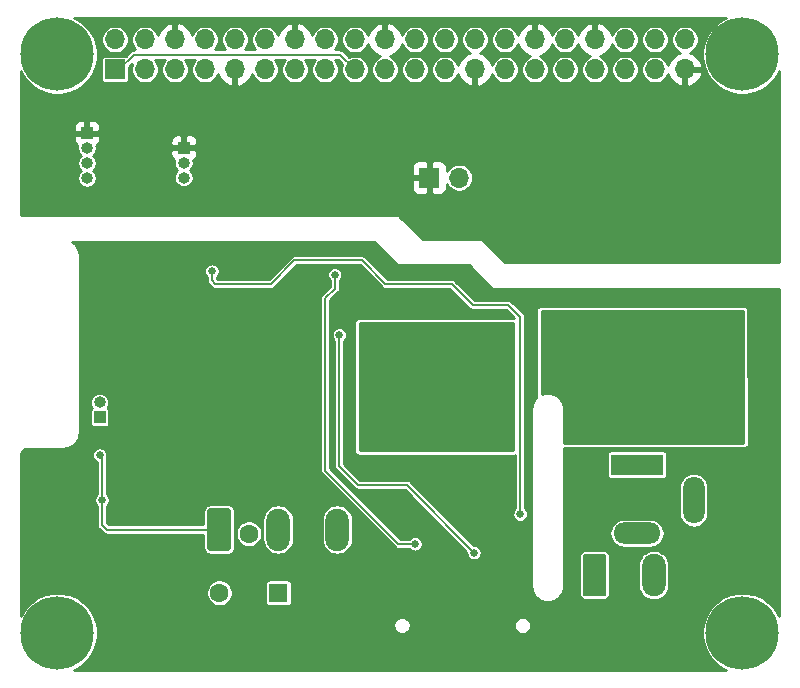
<source format=gbr>
%TF.GenerationSoftware,KiCad,Pcbnew,5.1.5-52549c5~84~ubuntu19.10.1*%
%TF.CreationDate,2020-01-05T17:23:38+01:00*%
%TF.ProjectId,RPi heating control hat,52506920-6865-4617-9469-6e6720636f6e,rev?*%
%TF.SameCoordinates,Original*%
%TF.FileFunction,Copper,L2,Bot*%
%TF.FilePolarity,Positive*%
%FSLAX46Y46*%
G04 Gerber Fmt 4.6, Leading zero omitted, Abs format (unit mm)*
G04 Created by KiCad (PCBNEW 5.1.5-52549c5~84~ubuntu19.10.1) date 2020-01-05 17:23:38*
%MOMM*%
%LPD*%
G04 APERTURE LIST*
%TA.AperFunction,ComponentPad*%
%ADD10O,1.000000X1.000000*%
%TD*%
%TA.AperFunction,ComponentPad*%
%ADD11R,1.000000X1.000000*%
%TD*%
%TA.AperFunction,ComponentPad*%
%ADD12O,2.000000X3.600000*%
%TD*%
%TA.AperFunction,ComponentPad*%
%ADD13C,0.100000*%
%TD*%
%TA.AperFunction,ComponentPad*%
%ADD14O,1.700000X1.700000*%
%TD*%
%TA.AperFunction,ComponentPad*%
%ADD15R,1.700000X1.700000*%
%TD*%
%TA.AperFunction,WasherPad*%
%ADD16C,6.200000*%
%TD*%
%TA.AperFunction,ComponentPad*%
%ADD17C,1.600000*%
%TD*%
%TA.AperFunction,ComponentPad*%
%ADD18R,1.600000X1.600000*%
%TD*%
%TA.AperFunction,ComponentPad*%
%ADD19R,4.400000X1.800000*%
%TD*%
%TA.AperFunction,ComponentPad*%
%ADD20O,4.000000X1.800000*%
%TD*%
%TA.AperFunction,ComponentPad*%
%ADD21O,1.800000X4.000000*%
%TD*%
%TA.AperFunction,ViaPad*%
%ADD22C,0.650000*%
%TD*%
%TA.AperFunction,Conductor*%
%ADD23C,0.203200*%
%TD*%
%TA.AperFunction,Conductor*%
%ADD24C,0.254000*%
%TD*%
G04 APERTURE END LIST*
D10*
%TO.P,J4,2*%
%TO.N,Net-(J4-Pad2)*%
X85700000Y-93730000D03*
D11*
%TO.P,J4,1*%
%TO.N,VCC*%
X85700000Y-95000000D03*
%TD*%
D12*
%TO.P,J7,2*%
%TO.N,VCC*%
X132610000Y-108350000D03*
%TA.AperFunction,ComponentPad*%
D13*
%TO.P,J7,1*%
%TO.N,/PGND*%
G36*
X128384504Y-106551204D02*
G01*
X128408773Y-106554804D01*
X128432571Y-106560765D01*
X128455671Y-106569030D01*
X128477849Y-106579520D01*
X128498893Y-106592133D01*
X128518598Y-106606747D01*
X128536777Y-106623223D01*
X128553253Y-106641402D01*
X128567867Y-106661107D01*
X128580480Y-106682151D01*
X128590970Y-106704329D01*
X128599235Y-106727429D01*
X128605196Y-106751227D01*
X128608796Y-106775496D01*
X128610000Y-106800000D01*
X128610000Y-109900000D01*
X128608796Y-109924504D01*
X128605196Y-109948773D01*
X128599235Y-109972571D01*
X128590970Y-109995671D01*
X128580480Y-110017849D01*
X128567867Y-110038893D01*
X128553253Y-110058598D01*
X128536777Y-110076777D01*
X128518598Y-110093253D01*
X128498893Y-110107867D01*
X128477849Y-110120480D01*
X128455671Y-110130970D01*
X128432571Y-110139235D01*
X128408773Y-110145196D01*
X128384504Y-110148796D01*
X128360000Y-110150000D01*
X126860000Y-110150000D01*
X126835496Y-110148796D01*
X126811227Y-110145196D01*
X126787429Y-110139235D01*
X126764329Y-110130970D01*
X126742151Y-110120480D01*
X126721107Y-110107867D01*
X126701402Y-110093253D01*
X126683223Y-110076777D01*
X126666747Y-110058598D01*
X126652133Y-110038893D01*
X126639520Y-110017849D01*
X126629030Y-109995671D01*
X126620765Y-109972571D01*
X126614804Y-109948773D01*
X126611204Y-109924504D01*
X126610000Y-109900000D01*
X126610000Y-106800000D01*
X126611204Y-106775496D01*
X126614804Y-106751227D01*
X126620765Y-106727429D01*
X126629030Y-106704329D01*
X126639520Y-106682151D01*
X126652133Y-106661107D01*
X126666747Y-106641402D01*
X126683223Y-106623223D01*
X126701402Y-106606747D01*
X126721107Y-106592133D01*
X126742151Y-106579520D01*
X126764329Y-106569030D01*
X126787429Y-106560765D01*
X126811227Y-106554804D01*
X126835496Y-106551204D01*
X126860000Y-106550000D01*
X128360000Y-106550000D01*
X128384504Y-106551204D01*
G37*
%TD.AperFunction*%
%TD*%
D14*
%TO.P,J3,38*%
%TO.N,/BCM20*%
X132720000Y-63000000D03*
%TO.P,J3,36*%
%TO.N,/BCM16*%
X130180000Y-63000000D03*
%TO.P,J3,34*%
%TO.N,GND*%
X127640000Y-63000000D03*
%TO.P,J3,11*%
%TO.N,/BCM17*%
X99700000Y-65540000D03*
%TO.P,J3,17*%
%TO.N,+3V3*%
X107320000Y-65540000D03*
%TO.P,J3,28*%
%TO.N,/ID_SC_EEPROM*%
X120020000Y-63000000D03*
%TO.P,J3,16*%
%TO.N,/BCM23*%
X104780000Y-63000000D03*
%TO.P,J3,20*%
%TO.N,GND*%
X109860000Y-63000000D03*
%TO.P,J3,33*%
%TO.N,Net-(J3-Pad33)*%
X127640000Y-65540000D03*
%TO.P,J3,3*%
%TO.N,/SDA*%
X89540000Y-65540000D03*
%TO.P,J3,39*%
%TO.N,GND*%
X135260000Y-65540000D03*
%TO.P,J3,25*%
X117480000Y-65540000D03*
%TO.P,J3,12*%
%TO.N,/BCM18*%
X99700000Y-63000000D03*
%TO.P,J3,4*%
%TO.N,+5V*%
X89540000Y-63000000D03*
%TO.P,J3,8*%
%TO.N,/TX*%
X94620000Y-63000000D03*
%TO.P,J3,14*%
%TO.N,GND*%
X102240000Y-63000000D03*
%TO.P,J3,5*%
%TO.N,/SCL*%
X92080000Y-65540000D03*
%TO.P,J3,40*%
%TO.N,/BCM21*%
X135260000Y-63000000D03*
%TO.P,J3,15*%
%TO.N,Net-(J3-Pad15)*%
X104780000Y-65540000D03*
%TO.P,J3,29*%
%TO.N,Net-(J3-Pad29)*%
X122560000Y-65540000D03*
%TO.P,J3,10*%
%TO.N,/RX*%
X97160000Y-63000000D03*
%TO.P,J3,23*%
%TO.N,Net-(J3-Pad23)*%
X114940000Y-65540000D03*
%TO.P,J3,30*%
%TO.N,GND*%
X122560000Y-63000000D03*
%TO.P,J3,6*%
X92080000Y-63000000D03*
%TO.P,J3,22*%
%TO.N,/BCM25*%
X112400000Y-63000000D03*
%TO.P,J3,9*%
%TO.N,GND*%
X97160000Y-65540000D03*
%TO.P,J3,21*%
%TO.N,Net-(J3-Pad21)*%
X112400000Y-65540000D03*
%TO.P,J3,18*%
%TO.N,/BCM24*%
X107320000Y-63000000D03*
%TO.P,J3,35*%
%TO.N,Net-(J3-Pad35)*%
X130180000Y-65540000D03*
%TO.P,J3,31*%
%TO.N,/BCM6*%
X125100000Y-65540000D03*
%TO.P,J3,26*%
%TO.N,/BCM7*%
X117480000Y-63000000D03*
%TO.P,J3,32*%
%TO.N,/BCM12*%
X125100000Y-63000000D03*
D15*
%TO.P,J3,1*%
%TO.N,+3V3*%
X87000000Y-65540000D03*
D14*
%TO.P,J3,37*%
%TO.N,Net-(J3-Pad37)*%
X132720000Y-65540000D03*
%TO.P,J3,19*%
%TO.N,Net-(J3-Pad19)*%
X109860000Y-65540000D03*
%TO.P,J3,24*%
%TO.N,/BCM8*%
X114940000Y-63000000D03*
%TO.P,J3,7*%
%TO.N,Net-(J3-Pad7)*%
X94620000Y-65540000D03*
%TO.P,J3,13*%
%TO.N,/BCM27*%
X102240000Y-65540000D03*
%TO.P,J3,27*%
%TO.N,/ID_SD_EEPROM*%
X120020000Y-65540000D03*
%TO.P,J3,2*%
%TO.N,+5V*%
X87000000Y-63000000D03*
D16*
%TO.P,J3,*%
%TO.N,*%
X82130000Y-113270000D03*
X140130000Y-113270000D03*
X140130000Y-64270000D03*
X82130000Y-64270000D03*
%TD*%
D17*
%TO.P,J5,3*%
%TO.N,VCC*%
X95840000Y-109850000D03*
%TO.P,J5,2*%
%TO.N,/D*%
X98340000Y-104850000D03*
D18*
%TO.P,J5,1*%
%TO.N,/PGND*%
X100840000Y-109850000D03*
%TD*%
D10*
%TO.P,J2,3*%
%TO.N,+3V3*%
X92830000Y-74700000D03*
%TO.P,J2,2*%
%TO.N,Net-(J2-Pad2)*%
X92830000Y-73430000D03*
D11*
%TO.P,J2,1*%
%TO.N,GND*%
X92830000Y-72160000D03*
%TD*%
D12*
%TO.P,J8,3*%
%TO.N,/PGND*%
X105820000Y-104490000D03*
%TO.P,J8,2*%
%TO.N,/D*%
X100820000Y-104490000D03*
%TA.AperFunction,ComponentPad*%
D13*
%TO.P,J8,1*%
%TO.N,VCC*%
G36*
X96594504Y-102691204D02*
G01*
X96618773Y-102694804D01*
X96642571Y-102700765D01*
X96665671Y-102709030D01*
X96687849Y-102719520D01*
X96708893Y-102732133D01*
X96728598Y-102746747D01*
X96746777Y-102763223D01*
X96763253Y-102781402D01*
X96777867Y-102801107D01*
X96790480Y-102822151D01*
X96800970Y-102844329D01*
X96809235Y-102867429D01*
X96815196Y-102891227D01*
X96818796Y-102915496D01*
X96820000Y-102940000D01*
X96820000Y-106040000D01*
X96818796Y-106064504D01*
X96815196Y-106088773D01*
X96809235Y-106112571D01*
X96800970Y-106135671D01*
X96790480Y-106157849D01*
X96777867Y-106178893D01*
X96763253Y-106198598D01*
X96746777Y-106216777D01*
X96728598Y-106233253D01*
X96708893Y-106247867D01*
X96687849Y-106260480D01*
X96665671Y-106270970D01*
X96642571Y-106279235D01*
X96618773Y-106285196D01*
X96594504Y-106288796D01*
X96570000Y-106290000D01*
X95070000Y-106290000D01*
X95045496Y-106288796D01*
X95021227Y-106285196D01*
X94997429Y-106279235D01*
X94974329Y-106270970D01*
X94952151Y-106260480D01*
X94931107Y-106247867D01*
X94911402Y-106233253D01*
X94893223Y-106216777D01*
X94876747Y-106198598D01*
X94862133Y-106178893D01*
X94849520Y-106157849D01*
X94839030Y-106135671D01*
X94830765Y-106112571D01*
X94824804Y-106088773D01*
X94821204Y-106064504D01*
X94820000Y-106040000D01*
X94820000Y-102940000D01*
X94821204Y-102915496D01*
X94824804Y-102891227D01*
X94830765Y-102867429D01*
X94839030Y-102844329D01*
X94849520Y-102822151D01*
X94862133Y-102801107D01*
X94876747Y-102781402D01*
X94893223Y-102763223D01*
X94911402Y-102746747D01*
X94931107Y-102732133D01*
X94952151Y-102719520D01*
X94974329Y-102709030D01*
X94997429Y-102700765D01*
X95021227Y-102694804D01*
X95045496Y-102691204D01*
X95070000Y-102690000D01*
X96570000Y-102690000D01*
X96594504Y-102691204D01*
G37*
%TD.AperFunction*%
%TD*%
D10*
%TO.P,J6,4*%
%TO.N,+3V3*%
X84630000Y-74730000D03*
%TO.P,J6,3*%
%TO.N,/TX*%
X84630000Y-73460000D03*
%TO.P,J6,2*%
%TO.N,/RX*%
X84630000Y-72190000D03*
D11*
%TO.P,J6,1*%
%TO.N,GND*%
X84630000Y-70920000D03*
%TD*%
D19*
%TO.P,J1,1*%
%TO.N,VCC*%
X131200000Y-99000000D03*
D20*
%TO.P,J1,2*%
%TO.N,/PGND*%
X131200000Y-104800000D03*
D21*
%TO.P,J1,3*%
%TO.N,Net-(J1-Pad3)*%
X136000000Y-102000000D03*
%TD*%
D15*
%TO.P,J9,1*%
%TO.N,GND*%
X113600000Y-74700000D03*
D14*
%TO.P,J9,2*%
%TO.N,Net-(J9-Pad2)*%
X116140000Y-74700000D03*
%TD*%
D22*
%TO.N,GNDPWR*%
X103100000Y-91400000D03*
X103700000Y-99200000D03*
%TO.N,VCC*%
X85900000Y-102000000D03*
X85700000Y-98200000D03*
%TO.N,Net-(D3-Pad1)*%
X117400000Y-106450000D03*
X105999994Y-88000000D03*
%TO.N,/PGND*%
X127100000Y-94800000D03*
X127800000Y-94800000D03*
X128500000Y-94800000D03*
X128500000Y-94100000D03*
X127800000Y-94100000D03*
X127100000Y-94100000D03*
X127100000Y-93400000D03*
X127800000Y-93400000D03*
X128500000Y-93400000D03*
X128500000Y-92700000D03*
X127800000Y-92700000D03*
X128500000Y-92000000D03*
X127800000Y-92000000D03*
X127100000Y-92700000D03*
X127100000Y-92000000D03*
%TO.N,Net-(JP4-Pad1)*%
X121300000Y-103200000D03*
X95200000Y-82600000D03*
%TO.N,/D*%
X111000000Y-92500000D03*
X111000000Y-93250000D03*
X111000000Y-94000000D03*
X111000000Y-94750000D03*
X111750000Y-92500000D03*
X112500000Y-92500000D03*
X112500000Y-93250000D03*
X111750000Y-93250000D03*
X111750000Y-94000000D03*
X112500000Y-94000000D03*
X111750000Y-94750000D03*
X112500000Y-94750000D03*
X112500000Y-95500000D03*
X111750000Y-95500000D03*
X111000000Y-95500000D03*
%TO.N,Net-(R12-Pad2)*%
X112400000Y-105700000D03*
X105600000Y-82900000D03*
%TD*%
D23*
%TO.N,/ID_SD_EEPROM*%
X119940000Y-66060000D02*
X119940000Y-65590000D01*
%TO.N,+3V3*%
X87360000Y-65540000D02*
X87000000Y-65540000D01*
X88620000Y-64280000D02*
X87360000Y-65540000D01*
X107320000Y-65540000D02*
X106060000Y-64280000D01*
X106060000Y-64280000D02*
X88620000Y-64280000D01*
%TO.N,GNDPWR*%
X103700000Y-92000000D02*
X103700000Y-99200000D01*
X103100000Y-91400000D02*
X103700000Y-92000000D01*
%TO.N,VCC*%
X95625001Y-104684999D02*
X95820000Y-104490000D01*
X85900000Y-102000000D02*
X85900000Y-104100000D01*
X86290000Y-104490000D02*
X95820000Y-104490000D01*
X85900000Y-104100000D02*
X86290000Y-104490000D01*
X85900000Y-98400000D02*
X85700000Y-98200000D01*
X85900000Y-102000000D02*
X85900000Y-98400000D01*
%TO.N,Net-(D3-Pad1)*%
X105999994Y-99099994D02*
X107600000Y-100700000D01*
X111700000Y-100700000D02*
X117400000Y-106450000D01*
X107600000Y-100700000D02*
X111700000Y-100700000D01*
X105999994Y-88000000D02*
X105999994Y-99099994D01*
%TO.N,Net-(JP4-Pad1)*%
X95500000Y-83700000D02*
X100200000Y-83700000D01*
X102200000Y-81700000D02*
X107900000Y-81700000D01*
X121300000Y-95400000D02*
X121300000Y-103200000D01*
X107900000Y-81700000D02*
X109900000Y-83700000D01*
X100200000Y-83700000D02*
X102200000Y-81700000D01*
X95200000Y-83400000D02*
X95500000Y-83700000D01*
X95200000Y-82600000D02*
X95200000Y-83400000D01*
X109900000Y-83700000D02*
X115500000Y-83700000D01*
X115500000Y-83700000D02*
X117300000Y-85500000D01*
X117300000Y-85500000D02*
X120300000Y-85500000D01*
X121300000Y-86500000D02*
X121300000Y-95400000D01*
X120300000Y-85500000D02*
X121300000Y-86500000D01*
%TO.N,Net-(R12-Pad2)*%
X104800000Y-84900000D02*
X105600000Y-84100000D01*
X104800000Y-99500000D02*
X104800000Y-84900000D01*
X105600000Y-84100000D02*
X105600000Y-82900000D01*
X112400000Y-105700000D02*
X111000000Y-105700000D01*
X111000000Y-105700000D02*
X104800000Y-99500000D01*
%TD*%
D24*
%TO.N,GNDPWR*%
G36*
X110910197Y-82089803D02*
G01*
X110929443Y-82105597D01*
X110951399Y-82117333D01*
X110975224Y-82124560D01*
X111000000Y-82127000D01*
X116947394Y-82127000D01*
X118910197Y-84089803D01*
X118929443Y-84105597D01*
X118951399Y-84117333D01*
X118975224Y-84124560D01*
X119000000Y-84127000D01*
X143253000Y-84127000D01*
X143253001Y-111846047D01*
X143169804Y-111645191D01*
X142794410Y-111083375D01*
X142316625Y-110605590D01*
X141754809Y-110230196D01*
X141130552Y-109971621D01*
X140467845Y-109839800D01*
X139792155Y-109839800D01*
X139129448Y-109971621D01*
X138505191Y-110230196D01*
X137943375Y-110605590D01*
X137465590Y-111083375D01*
X137090196Y-111645191D01*
X136831621Y-112269448D01*
X136699800Y-112932155D01*
X136699800Y-113607845D01*
X136831621Y-114270552D01*
X137090196Y-114894809D01*
X137465590Y-115456625D01*
X137943375Y-115934410D01*
X138505191Y-116309804D01*
X138706044Y-116393000D01*
X83553956Y-116393000D01*
X83754809Y-116309804D01*
X84316625Y-115934410D01*
X84794410Y-115456625D01*
X85169804Y-114894809D01*
X85428379Y-114270552D01*
X85560200Y-113607845D01*
X85560200Y-112932155D01*
X85479825Y-112528082D01*
X110569800Y-112528082D01*
X110569800Y-112671918D01*
X110597861Y-112812991D01*
X110652905Y-112945879D01*
X110732817Y-113065475D01*
X110834525Y-113167183D01*
X110954121Y-113247095D01*
X111087009Y-113302139D01*
X111228082Y-113330200D01*
X111371918Y-113330200D01*
X111512991Y-113302139D01*
X111645879Y-113247095D01*
X111765475Y-113167183D01*
X111867183Y-113065475D01*
X111947095Y-112945879D01*
X112002139Y-112812991D01*
X112030200Y-112671918D01*
X112030200Y-112528082D01*
X120769800Y-112528082D01*
X120769800Y-112671918D01*
X120797861Y-112812991D01*
X120852905Y-112945879D01*
X120932817Y-113065475D01*
X121034525Y-113167183D01*
X121154121Y-113247095D01*
X121287009Y-113302139D01*
X121428082Y-113330200D01*
X121571918Y-113330200D01*
X121712991Y-113302139D01*
X121845879Y-113247095D01*
X121965475Y-113167183D01*
X122067183Y-113065475D01*
X122147095Y-112945879D01*
X122202139Y-112812991D01*
X122230200Y-112671918D01*
X122230200Y-112528082D01*
X122202139Y-112387009D01*
X122147095Y-112254121D01*
X122067183Y-112134525D01*
X121965475Y-112032817D01*
X121845879Y-111952905D01*
X121712991Y-111897861D01*
X121571918Y-111869800D01*
X121428082Y-111869800D01*
X121287009Y-111897861D01*
X121154121Y-111952905D01*
X121034525Y-112032817D01*
X120932817Y-112134525D01*
X120852905Y-112254121D01*
X120797861Y-112387009D01*
X120769800Y-112528082D01*
X112030200Y-112528082D01*
X112002139Y-112387009D01*
X111947095Y-112254121D01*
X111867183Y-112134525D01*
X111765475Y-112032817D01*
X111645879Y-111952905D01*
X111512991Y-111897861D01*
X111371918Y-111869800D01*
X111228082Y-111869800D01*
X111087009Y-111897861D01*
X110954121Y-111952905D01*
X110834525Y-112032817D01*
X110732817Y-112134525D01*
X110652905Y-112254121D01*
X110597861Y-112387009D01*
X110569800Y-112528082D01*
X85479825Y-112528082D01*
X85428379Y-112269448D01*
X85169804Y-111645191D01*
X84794410Y-111083375D01*
X84316625Y-110605590D01*
X83754809Y-110230196D01*
X83130552Y-109971621D01*
X82467845Y-109839800D01*
X81792155Y-109839800D01*
X81129448Y-109971621D01*
X80505191Y-110230196D01*
X79943375Y-110605590D01*
X79465590Y-111083375D01*
X79090196Y-111645191D01*
X79007000Y-111846044D01*
X79007000Y-109738685D01*
X94709800Y-109738685D01*
X94709800Y-109961315D01*
X94753233Y-110179667D01*
X94838429Y-110385351D01*
X94962116Y-110570461D01*
X95119539Y-110727884D01*
X95304649Y-110851571D01*
X95510333Y-110936767D01*
X95728685Y-110980200D01*
X95951315Y-110980200D01*
X96169667Y-110936767D01*
X96375351Y-110851571D01*
X96560461Y-110727884D01*
X96717884Y-110570461D01*
X96841571Y-110385351D01*
X96926767Y-110179667D01*
X96970200Y-109961315D01*
X96970200Y-109738685D01*
X96926767Y-109520333D01*
X96841571Y-109314649D01*
X96717884Y-109129539D01*
X96638345Y-109050000D01*
X99708203Y-109050000D01*
X99708203Y-110650000D01*
X99714578Y-110714730D01*
X99733460Y-110776973D01*
X99764121Y-110834337D01*
X99805384Y-110884616D01*
X99855663Y-110925879D01*
X99913027Y-110956540D01*
X99975270Y-110975422D01*
X100040000Y-110981797D01*
X101640000Y-110981797D01*
X101704730Y-110975422D01*
X101766973Y-110956540D01*
X101824337Y-110925879D01*
X101874616Y-110884616D01*
X101915879Y-110834337D01*
X101946540Y-110776973D01*
X101965422Y-110714730D01*
X101971797Y-110650000D01*
X101971797Y-109050000D01*
X101965422Y-108985270D01*
X101946540Y-108923027D01*
X101915879Y-108865663D01*
X101874616Y-108815384D01*
X101824337Y-108774121D01*
X101766973Y-108743460D01*
X101704730Y-108724578D01*
X101640000Y-108718203D01*
X100040000Y-108718203D01*
X99975270Y-108724578D01*
X99913027Y-108743460D01*
X99855663Y-108774121D01*
X99805384Y-108815384D01*
X99764121Y-108865663D01*
X99733460Y-108923027D01*
X99714578Y-108985270D01*
X99708203Y-109050000D01*
X96638345Y-109050000D01*
X96560461Y-108972116D01*
X96375351Y-108848429D01*
X96169667Y-108763233D01*
X95951315Y-108719800D01*
X95728685Y-108719800D01*
X95510333Y-108763233D01*
X95304649Y-108848429D01*
X95119539Y-108972116D01*
X94962116Y-109129539D01*
X94838429Y-109314649D01*
X94753233Y-109520333D01*
X94709800Y-109738685D01*
X79007000Y-109738685D01*
X79007000Y-98288442D01*
X79020639Y-98149344D01*
X79024828Y-98135468D01*
X85044800Y-98135468D01*
X85044800Y-98264532D01*
X85069979Y-98391115D01*
X85119369Y-98510353D01*
X85191073Y-98617666D01*
X85282334Y-98708927D01*
X85389647Y-98780631D01*
X85468201Y-98813169D01*
X85468200Y-101505207D01*
X85391073Y-101582334D01*
X85319369Y-101689647D01*
X85269979Y-101808885D01*
X85244800Y-101935468D01*
X85244800Y-102064532D01*
X85269979Y-102191115D01*
X85319369Y-102310353D01*
X85391073Y-102417666D01*
X85468200Y-102494793D01*
X85468201Y-104078780D01*
X85466111Y-104100000D01*
X85474448Y-104184647D01*
X85499140Y-104266042D01*
X85539235Y-104341056D01*
X85593195Y-104406806D01*
X85609674Y-104420330D01*
X85969674Y-104780331D01*
X85983194Y-104796806D01*
X86048944Y-104850766D01*
X86123958Y-104890861D01*
X86205352Y-104915552D01*
X86289999Y-104923889D01*
X86311209Y-104921800D01*
X94488203Y-104921800D01*
X94488203Y-106040000D01*
X94499382Y-106153503D01*
X94532490Y-106262644D01*
X94586253Y-106363229D01*
X94658607Y-106451393D01*
X94746771Y-106523747D01*
X94847356Y-106577510D01*
X94956497Y-106610618D01*
X95070000Y-106621797D01*
X96570000Y-106621797D01*
X96683503Y-106610618D01*
X96792644Y-106577510D01*
X96893229Y-106523747D01*
X96981393Y-106451393D01*
X97053747Y-106363229D01*
X97107510Y-106262644D01*
X97140618Y-106153503D01*
X97151797Y-106040000D01*
X97151797Y-104738685D01*
X97209800Y-104738685D01*
X97209800Y-104961315D01*
X97253233Y-105179667D01*
X97338429Y-105385351D01*
X97462116Y-105570461D01*
X97619539Y-105727884D01*
X97804649Y-105851571D01*
X98010333Y-105936767D01*
X98228685Y-105980200D01*
X98451315Y-105980200D01*
X98669667Y-105936767D01*
X98875351Y-105851571D01*
X99060461Y-105727884D01*
X99217884Y-105570461D01*
X99341571Y-105385351D01*
X99426767Y-105179667D01*
X99470200Y-104961315D01*
X99470200Y-104738685D01*
X99426767Y-104520333D01*
X99341571Y-104314649D01*
X99217884Y-104129539D01*
X99060461Y-103972116D01*
X98875351Y-103848429D01*
X98669667Y-103763233D01*
X98451315Y-103719800D01*
X98228685Y-103719800D01*
X98010333Y-103763233D01*
X97804649Y-103848429D01*
X97619539Y-103972116D01*
X97462116Y-104129539D01*
X97338429Y-104314649D01*
X97253233Y-104520333D01*
X97209800Y-104738685D01*
X97151797Y-104738685D01*
X97151797Y-103624655D01*
X99489800Y-103624655D01*
X99489800Y-105355346D01*
X99509047Y-105550765D01*
X99585110Y-105801508D01*
X99708629Y-106032595D01*
X99874857Y-106235144D01*
X100077406Y-106401372D01*
X100308493Y-106524891D01*
X100559236Y-106600953D01*
X100820000Y-106626636D01*
X101080765Y-106600953D01*
X101331508Y-106524891D01*
X101562595Y-106401372D01*
X101765144Y-106235144D01*
X101931372Y-106032595D01*
X102054891Y-105801508D01*
X102130953Y-105550765D01*
X102150200Y-105355346D01*
X102150200Y-103624655D01*
X104489800Y-103624655D01*
X104489800Y-105355346D01*
X104509047Y-105550765D01*
X104585110Y-105801508D01*
X104708629Y-106032595D01*
X104874857Y-106235144D01*
X105077406Y-106401372D01*
X105308493Y-106524891D01*
X105559236Y-106600953D01*
X105820000Y-106626636D01*
X106080765Y-106600953D01*
X106331508Y-106524891D01*
X106562595Y-106401372D01*
X106765144Y-106235144D01*
X106931372Y-106032595D01*
X107054891Y-105801508D01*
X107130953Y-105550765D01*
X107150200Y-105355346D01*
X107150200Y-103624654D01*
X107130953Y-103429235D01*
X107054891Y-103178492D01*
X106931372Y-102947405D01*
X106765144Y-102744856D01*
X106562594Y-102578628D01*
X106331507Y-102455109D01*
X106080764Y-102379047D01*
X105820000Y-102353364D01*
X105559235Y-102379047D01*
X105308492Y-102455109D01*
X105077405Y-102578628D01*
X104874856Y-102744856D01*
X104708628Y-102947406D01*
X104585109Y-103178493D01*
X104509047Y-103429236D01*
X104489800Y-103624655D01*
X102150200Y-103624655D01*
X102150200Y-103624654D01*
X102130953Y-103429235D01*
X102054891Y-103178492D01*
X101931372Y-102947405D01*
X101765144Y-102744856D01*
X101562594Y-102578628D01*
X101331507Y-102455109D01*
X101080764Y-102379047D01*
X100820000Y-102353364D01*
X100559235Y-102379047D01*
X100308492Y-102455109D01*
X100077405Y-102578628D01*
X99874856Y-102744856D01*
X99708628Y-102947406D01*
X99585109Y-103178493D01*
X99509047Y-103429236D01*
X99489800Y-103624655D01*
X97151797Y-103624655D01*
X97151797Y-102940000D01*
X97140618Y-102826497D01*
X97107510Y-102717356D01*
X97053747Y-102616771D01*
X96981393Y-102528607D01*
X96893229Y-102456253D01*
X96792644Y-102402490D01*
X96683503Y-102369382D01*
X96570000Y-102358203D01*
X95070000Y-102358203D01*
X94956497Y-102369382D01*
X94847356Y-102402490D01*
X94746771Y-102456253D01*
X94658607Y-102528607D01*
X94586253Y-102616771D01*
X94532490Y-102717356D01*
X94499382Y-102826497D01*
X94488203Y-102940000D01*
X94488203Y-104058200D01*
X86468857Y-104058200D01*
X86331800Y-103921143D01*
X86331800Y-102494793D01*
X86408927Y-102417666D01*
X86480631Y-102310353D01*
X86530021Y-102191115D01*
X86555200Y-102064532D01*
X86555200Y-101935468D01*
X86530021Y-101808885D01*
X86480631Y-101689647D01*
X86408927Y-101582334D01*
X86331800Y-101505207D01*
X86331800Y-98421210D01*
X86333889Y-98400000D01*
X86332023Y-98381052D01*
X86355200Y-98264532D01*
X86355200Y-98135468D01*
X86330021Y-98008885D01*
X86280631Y-97889647D01*
X86208927Y-97782334D01*
X86117666Y-97691073D01*
X86010353Y-97619369D01*
X85891115Y-97569979D01*
X85764532Y-97544800D01*
X85635468Y-97544800D01*
X85508885Y-97569979D01*
X85389647Y-97619369D01*
X85282334Y-97691073D01*
X85191073Y-97782334D01*
X85119369Y-97889647D01*
X85069979Y-98008885D01*
X85044800Y-98135468D01*
X79024828Y-98135468D01*
X79055681Y-98033278D01*
X79112597Y-97926236D01*
X79189221Y-97832286D01*
X79282631Y-97755010D01*
X79389279Y-97697346D01*
X79505090Y-97661496D01*
X79643009Y-97647000D01*
X82648519Y-97647000D01*
X82664959Y-97645381D01*
X82671150Y-97645424D01*
X82676389Y-97644911D01*
X82870486Y-97624510D01*
X82903977Y-97617635D01*
X82937520Y-97611236D01*
X82942560Y-97609715D01*
X83128997Y-97552003D01*
X83160487Y-97538766D01*
X83192178Y-97525962D01*
X83196826Y-97523491D01*
X83368503Y-97430666D01*
X83396830Y-97411559D01*
X83425423Y-97392848D01*
X83429502Y-97389521D01*
X83579880Y-97265117D01*
X83603945Y-97240883D01*
X83628369Y-97216965D01*
X83631725Y-97212909D01*
X83755075Y-97061667D01*
X83773989Y-97033200D01*
X83793288Y-97005013D01*
X83795789Y-97000387D01*
X83795792Y-97000383D01*
X83795794Y-97000379D01*
X83887418Y-96828060D01*
X83900436Y-96796475D01*
X83913899Y-96765063D01*
X83915456Y-96760035D01*
X83971865Y-96573199D01*
X83978510Y-96539640D01*
X83985605Y-96506258D01*
X83986156Y-96501023D01*
X84005201Y-96306790D01*
X84005201Y-96306785D01*
X84007000Y-96288519D01*
X84007000Y-94500000D01*
X84868203Y-94500000D01*
X84868203Y-95500000D01*
X84874578Y-95564730D01*
X84893460Y-95626973D01*
X84924121Y-95684337D01*
X84965384Y-95734616D01*
X85015663Y-95775879D01*
X85073027Y-95806540D01*
X85135270Y-95825422D01*
X85200000Y-95831797D01*
X86200000Y-95831797D01*
X86264730Y-95825422D01*
X86326973Y-95806540D01*
X86384337Y-95775879D01*
X86434616Y-95734616D01*
X86475879Y-95684337D01*
X86506540Y-95626973D01*
X86525422Y-95564730D01*
X86531797Y-95500000D01*
X86531797Y-94500000D01*
X86525422Y-94435270D01*
X86506540Y-94373027D01*
X86475879Y-94315663D01*
X86434616Y-94265384D01*
X86384337Y-94224121D01*
X86372529Y-94217810D01*
X86435714Y-94123247D01*
X86498296Y-93972160D01*
X86530200Y-93811768D01*
X86530200Y-93648232D01*
X86498296Y-93487840D01*
X86435714Y-93336753D01*
X86344858Y-93200778D01*
X86229222Y-93085142D01*
X86093247Y-92994286D01*
X85942160Y-92931704D01*
X85781768Y-92899800D01*
X85618232Y-92899800D01*
X85457840Y-92931704D01*
X85306753Y-92994286D01*
X85170778Y-93085142D01*
X85055142Y-93200778D01*
X84964286Y-93336753D01*
X84901704Y-93487840D01*
X84869800Y-93648232D01*
X84869800Y-93811768D01*
X84901704Y-93972160D01*
X84964286Y-94123247D01*
X85027471Y-94217810D01*
X85015663Y-94224121D01*
X84965384Y-94265384D01*
X84924121Y-94315663D01*
X84893460Y-94373027D01*
X84874578Y-94435270D01*
X84868203Y-94500000D01*
X84007000Y-94500000D01*
X84007000Y-84900000D01*
X104366111Y-84900000D01*
X104368201Y-84921220D01*
X104368200Y-99478790D01*
X104366111Y-99500000D01*
X104368200Y-99521209D01*
X104374448Y-99584647D01*
X104399139Y-99666041D01*
X104439234Y-99741055D01*
X104493194Y-99806806D01*
X104509679Y-99820335D01*
X110679674Y-105990332D01*
X110693194Y-106006806D01*
X110758944Y-106060766D01*
X110833958Y-106100861D01*
X110889356Y-106117666D01*
X110915352Y-106125552D01*
X110999999Y-106133889D01*
X111021209Y-106131800D01*
X111905207Y-106131800D01*
X111982334Y-106208927D01*
X112089647Y-106280631D01*
X112208885Y-106330021D01*
X112335468Y-106355200D01*
X112464532Y-106355200D01*
X112591115Y-106330021D01*
X112710353Y-106280631D01*
X112817666Y-106208927D01*
X112908927Y-106117666D01*
X112980631Y-106010353D01*
X113030021Y-105891115D01*
X113055200Y-105764532D01*
X113055200Y-105635468D01*
X113030021Y-105508885D01*
X112980631Y-105389647D01*
X112908927Y-105282334D01*
X112817666Y-105191073D01*
X112710353Y-105119369D01*
X112591115Y-105069979D01*
X112464532Y-105044800D01*
X112335468Y-105044800D01*
X112208885Y-105069979D01*
X112089647Y-105119369D01*
X111982334Y-105191073D01*
X111905207Y-105268200D01*
X111178858Y-105268200D01*
X105231800Y-99321144D01*
X105231800Y-87935468D01*
X105344794Y-87935468D01*
X105344794Y-88064532D01*
X105369973Y-88191115D01*
X105419363Y-88310353D01*
X105491067Y-88417666D01*
X105568194Y-88494793D01*
X105568195Y-99078774D01*
X105566105Y-99099994D01*
X105574442Y-99184641D01*
X105596983Y-99258945D01*
X105599134Y-99266036D01*
X105639229Y-99341050D01*
X105693189Y-99406800D01*
X105709668Y-99420324D01*
X107279674Y-100990332D01*
X107293194Y-101006806D01*
X107358944Y-101060766D01*
X107433958Y-101100861D01*
X107515352Y-101125552D01*
X107599999Y-101133889D01*
X107621209Y-101131800D01*
X111520038Y-101131800D01*
X116744800Y-106402394D01*
X116744800Y-106514532D01*
X116769979Y-106641115D01*
X116819369Y-106760353D01*
X116891073Y-106867666D01*
X116982334Y-106958927D01*
X117089647Y-107030631D01*
X117208885Y-107080021D01*
X117335468Y-107105200D01*
X117464532Y-107105200D01*
X117591115Y-107080021D01*
X117710353Y-107030631D01*
X117817666Y-106958927D01*
X117908927Y-106867666D01*
X117980631Y-106760353D01*
X118030021Y-106641115D01*
X118055200Y-106514532D01*
X118055200Y-106385468D01*
X118030021Y-106258885D01*
X117980631Y-106139647D01*
X117908927Y-106032334D01*
X117817666Y-105941073D01*
X117710353Y-105869369D01*
X117591115Y-105819979D01*
X117464532Y-105794800D01*
X117358506Y-105794800D01*
X112020935Y-100410411D01*
X112006806Y-100393194D01*
X111974418Y-100366614D01*
X111942628Y-100340291D01*
X111941797Y-100339842D01*
X111941056Y-100339234D01*
X111904193Y-100319531D01*
X111867790Y-100299868D01*
X111866883Y-100299589D01*
X111866042Y-100299139D01*
X111826161Y-100287041D01*
X111786505Y-100274822D01*
X111785560Y-100274725D01*
X111784648Y-100274448D01*
X111743233Y-100270369D01*
X111701894Y-100266115D01*
X111679735Y-100268200D01*
X107778858Y-100268200D01*
X106431794Y-98921138D01*
X106431794Y-88494793D01*
X106508921Y-88417666D01*
X106580625Y-88310353D01*
X106630015Y-88191115D01*
X106655194Y-88064532D01*
X106655194Y-87935468D01*
X106630015Y-87808885D01*
X106580625Y-87689647D01*
X106508921Y-87582334D01*
X106417660Y-87491073D01*
X106310347Y-87419369D01*
X106191109Y-87369979D01*
X106064526Y-87344800D01*
X105935462Y-87344800D01*
X105808879Y-87369979D01*
X105689641Y-87419369D01*
X105582328Y-87491073D01*
X105491067Y-87582334D01*
X105419363Y-87689647D01*
X105369973Y-87808885D01*
X105344794Y-87935468D01*
X105231800Y-87935468D01*
X105231800Y-85078856D01*
X105890328Y-84420329D01*
X105906806Y-84406806D01*
X105960766Y-84341056D01*
X105986895Y-84292172D01*
X106000861Y-84266043D01*
X106025552Y-84184648D01*
X106033889Y-84100000D01*
X106031800Y-84078790D01*
X106031800Y-83394793D01*
X106108927Y-83317666D01*
X106180631Y-83210353D01*
X106230021Y-83091115D01*
X106255200Y-82964532D01*
X106255200Y-82835468D01*
X106230021Y-82708885D01*
X106180631Y-82589647D01*
X106108927Y-82482334D01*
X106017666Y-82391073D01*
X105910353Y-82319369D01*
X105791115Y-82269979D01*
X105664532Y-82244800D01*
X105535468Y-82244800D01*
X105408885Y-82269979D01*
X105289647Y-82319369D01*
X105182334Y-82391073D01*
X105091073Y-82482334D01*
X105019369Y-82589647D01*
X104969979Y-82708885D01*
X104944800Y-82835468D01*
X104944800Y-82964532D01*
X104969979Y-83091115D01*
X105019369Y-83210353D01*
X105091073Y-83317666D01*
X105168201Y-83394794D01*
X105168200Y-83921143D01*
X104509674Y-84579670D01*
X104493195Y-84593194D01*
X104439235Y-84658944D01*
X104399140Y-84733958D01*
X104374448Y-84815353D01*
X104366111Y-84900000D01*
X84007000Y-84900000D01*
X84007000Y-82535468D01*
X94544800Y-82535468D01*
X94544800Y-82664532D01*
X94569979Y-82791115D01*
X94619369Y-82910353D01*
X94691073Y-83017666D01*
X94768201Y-83094794D01*
X94768201Y-83378780D01*
X94766111Y-83400000D01*
X94774448Y-83484647D01*
X94788213Y-83530021D01*
X94799140Y-83566042D01*
X94839235Y-83641056D01*
X94893195Y-83706806D01*
X94909673Y-83720329D01*
X95179672Y-83990330D01*
X95193194Y-84006806D01*
X95258944Y-84060766D01*
X95333958Y-84100861D01*
X95401039Y-84121210D01*
X95415352Y-84125552D01*
X95499999Y-84133889D01*
X95521209Y-84131800D01*
X100178790Y-84131800D01*
X100200000Y-84133889D01*
X100221210Y-84131800D01*
X100284648Y-84125552D01*
X100366042Y-84100861D01*
X100441056Y-84060766D01*
X100506806Y-84006806D01*
X100520335Y-83990321D01*
X102378858Y-82131800D01*
X107721144Y-82131800D01*
X109579672Y-83990330D01*
X109593194Y-84006806D01*
X109658944Y-84060766D01*
X109733958Y-84100861D01*
X109801039Y-84121210D01*
X109815352Y-84125552D01*
X109899999Y-84133889D01*
X109921209Y-84131800D01*
X115321144Y-84131800D01*
X116979672Y-85790330D01*
X116993194Y-85806806D01*
X117058944Y-85860766D01*
X117133958Y-85900861D01*
X117190660Y-85918062D01*
X117215351Y-85925552D01*
X117223946Y-85926398D01*
X117278790Y-85931800D01*
X117278796Y-85931800D01*
X117299999Y-85933888D01*
X117321202Y-85931800D01*
X120121144Y-85931800D01*
X120759143Y-86569800D01*
X107600000Y-86569800D01*
X107535581Y-86576145D01*
X107473638Y-86594935D01*
X107416551Y-86625449D01*
X107366513Y-86666513D01*
X107325449Y-86716551D01*
X107294935Y-86773638D01*
X107276145Y-86835581D01*
X107269800Y-86900000D01*
X107269800Y-97900000D01*
X107276145Y-97964419D01*
X107294935Y-98026362D01*
X107325449Y-98083449D01*
X107366513Y-98133487D01*
X107416551Y-98174551D01*
X107473638Y-98205065D01*
X107535581Y-98223855D01*
X107600000Y-98230200D01*
X120800000Y-98230200D01*
X120864419Y-98223855D01*
X120868200Y-98222708D01*
X120868201Y-102705206D01*
X120791073Y-102782334D01*
X120719369Y-102889647D01*
X120669979Y-103008885D01*
X120644800Y-103135468D01*
X120644800Y-103264532D01*
X120669979Y-103391115D01*
X120719369Y-103510353D01*
X120791073Y-103617666D01*
X120882334Y-103708927D01*
X120989647Y-103780631D01*
X121108885Y-103830021D01*
X121235468Y-103855200D01*
X121364532Y-103855200D01*
X121491115Y-103830021D01*
X121610353Y-103780631D01*
X121717666Y-103708927D01*
X121808927Y-103617666D01*
X121880631Y-103510353D01*
X121930021Y-103391115D01*
X121955200Y-103264532D01*
X121955200Y-103135468D01*
X121930021Y-103008885D01*
X121880631Y-102889647D01*
X121808927Y-102782334D01*
X121731800Y-102705207D01*
X121731800Y-94251482D01*
X122253000Y-94251482D01*
X122253001Y-109288519D01*
X122254896Y-109307759D01*
X122254896Y-109320751D01*
X122255446Y-109325986D01*
X122277201Y-109519936D01*
X122284308Y-109553372D01*
X122290943Y-109586878D01*
X122292500Y-109591907D01*
X122351513Y-109777937D01*
X122364962Y-109809317D01*
X122377994Y-109840933D01*
X122380496Y-109845559D01*
X122380498Y-109845564D01*
X122380501Y-109845568D01*
X122474520Y-110016589D01*
X122493838Y-110044803D01*
X122512733Y-110073241D01*
X122516084Y-110077292D01*
X122516088Y-110077298D01*
X122516093Y-110077303D01*
X122641538Y-110226803D01*
X122665929Y-110250689D01*
X122690029Y-110274957D01*
X122694108Y-110278284D01*
X122846208Y-110400575D01*
X122874777Y-110419270D01*
X122903125Y-110438391D01*
X122907773Y-110440862D01*
X123080729Y-110531282D01*
X123112422Y-110544087D01*
X123143912Y-110557324D01*
X123148951Y-110558846D01*
X123336177Y-110613949D01*
X123369748Y-110620353D01*
X123403210Y-110627221D01*
X123408449Y-110627735D01*
X123602811Y-110645424D01*
X123636981Y-110645186D01*
X123671150Y-110645424D01*
X123676389Y-110644911D01*
X123870486Y-110624510D01*
X123903977Y-110617635D01*
X123937520Y-110611236D01*
X123942560Y-110609715D01*
X124128997Y-110552003D01*
X124160487Y-110538766D01*
X124192178Y-110525962D01*
X124196826Y-110523491D01*
X124368503Y-110430666D01*
X124396830Y-110411559D01*
X124425423Y-110392848D01*
X124429502Y-110389521D01*
X124579880Y-110265117D01*
X124603945Y-110240883D01*
X124628369Y-110216965D01*
X124631725Y-110212909D01*
X124755075Y-110061667D01*
X124773989Y-110033200D01*
X124793288Y-110005013D01*
X124795789Y-110000387D01*
X124795792Y-110000383D01*
X124795794Y-110000379D01*
X124887418Y-109828060D01*
X124900436Y-109796475D01*
X124913899Y-109765063D01*
X124915456Y-109760035D01*
X124971865Y-109573199D01*
X124978510Y-109539640D01*
X124985605Y-109506258D01*
X124986156Y-109501023D01*
X125005201Y-109306790D01*
X125005201Y-109306785D01*
X125007000Y-109288519D01*
X125007000Y-106800000D01*
X126278203Y-106800000D01*
X126278203Y-109900000D01*
X126289382Y-110013503D01*
X126322490Y-110122644D01*
X126376253Y-110223229D01*
X126448607Y-110311393D01*
X126536771Y-110383747D01*
X126637356Y-110437510D01*
X126746497Y-110470618D01*
X126860000Y-110481797D01*
X128360000Y-110481797D01*
X128473503Y-110470618D01*
X128582644Y-110437510D01*
X128683229Y-110383747D01*
X128771393Y-110311393D01*
X128843747Y-110223229D01*
X128897510Y-110122644D01*
X128930618Y-110013503D01*
X128941797Y-109900000D01*
X128941797Y-107484655D01*
X131279800Y-107484655D01*
X131279800Y-109215346D01*
X131299047Y-109410765D01*
X131375110Y-109661508D01*
X131498629Y-109892595D01*
X131664857Y-110095144D01*
X131867406Y-110261372D01*
X132098493Y-110384891D01*
X132349236Y-110460953D01*
X132610000Y-110486636D01*
X132870765Y-110460953D01*
X133121508Y-110384891D01*
X133352595Y-110261372D01*
X133555144Y-110095144D01*
X133721372Y-109892595D01*
X133844891Y-109661508D01*
X133920953Y-109410765D01*
X133940200Y-109215346D01*
X133940200Y-107484654D01*
X133920953Y-107289235D01*
X133844891Y-107038492D01*
X133721372Y-106807405D01*
X133555144Y-106604856D01*
X133352594Y-106438628D01*
X133121507Y-106315109D01*
X132870764Y-106239047D01*
X132610000Y-106213364D01*
X132349235Y-106239047D01*
X132098492Y-106315109D01*
X131867405Y-106438628D01*
X131664856Y-106604856D01*
X131498628Y-106807406D01*
X131375109Y-107038493D01*
X131299047Y-107289236D01*
X131279800Y-107484655D01*
X128941797Y-107484655D01*
X128941797Y-106800000D01*
X128930618Y-106686497D01*
X128897510Y-106577356D01*
X128843747Y-106476771D01*
X128771393Y-106388607D01*
X128683229Y-106316253D01*
X128582644Y-106262490D01*
X128473503Y-106229382D01*
X128360000Y-106218203D01*
X126860000Y-106218203D01*
X126746497Y-106229382D01*
X126637356Y-106262490D01*
X126536771Y-106316253D01*
X126448607Y-106388607D01*
X126376253Y-106476771D01*
X126322490Y-106577356D01*
X126289382Y-106686497D01*
X126278203Y-106800000D01*
X125007000Y-106800000D01*
X125007000Y-104800000D01*
X128863848Y-104800000D01*
X128887600Y-105041161D01*
X128957944Y-105273055D01*
X129072177Y-105486769D01*
X129225909Y-105674091D01*
X129413231Y-105827823D01*
X129626945Y-105942056D01*
X129858839Y-106012400D01*
X130039568Y-106030200D01*
X132360432Y-106030200D01*
X132541161Y-106012400D01*
X132773055Y-105942056D01*
X132986769Y-105827823D01*
X133174091Y-105674091D01*
X133327823Y-105486769D01*
X133442056Y-105273055D01*
X133512400Y-105041161D01*
X133536152Y-104800000D01*
X133512400Y-104558839D01*
X133442056Y-104326945D01*
X133327823Y-104113231D01*
X133174091Y-103925909D01*
X132986769Y-103772177D01*
X132773055Y-103657944D01*
X132541161Y-103587600D01*
X132360432Y-103569800D01*
X130039568Y-103569800D01*
X129858839Y-103587600D01*
X129626945Y-103657944D01*
X129413231Y-103772177D01*
X129225909Y-103925909D01*
X129072177Y-104113231D01*
X128957944Y-104326945D01*
X128887600Y-104558839D01*
X128863848Y-104800000D01*
X125007000Y-104800000D01*
X125007000Y-100839569D01*
X134769800Y-100839569D01*
X134769801Y-103160432D01*
X134787601Y-103341161D01*
X134857945Y-103573055D01*
X134972178Y-103786769D01*
X135125910Y-103974091D01*
X135313232Y-104127823D01*
X135526946Y-104242056D01*
X135758840Y-104312400D01*
X136000000Y-104336152D01*
X136241161Y-104312400D01*
X136473055Y-104242056D01*
X136686769Y-104127823D01*
X136874091Y-103974091D01*
X137027823Y-103786769D01*
X137142056Y-103573055D01*
X137212400Y-103341161D01*
X137230200Y-103160432D01*
X137230200Y-100839568D01*
X137212400Y-100658839D01*
X137142056Y-100426945D01*
X137027823Y-100213231D01*
X136874091Y-100025909D01*
X136686768Y-99872177D01*
X136473054Y-99757944D01*
X136241160Y-99687600D01*
X136000000Y-99663848D01*
X135758839Y-99687600D01*
X135526945Y-99757944D01*
X135313231Y-99872177D01*
X135125909Y-100025909D01*
X134972177Y-100213232D01*
X134857944Y-100426946D01*
X134787600Y-100658840D01*
X134769800Y-100839569D01*
X125007000Y-100839569D01*
X125007000Y-98100000D01*
X128668203Y-98100000D01*
X128668203Y-99900000D01*
X128674578Y-99964730D01*
X128693460Y-100026973D01*
X128724121Y-100084337D01*
X128765384Y-100134616D01*
X128815663Y-100175879D01*
X128873027Y-100206540D01*
X128935270Y-100225422D01*
X129000000Y-100231797D01*
X133400000Y-100231797D01*
X133464730Y-100225422D01*
X133526973Y-100206540D01*
X133584337Y-100175879D01*
X133634616Y-100134616D01*
X133675879Y-100084337D01*
X133706540Y-100026973D01*
X133725422Y-99964730D01*
X133731797Y-99900000D01*
X133731797Y-98100000D01*
X133725422Y-98035270D01*
X133706540Y-97973027D01*
X133675879Y-97915663D01*
X133634616Y-97865384D01*
X133584337Y-97824121D01*
X133526973Y-97793460D01*
X133464730Y-97774578D01*
X133400000Y-97768203D01*
X129000000Y-97768203D01*
X128935270Y-97774578D01*
X128873027Y-97793460D01*
X128815663Y-97824121D01*
X128765384Y-97865384D01*
X128724121Y-97915663D01*
X128693460Y-97973027D01*
X128674578Y-98035270D01*
X128668203Y-98100000D01*
X125007000Y-98100000D01*
X125007000Y-97625856D01*
X140325715Y-97592699D01*
X140390131Y-97586213D01*
X140452033Y-97567286D01*
X140509053Y-97536647D01*
X140559000Y-97495472D01*
X140599954Y-97445345D01*
X140630342Y-97388191D01*
X140648996Y-97326206D01*
X140655199Y-97261773D01*
X140630199Y-85899273D01*
X140623855Y-85835581D01*
X140605065Y-85773638D01*
X140574551Y-85716551D01*
X140533487Y-85666513D01*
X140483449Y-85625449D01*
X140426362Y-85594935D01*
X140364419Y-85576145D01*
X140300000Y-85569800D01*
X123000000Y-85569800D01*
X122935581Y-85576145D01*
X122873638Y-85594935D01*
X122816551Y-85625449D01*
X122766513Y-85666513D01*
X122725449Y-85716551D01*
X122694935Y-85773638D01*
X122676145Y-85835581D01*
X122669800Y-85900000D01*
X122669800Y-93285275D01*
X122656055Y-93299117D01*
X122631631Y-93323035D01*
X122628275Y-93327091D01*
X122504925Y-93478333D01*
X122486011Y-93506800D01*
X122466712Y-93534987D01*
X122464208Y-93539617D01*
X122372583Y-93711940D01*
X122359589Y-93743467D01*
X122346101Y-93774936D01*
X122344545Y-93779965D01*
X122288135Y-93966801D01*
X122281490Y-94000360D01*
X122274395Y-94033742D01*
X122273844Y-94038977D01*
X122254799Y-94233211D01*
X122254799Y-94233216D01*
X122253000Y-94251482D01*
X121731800Y-94251482D01*
X121731800Y-86521210D01*
X121733889Y-86500000D01*
X121725552Y-86415352D01*
X121700861Y-86333958D01*
X121660766Y-86258944D01*
X121606806Y-86193194D01*
X121590328Y-86179671D01*
X120620335Y-85209679D01*
X120606806Y-85193194D01*
X120541056Y-85139234D01*
X120466042Y-85099139D01*
X120384648Y-85074448D01*
X120321210Y-85068200D01*
X120300000Y-85066111D01*
X120278790Y-85068200D01*
X117478858Y-85068200D01*
X115820335Y-83409679D01*
X115806806Y-83393194D01*
X115741056Y-83339234D01*
X115666042Y-83299139D01*
X115584648Y-83274448D01*
X115521210Y-83268200D01*
X115500000Y-83266111D01*
X115478790Y-83268200D01*
X110078858Y-83268200D01*
X108220335Y-81409679D01*
X108206806Y-81393194D01*
X108141056Y-81339234D01*
X108066042Y-81299139D01*
X107984648Y-81274448D01*
X107921210Y-81268200D01*
X107900000Y-81266111D01*
X107878790Y-81268200D01*
X102221209Y-81268200D01*
X102199999Y-81266111D01*
X102147355Y-81271296D01*
X102115352Y-81274448D01*
X102033958Y-81299139D01*
X101958944Y-81339234D01*
X101893194Y-81393194D01*
X101879674Y-81409668D01*
X100021144Y-83268200D01*
X95678857Y-83268200D01*
X95631800Y-83221143D01*
X95631800Y-83094793D01*
X95708927Y-83017666D01*
X95780631Y-82910353D01*
X95830021Y-82791115D01*
X95855200Y-82664532D01*
X95855200Y-82535468D01*
X95830021Y-82408885D01*
X95780631Y-82289647D01*
X95708927Y-82182334D01*
X95617666Y-82091073D01*
X95510353Y-82019369D01*
X95391115Y-81969979D01*
X95264532Y-81944800D01*
X95135468Y-81944800D01*
X95008885Y-81969979D01*
X94889647Y-82019369D01*
X94782334Y-82091073D01*
X94691073Y-82182334D01*
X94619369Y-82289647D01*
X94569979Y-82408885D01*
X94544800Y-82535468D01*
X84007000Y-82535468D01*
X84007000Y-81251481D01*
X84005381Y-81235041D01*
X84005424Y-81228849D01*
X84004911Y-81223610D01*
X83984510Y-81029514D01*
X83977634Y-80996017D01*
X83971236Y-80962480D01*
X83969715Y-80957440D01*
X83912003Y-80771002D01*
X83898761Y-80739500D01*
X83885962Y-80707822D01*
X83883491Y-80703174D01*
X83790666Y-80531497D01*
X83771570Y-80503186D01*
X83752848Y-80474577D01*
X83749521Y-80470497D01*
X83625117Y-80320120D01*
X83600883Y-80296055D01*
X83576965Y-80271631D01*
X83572909Y-80268275D01*
X83421667Y-80144925D01*
X83394689Y-80127000D01*
X108947394Y-80127000D01*
X110910197Y-82089803D01*
G37*
X110910197Y-82089803D02*
X110929443Y-82105597D01*
X110951399Y-82117333D01*
X110975224Y-82124560D01*
X111000000Y-82127000D01*
X116947394Y-82127000D01*
X118910197Y-84089803D01*
X118929443Y-84105597D01*
X118951399Y-84117333D01*
X118975224Y-84124560D01*
X119000000Y-84127000D01*
X143253000Y-84127000D01*
X143253001Y-111846047D01*
X143169804Y-111645191D01*
X142794410Y-111083375D01*
X142316625Y-110605590D01*
X141754809Y-110230196D01*
X141130552Y-109971621D01*
X140467845Y-109839800D01*
X139792155Y-109839800D01*
X139129448Y-109971621D01*
X138505191Y-110230196D01*
X137943375Y-110605590D01*
X137465590Y-111083375D01*
X137090196Y-111645191D01*
X136831621Y-112269448D01*
X136699800Y-112932155D01*
X136699800Y-113607845D01*
X136831621Y-114270552D01*
X137090196Y-114894809D01*
X137465590Y-115456625D01*
X137943375Y-115934410D01*
X138505191Y-116309804D01*
X138706044Y-116393000D01*
X83553956Y-116393000D01*
X83754809Y-116309804D01*
X84316625Y-115934410D01*
X84794410Y-115456625D01*
X85169804Y-114894809D01*
X85428379Y-114270552D01*
X85560200Y-113607845D01*
X85560200Y-112932155D01*
X85479825Y-112528082D01*
X110569800Y-112528082D01*
X110569800Y-112671918D01*
X110597861Y-112812991D01*
X110652905Y-112945879D01*
X110732817Y-113065475D01*
X110834525Y-113167183D01*
X110954121Y-113247095D01*
X111087009Y-113302139D01*
X111228082Y-113330200D01*
X111371918Y-113330200D01*
X111512991Y-113302139D01*
X111645879Y-113247095D01*
X111765475Y-113167183D01*
X111867183Y-113065475D01*
X111947095Y-112945879D01*
X112002139Y-112812991D01*
X112030200Y-112671918D01*
X112030200Y-112528082D01*
X120769800Y-112528082D01*
X120769800Y-112671918D01*
X120797861Y-112812991D01*
X120852905Y-112945879D01*
X120932817Y-113065475D01*
X121034525Y-113167183D01*
X121154121Y-113247095D01*
X121287009Y-113302139D01*
X121428082Y-113330200D01*
X121571918Y-113330200D01*
X121712991Y-113302139D01*
X121845879Y-113247095D01*
X121965475Y-113167183D01*
X122067183Y-113065475D01*
X122147095Y-112945879D01*
X122202139Y-112812991D01*
X122230200Y-112671918D01*
X122230200Y-112528082D01*
X122202139Y-112387009D01*
X122147095Y-112254121D01*
X122067183Y-112134525D01*
X121965475Y-112032817D01*
X121845879Y-111952905D01*
X121712991Y-111897861D01*
X121571918Y-111869800D01*
X121428082Y-111869800D01*
X121287009Y-111897861D01*
X121154121Y-111952905D01*
X121034525Y-112032817D01*
X120932817Y-112134525D01*
X120852905Y-112254121D01*
X120797861Y-112387009D01*
X120769800Y-112528082D01*
X112030200Y-112528082D01*
X112002139Y-112387009D01*
X111947095Y-112254121D01*
X111867183Y-112134525D01*
X111765475Y-112032817D01*
X111645879Y-111952905D01*
X111512991Y-111897861D01*
X111371918Y-111869800D01*
X111228082Y-111869800D01*
X111087009Y-111897861D01*
X110954121Y-111952905D01*
X110834525Y-112032817D01*
X110732817Y-112134525D01*
X110652905Y-112254121D01*
X110597861Y-112387009D01*
X110569800Y-112528082D01*
X85479825Y-112528082D01*
X85428379Y-112269448D01*
X85169804Y-111645191D01*
X84794410Y-111083375D01*
X84316625Y-110605590D01*
X83754809Y-110230196D01*
X83130552Y-109971621D01*
X82467845Y-109839800D01*
X81792155Y-109839800D01*
X81129448Y-109971621D01*
X80505191Y-110230196D01*
X79943375Y-110605590D01*
X79465590Y-111083375D01*
X79090196Y-111645191D01*
X79007000Y-111846044D01*
X79007000Y-109738685D01*
X94709800Y-109738685D01*
X94709800Y-109961315D01*
X94753233Y-110179667D01*
X94838429Y-110385351D01*
X94962116Y-110570461D01*
X95119539Y-110727884D01*
X95304649Y-110851571D01*
X95510333Y-110936767D01*
X95728685Y-110980200D01*
X95951315Y-110980200D01*
X96169667Y-110936767D01*
X96375351Y-110851571D01*
X96560461Y-110727884D01*
X96717884Y-110570461D01*
X96841571Y-110385351D01*
X96926767Y-110179667D01*
X96970200Y-109961315D01*
X96970200Y-109738685D01*
X96926767Y-109520333D01*
X96841571Y-109314649D01*
X96717884Y-109129539D01*
X96638345Y-109050000D01*
X99708203Y-109050000D01*
X99708203Y-110650000D01*
X99714578Y-110714730D01*
X99733460Y-110776973D01*
X99764121Y-110834337D01*
X99805384Y-110884616D01*
X99855663Y-110925879D01*
X99913027Y-110956540D01*
X99975270Y-110975422D01*
X100040000Y-110981797D01*
X101640000Y-110981797D01*
X101704730Y-110975422D01*
X101766973Y-110956540D01*
X101824337Y-110925879D01*
X101874616Y-110884616D01*
X101915879Y-110834337D01*
X101946540Y-110776973D01*
X101965422Y-110714730D01*
X101971797Y-110650000D01*
X101971797Y-109050000D01*
X101965422Y-108985270D01*
X101946540Y-108923027D01*
X101915879Y-108865663D01*
X101874616Y-108815384D01*
X101824337Y-108774121D01*
X101766973Y-108743460D01*
X101704730Y-108724578D01*
X101640000Y-108718203D01*
X100040000Y-108718203D01*
X99975270Y-108724578D01*
X99913027Y-108743460D01*
X99855663Y-108774121D01*
X99805384Y-108815384D01*
X99764121Y-108865663D01*
X99733460Y-108923027D01*
X99714578Y-108985270D01*
X99708203Y-109050000D01*
X96638345Y-109050000D01*
X96560461Y-108972116D01*
X96375351Y-108848429D01*
X96169667Y-108763233D01*
X95951315Y-108719800D01*
X95728685Y-108719800D01*
X95510333Y-108763233D01*
X95304649Y-108848429D01*
X95119539Y-108972116D01*
X94962116Y-109129539D01*
X94838429Y-109314649D01*
X94753233Y-109520333D01*
X94709800Y-109738685D01*
X79007000Y-109738685D01*
X79007000Y-98288442D01*
X79020639Y-98149344D01*
X79024828Y-98135468D01*
X85044800Y-98135468D01*
X85044800Y-98264532D01*
X85069979Y-98391115D01*
X85119369Y-98510353D01*
X85191073Y-98617666D01*
X85282334Y-98708927D01*
X85389647Y-98780631D01*
X85468201Y-98813169D01*
X85468200Y-101505207D01*
X85391073Y-101582334D01*
X85319369Y-101689647D01*
X85269979Y-101808885D01*
X85244800Y-101935468D01*
X85244800Y-102064532D01*
X85269979Y-102191115D01*
X85319369Y-102310353D01*
X85391073Y-102417666D01*
X85468200Y-102494793D01*
X85468201Y-104078780D01*
X85466111Y-104100000D01*
X85474448Y-104184647D01*
X85499140Y-104266042D01*
X85539235Y-104341056D01*
X85593195Y-104406806D01*
X85609674Y-104420330D01*
X85969674Y-104780331D01*
X85983194Y-104796806D01*
X86048944Y-104850766D01*
X86123958Y-104890861D01*
X86205352Y-104915552D01*
X86289999Y-104923889D01*
X86311209Y-104921800D01*
X94488203Y-104921800D01*
X94488203Y-106040000D01*
X94499382Y-106153503D01*
X94532490Y-106262644D01*
X94586253Y-106363229D01*
X94658607Y-106451393D01*
X94746771Y-106523747D01*
X94847356Y-106577510D01*
X94956497Y-106610618D01*
X95070000Y-106621797D01*
X96570000Y-106621797D01*
X96683503Y-106610618D01*
X96792644Y-106577510D01*
X96893229Y-106523747D01*
X96981393Y-106451393D01*
X97053747Y-106363229D01*
X97107510Y-106262644D01*
X97140618Y-106153503D01*
X97151797Y-106040000D01*
X97151797Y-104738685D01*
X97209800Y-104738685D01*
X97209800Y-104961315D01*
X97253233Y-105179667D01*
X97338429Y-105385351D01*
X97462116Y-105570461D01*
X97619539Y-105727884D01*
X97804649Y-105851571D01*
X98010333Y-105936767D01*
X98228685Y-105980200D01*
X98451315Y-105980200D01*
X98669667Y-105936767D01*
X98875351Y-105851571D01*
X99060461Y-105727884D01*
X99217884Y-105570461D01*
X99341571Y-105385351D01*
X99426767Y-105179667D01*
X99470200Y-104961315D01*
X99470200Y-104738685D01*
X99426767Y-104520333D01*
X99341571Y-104314649D01*
X99217884Y-104129539D01*
X99060461Y-103972116D01*
X98875351Y-103848429D01*
X98669667Y-103763233D01*
X98451315Y-103719800D01*
X98228685Y-103719800D01*
X98010333Y-103763233D01*
X97804649Y-103848429D01*
X97619539Y-103972116D01*
X97462116Y-104129539D01*
X97338429Y-104314649D01*
X97253233Y-104520333D01*
X97209800Y-104738685D01*
X97151797Y-104738685D01*
X97151797Y-103624655D01*
X99489800Y-103624655D01*
X99489800Y-105355346D01*
X99509047Y-105550765D01*
X99585110Y-105801508D01*
X99708629Y-106032595D01*
X99874857Y-106235144D01*
X100077406Y-106401372D01*
X100308493Y-106524891D01*
X100559236Y-106600953D01*
X100820000Y-106626636D01*
X101080765Y-106600953D01*
X101331508Y-106524891D01*
X101562595Y-106401372D01*
X101765144Y-106235144D01*
X101931372Y-106032595D01*
X102054891Y-105801508D01*
X102130953Y-105550765D01*
X102150200Y-105355346D01*
X102150200Y-103624655D01*
X104489800Y-103624655D01*
X104489800Y-105355346D01*
X104509047Y-105550765D01*
X104585110Y-105801508D01*
X104708629Y-106032595D01*
X104874857Y-106235144D01*
X105077406Y-106401372D01*
X105308493Y-106524891D01*
X105559236Y-106600953D01*
X105820000Y-106626636D01*
X106080765Y-106600953D01*
X106331508Y-106524891D01*
X106562595Y-106401372D01*
X106765144Y-106235144D01*
X106931372Y-106032595D01*
X107054891Y-105801508D01*
X107130953Y-105550765D01*
X107150200Y-105355346D01*
X107150200Y-103624654D01*
X107130953Y-103429235D01*
X107054891Y-103178492D01*
X106931372Y-102947405D01*
X106765144Y-102744856D01*
X106562594Y-102578628D01*
X106331507Y-102455109D01*
X106080764Y-102379047D01*
X105820000Y-102353364D01*
X105559235Y-102379047D01*
X105308492Y-102455109D01*
X105077405Y-102578628D01*
X104874856Y-102744856D01*
X104708628Y-102947406D01*
X104585109Y-103178493D01*
X104509047Y-103429236D01*
X104489800Y-103624655D01*
X102150200Y-103624655D01*
X102150200Y-103624654D01*
X102130953Y-103429235D01*
X102054891Y-103178492D01*
X101931372Y-102947405D01*
X101765144Y-102744856D01*
X101562594Y-102578628D01*
X101331507Y-102455109D01*
X101080764Y-102379047D01*
X100820000Y-102353364D01*
X100559235Y-102379047D01*
X100308492Y-102455109D01*
X100077405Y-102578628D01*
X99874856Y-102744856D01*
X99708628Y-102947406D01*
X99585109Y-103178493D01*
X99509047Y-103429236D01*
X99489800Y-103624655D01*
X97151797Y-103624655D01*
X97151797Y-102940000D01*
X97140618Y-102826497D01*
X97107510Y-102717356D01*
X97053747Y-102616771D01*
X96981393Y-102528607D01*
X96893229Y-102456253D01*
X96792644Y-102402490D01*
X96683503Y-102369382D01*
X96570000Y-102358203D01*
X95070000Y-102358203D01*
X94956497Y-102369382D01*
X94847356Y-102402490D01*
X94746771Y-102456253D01*
X94658607Y-102528607D01*
X94586253Y-102616771D01*
X94532490Y-102717356D01*
X94499382Y-102826497D01*
X94488203Y-102940000D01*
X94488203Y-104058200D01*
X86468857Y-104058200D01*
X86331800Y-103921143D01*
X86331800Y-102494793D01*
X86408927Y-102417666D01*
X86480631Y-102310353D01*
X86530021Y-102191115D01*
X86555200Y-102064532D01*
X86555200Y-101935468D01*
X86530021Y-101808885D01*
X86480631Y-101689647D01*
X86408927Y-101582334D01*
X86331800Y-101505207D01*
X86331800Y-98421210D01*
X86333889Y-98400000D01*
X86332023Y-98381052D01*
X86355200Y-98264532D01*
X86355200Y-98135468D01*
X86330021Y-98008885D01*
X86280631Y-97889647D01*
X86208927Y-97782334D01*
X86117666Y-97691073D01*
X86010353Y-97619369D01*
X85891115Y-97569979D01*
X85764532Y-97544800D01*
X85635468Y-97544800D01*
X85508885Y-97569979D01*
X85389647Y-97619369D01*
X85282334Y-97691073D01*
X85191073Y-97782334D01*
X85119369Y-97889647D01*
X85069979Y-98008885D01*
X85044800Y-98135468D01*
X79024828Y-98135468D01*
X79055681Y-98033278D01*
X79112597Y-97926236D01*
X79189221Y-97832286D01*
X79282631Y-97755010D01*
X79389279Y-97697346D01*
X79505090Y-97661496D01*
X79643009Y-97647000D01*
X82648519Y-97647000D01*
X82664959Y-97645381D01*
X82671150Y-97645424D01*
X82676389Y-97644911D01*
X82870486Y-97624510D01*
X82903977Y-97617635D01*
X82937520Y-97611236D01*
X82942560Y-97609715D01*
X83128997Y-97552003D01*
X83160487Y-97538766D01*
X83192178Y-97525962D01*
X83196826Y-97523491D01*
X83368503Y-97430666D01*
X83396830Y-97411559D01*
X83425423Y-97392848D01*
X83429502Y-97389521D01*
X83579880Y-97265117D01*
X83603945Y-97240883D01*
X83628369Y-97216965D01*
X83631725Y-97212909D01*
X83755075Y-97061667D01*
X83773989Y-97033200D01*
X83793288Y-97005013D01*
X83795789Y-97000387D01*
X83795792Y-97000383D01*
X83795794Y-97000379D01*
X83887418Y-96828060D01*
X83900436Y-96796475D01*
X83913899Y-96765063D01*
X83915456Y-96760035D01*
X83971865Y-96573199D01*
X83978510Y-96539640D01*
X83985605Y-96506258D01*
X83986156Y-96501023D01*
X84005201Y-96306790D01*
X84005201Y-96306785D01*
X84007000Y-96288519D01*
X84007000Y-94500000D01*
X84868203Y-94500000D01*
X84868203Y-95500000D01*
X84874578Y-95564730D01*
X84893460Y-95626973D01*
X84924121Y-95684337D01*
X84965384Y-95734616D01*
X85015663Y-95775879D01*
X85073027Y-95806540D01*
X85135270Y-95825422D01*
X85200000Y-95831797D01*
X86200000Y-95831797D01*
X86264730Y-95825422D01*
X86326973Y-95806540D01*
X86384337Y-95775879D01*
X86434616Y-95734616D01*
X86475879Y-95684337D01*
X86506540Y-95626973D01*
X86525422Y-95564730D01*
X86531797Y-95500000D01*
X86531797Y-94500000D01*
X86525422Y-94435270D01*
X86506540Y-94373027D01*
X86475879Y-94315663D01*
X86434616Y-94265384D01*
X86384337Y-94224121D01*
X86372529Y-94217810D01*
X86435714Y-94123247D01*
X86498296Y-93972160D01*
X86530200Y-93811768D01*
X86530200Y-93648232D01*
X86498296Y-93487840D01*
X86435714Y-93336753D01*
X86344858Y-93200778D01*
X86229222Y-93085142D01*
X86093247Y-92994286D01*
X85942160Y-92931704D01*
X85781768Y-92899800D01*
X85618232Y-92899800D01*
X85457840Y-92931704D01*
X85306753Y-92994286D01*
X85170778Y-93085142D01*
X85055142Y-93200778D01*
X84964286Y-93336753D01*
X84901704Y-93487840D01*
X84869800Y-93648232D01*
X84869800Y-93811768D01*
X84901704Y-93972160D01*
X84964286Y-94123247D01*
X85027471Y-94217810D01*
X85015663Y-94224121D01*
X84965384Y-94265384D01*
X84924121Y-94315663D01*
X84893460Y-94373027D01*
X84874578Y-94435270D01*
X84868203Y-94500000D01*
X84007000Y-94500000D01*
X84007000Y-84900000D01*
X104366111Y-84900000D01*
X104368201Y-84921220D01*
X104368200Y-99478790D01*
X104366111Y-99500000D01*
X104368200Y-99521209D01*
X104374448Y-99584647D01*
X104399139Y-99666041D01*
X104439234Y-99741055D01*
X104493194Y-99806806D01*
X104509679Y-99820335D01*
X110679674Y-105990332D01*
X110693194Y-106006806D01*
X110758944Y-106060766D01*
X110833958Y-106100861D01*
X110889356Y-106117666D01*
X110915352Y-106125552D01*
X110999999Y-106133889D01*
X111021209Y-106131800D01*
X111905207Y-106131800D01*
X111982334Y-106208927D01*
X112089647Y-106280631D01*
X112208885Y-106330021D01*
X112335468Y-106355200D01*
X112464532Y-106355200D01*
X112591115Y-106330021D01*
X112710353Y-106280631D01*
X112817666Y-106208927D01*
X112908927Y-106117666D01*
X112980631Y-106010353D01*
X113030021Y-105891115D01*
X113055200Y-105764532D01*
X113055200Y-105635468D01*
X113030021Y-105508885D01*
X112980631Y-105389647D01*
X112908927Y-105282334D01*
X112817666Y-105191073D01*
X112710353Y-105119369D01*
X112591115Y-105069979D01*
X112464532Y-105044800D01*
X112335468Y-105044800D01*
X112208885Y-105069979D01*
X112089647Y-105119369D01*
X111982334Y-105191073D01*
X111905207Y-105268200D01*
X111178858Y-105268200D01*
X105231800Y-99321144D01*
X105231800Y-87935468D01*
X105344794Y-87935468D01*
X105344794Y-88064532D01*
X105369973Y-88191115D01*
X105419363Y-88310353D01*
X105491067Y-88417666D01*
X105568194Y-88494793D01*
X105568195Y-99078774D01*
X105566105Y-99099994D01*
X105574442Y-99184641D01*
X105596983Y-99258945D01*
X105599134Y-99266036D01*
X105639229Y-99341050D01*
X105693189Y-99406800D01*
X105709668Y-99420324D01*
X107279674Y-100990332D01*
X107293194Y-101006806D01*
X107358944Y-101060766D01*
X107433958Y-101100861D01*
X107515352Y-101125552D01*
X107599999Y-101133889D01*
X107621209Y-101131800D01*
X111520038Y-101131800D01*
X116744800Y-106402394D01*
X116744800Y-106514532D01*
X116769979Y-106641115D01*
X116819369Y-106760353D01*
X116891073Y-106867666D01*
X116982334Y-106958927D01*
X117089647Y-107030631D01*
X117208885Y-107080021D01*
X117335468Y-107105200D01*
X117464532Y-107105200D01*
X117591115Y-107080021D01*
X117710353Y-107030631D01*
X117817666Y-106958927D01*
X117908927Y-106867666D01*
X117980631Y-106760353D01*
X118030021Y-106641115D01*
X118055200Y-106514532D01*
X118055200Y-106385468D01*
X118030021Y-106258885D01*
X117980631Y-106139647D01*
X117908927Y-106032334D01*
X117817666Y-105941073D01*
X117710353Y-105869369D01*
X117591115Y-105819979D01*
X117464532Y-105794800D01*
X117358506Y-105794800D01*
X112020935Y-100410411D01*
X112006806Y-100393194D01*
X111974418Y-100366614D01*
X111942628Y-100340291D01*
X111941797Y-100339842D01*
X111941056Y-100339234D01*
X111904193Y-100319531D01*
X111867790Y-100299868D01*
X111866883Y-100299589D01*
X111866042Y-100299139D01*
X111826161Y-100287041D01*
X111786505Y-100274822D01*
X111785560Y-100274725D01*
X111784648Y-100274448D01*
X111743233Y-100270369D01*
X111701894Y-100266115D01*
X111679735Y-100268200D01*
X107778858Y-100268200D01*
X106431794Y-98921138D01*
X106431794Y-88494793D01*
X106508921Y-88417666D01*
X106580625Y-88310353D01*
X106630015Y-88191115D01*
X106655194Y-88064532D01*
X106655194Y-87935468D01*
X106630015Y-87808885D01*
X106580625Y-87689647D01*
X106508921Y-87582334D01*
X106417660Y-87491073D01*
X106310347Y-87419369D01*
X106191109Y-87369979D01*
X106064526Y-87344800D01*
X105935462Y-87344800D01*
X105808879Y-87369979D01*
X105689641Y-87419369D01*
X105582328Y-87491073D01*
X105491067Y-87582334D01*
X105419363Y-87689647D01*
X105369973Y-87808885D01*
X105344794Y-87935468D01*
X105231800Y-87935468D01*
X105231800Y-85078856D01*
X105890328Y-84420329D01*
X105906806Y-84406806D01*
X105960766Y-84341056D01*
X105986895Y-84292172D01*
X106000861Y-84266043D01*
X106025552Y-84184648D01*
X106033889Y-84100000D01*
X106031800Y-84078790D01*
X106031800Y-83394793D01*
X106108927Y-83317666D01*
X106180631Y-83210353D01*
X106230021Y-83091115D01*
X106255200Y-82964532D01*
X106255200Y-82835468D01*
X106230021Y-82708885D01*
X106180631Y-82589647D01*
X106108927Y-82482334D01*
X106017666Y-82391073D01*
X105910353Y-82319369D01*
X105791115Y-82269979D01*
X105664532Y-82244800D01*
X105535468Y-82244800D01*
X105408885Y-82269979D01*
X105289647Y-82319369D01*
X105182334Y-82391073D01*
X105091073Y-82482334D01*
X105019369Y-82589647D01*
X104969979Y-82708885D01*
X104944800Y-82835468D01*
X104944800Y-82964532D01*
X104969979Y-83091115D01*
X105019369Y-83210353D01*
X105091073Y-83317666D01*
X105168201Y-83394794D01*
X105168200Y-83921143D01*
X104509674Y-84579670D01*
X104493195Y-84593194D01*
X104439235Y-84658944D01*
X104399140Y-84733958D01*
X104374448Y-84815353D01*
X104366111Y-84900000D01*
X84007000Y-84900000D01*
X84007000Y-82535468D01*
X94544800Y-82535468D01*
X94544800Y-82664532D01*
X94569979Y-82791115D01*
X94619369Y-82910353D01*
X94691073Y-83017666D01*
X94768201Y-83094794D01*
X94768201Y-83378780D01*
X94766111Y-83400000D01*
X94774448Y-83484647D01*
X94788213Y-83530021D01*
X94799140Y-83566042D01*
X94839235Y-83641056D01*
X94893195Y-83706806D01*
X94909673Y-83720329D01*
X95179672Y-83990330D01*
X95193194Y-84006806D01*
X95258944Y-84060766D01*
X95333958Y-84100861D01*
X95401039Y-84121210D01*
X95415352Y-84125552D01*
X95499999Y-84133889D01*
X95521209Y-84131800D01*
X100178790Y-84131800D01*
X100200000Y-84133889D01*
X100221210Y-84131800D01*
X100284648Y-84125552D01*
X100366042Y-84100861D01*
X100441056Y-84060766D01*
X100506806Y-84006806D01*
X100520335Y-83990321D01*
X102378858Y-82131800D01*
X107721144Y-82131800D01*
X109579672Y-83990330D01*
X109593194Y-84006806D01*
X109658944Y-84060766D01*
X109733958Y-84100861D01*
X109801039Y-84121210D01*
X109815352Y-84125552D01*
X109899999Y-84133889D01*
X109921209Y-84131800D01*
X115321144Y-84131800D01*
X116979672Y-85790330D01*
X116993194Y-85806806D01*
X117058944Y-85860766D01*
X117133958Y-85900861D01*
X117190660Y-85918062D01*
X117215351Y-85925552D01*
X117223946Y-85926398D01*
X117278790Y-85931800D01*
X117278796Y-85931800D01*
X117299999Y-85933888D01*
X117321202Y-85931800D01*
X120121144Y-85931800D01*
X120759143Y-86569800D01*
X107600000Y-86569800D01*
X107535581Y-86576145D01*
X107473638Y-86594935D01*
X107416551Y-86625449D01*
X107366513Y-86666513D01*
X107325449Y-86716551D01*
X107294935Y-86773638D01*
X107276145Y-86835581D01*
X107269800Y-86900000D01*
X107269800Y-97900000D01*
X107276145Y-97964419D01*
X107294935Y-98026362D01*
X107325449Y-98083449D01*
X107366513Y-98133487D01*
X107416551Y-98174551D01*
X107473638Y-98205065D01*
X107535581Y-98223855D01*
X107600000Y-98230200D01*
X120800000Y-98230200D01*
X120864419Y-98223855D01*
X120868200Y-98222708D01*
X120868201Y-102705206D01*
X120791073Y-102782334D01*
X120719369Y-102889647D01*
X120669979Y-103008885D01*
X120644800Y-103135468D01*
X120644800Y-103264532D01*
X120669979Y-103391115D01*
X120719369Y-103510353D01*
X120791073Y-103617666D01*
X120882334Y-103708927D01*
X120989647Y-103780631D01*
X121108885Y-103830021D01*
X121235468Y-103855200D01*
X121364532Y-103855200D01*
X121491115Y-103830021D01*
X121610353Y-103780631D01*
X121717666Y-103708927D01*
X121808927Y-103617666D01*
X121880631Y-103510353D01*
X121930021Y-103391115D01*
X121955200Y-103264532D01*
X121955200Y-103135468D01*
X121930021Y-103008885D01*
X121880631Y-102889647D01*
X121808927Y-102782334D01*
X121731800Y-102705207D01*
X121731800Y-94251482D01*
X122253000Y-94251482D01*
X122253001Y-109288519D01*
X122254896Y-109307759D01*
X122254896Y-109320751D01*
X122255446Y-109325986D01*
X122277201Y-109519936D01*
X122284308Y-109553372D01*
X122290943Y-109586878D01*
X122292500Y-109591907D01*
X122351513Y-109777937D01*
X122364962Y-109809317D01*
X122377994Y-109840933D01*
X122380496Y-109845559D01*
X122380498Y-109845564D01*
X122380501Y-109845568D01*
X122474520Y-110016589D01*
X122493838Y-110044803D01*
X122512733Y-110073241D01*
X122516084Y-110077292D01*
X122516088Y-110077298D01*
X122516093Y-110077303D01*
X122641538Y-110226803D01*
X122665929Y-110250689D01*
X122690029Y-110274957D01*
X122694108Y-110278284D01*
X122846208Y-110400575D01*
X122874777Y-110419270D01*
X122903125Y-110438391D01*
X122907773Y-110440862D01*
X123080729Y-110531282D01*
X123112422Y-110544087D01*
X123143912Y-110557324D01*
X123148951Y-110558846D01*
X123336177Y-110613949D01*
X123369748Y-110620353D01*
X123403210Y-110627221D01*
X123408449Y-110627735D01*
X123602811Y-110645424D01*
X123636981Y-110645186D01*
X123671150Y-110645424D01*
X123676389Y-110644911D01*
X123870486Y-110624510D01*
X123903977Y-110617635D01*
X123937520Y-110611236D01*
X123942560Y-110609715D01*
X124128997Y-110552003D01*
X124160487Y-110538766D01*
X124192178Y-110525962D01*
X124196826Y-110523491D01*
X124368503Y-110430666D01*
X124396830Y-110411559D01*
X124425423Y-110392848D01*
X124429502Y-110389521D01*
X124579880Y-110265117D01*
X124603945Y-110240883D01*
X124628369Y-110216965D01*
X124631725Y-110212909D01*
X124755075Y-110061667D01*
X124773989Y-110033200D01*
X124793288Y-110005013D01*
X124795789Y-110000387D01*
X124795792Y-110000383D01*
X124795794Y-110000379D01*
X124887418Y-109828060D01*
X124900436Y-109796475D01*
X124913899Y-109765063D01*
X124915456Y-109760035D01*
X124971865Y-109573199D01*
X124978510Y-109539640D01*
X124985605Y-109506258D01*
X124986156Y-109501023D01*
X125005201Y-109306790D01*
X125005201Y-109306785D01*
X125007000Y-109288519D01*
X125007000Y-106800000D01*
X126278203Y-106800000D01*
X126278203Y-109900000D01*
X126289382Y-110013503D01*
X126322490Y-110122644D01*
X126376253Y-110223229D01*
X126448607Y-110311393D01*
X126536771Y-110383747D01*
X126637356Y-110437510D01*
X126746497Y-110470618D01*
X126860000Y-110481797D01*
X128360000Y-110481797D01*
X128473503Y-110470618D01*
X128582644Y-110437510D01*
X128683229Y-110383747D01*
X128771393Y-110311393D01*
X128843747Y-110223229D01*
X128897510Y-110122644D01*
X128930618Y-110013503D01*
X128941797Y-109900000D01*
X128941797Y-107484655D01*
X131279800Y-107484655D01*
X131279800Y-109215346D01*
X131299047Y-109410765D01*
X131375110Y-109661508D01*
X131498629Y-109892595D01*
X131664857Y-110095144D01*
X131867406Y-110261372D01*
X132098493Y-110384891D01*
X132349236Y-110460953D01*
X132610000Y-110486636D01*
X132870765Y-110460953D01*
X133121508Y-110384891D01*
X133352595Y-110261372D01*
X133555144Y-110095144D01*
X133721372Y-109892595D01*
X133844891Y-109661508D01*
X133920953Y-109410765D01*
X133940200Y-109215346D01*
X133940200Y-107484654D01*
X133920953Y-107289235D01*
X133844891Y-107038492D01*
X133721372Y-106807405D01*
X133555144Y-106604856D01*
X133352594Y-106438628D01*
X133121507Y-106315109D01*
X132870764Y-106239047D01*
X132610000Y-106213364D01*
X132349235Y-106239047D01*
X132098492Y-106315109D01*
X131867405Y-106438628D01*
X131664856Y-106604856D01*
X131498628Y-106807406D01*
X131375109Y-107038493D01*
X131299047Y-107289236D01*
X131279800Y-107484655D01*
X128941797Y-107484655D01*
X128941797Y-106800000D01*
X128930618Y-106686497D01*
X128897510Y-106577356D01*
X128843747Y-106476771D01*
X128771393Y-106388607D01*
X128683229Y-106316253D01*
X128582644Y-106262490D01*
X128473503Y-106229382D01*
X128360000Y-106218203D01*
X126860000Y-106218203D01*
X126746497Y-106229382D01*
X126637356Y-106262490D01*
X126536771Y-106316253D01*
X126448607Y-106388607D01*
X126376253Y-106476771D01*
X126322490Y-106577356D01*
X126289382Y-106686497D01*
X126278203Y-106800000D01*
X125007000Y-106800000D01*
X125007000Y-104800000D01*
X128863848Y-104800000D01*
X128887600Y-105041161D01*
X128957944Y-105273055D01*
X129072177Y-105486769D01*
X129225909Y-105674091D01*
X129413231Y-105827823D01*
X129626945Y-105942056D01*
X129858839Y-106012400D01*
X130039568Y-106030200D01*
X132360432Y-106030200D01*
X132541161Y-106012400D01*
X132773055Y-105942056D01*
X132986769Y-105827823D01*
X133174091Y-105674091D01*
X133327823Y-105486769D01*
X133442056Y-105273055D01*
X133512400Y-105041161D01*
X133536152Y-104800000D01*
X133512400Y-104558839D01*
X133442056Y-104326945D01*
X133327823Y-104113231D01*
X133174091Y-103925909D01*
X132986769Y-103772177D01*
X132773055Y-103657944D01*
X132541161Y-103587600D01*
X132360432Y-103569800D01*
X130039568Y-103569800D01*
X129858839Y-103587600D01*
X129626945Y-103657944D01*
X129413231Y-103772177D01*
X129225909Y-103925909D01*
X129072177Y-104113231D01*
X128957944Y-104326945D01*
X128887600Y-104558839D01*
X128863848Y-104800000D01*
X125007000Y-104800000D01*
X125007000Y-100839569D01*
X134769800Y-100839569D01*
X134769801Y-103160432D01*
X134787601Y-103341161D01*
X134857945Y-103573055D01*
X134972178Y-103786769D01*
X135125910Y-103974091D01*
X135313232Y-104127823D01*
X135526946Y-104242056D01*
X135758840Y-104312400D01*
X136000000Y-104336152D01*
X136241161Y-104312400D01*
X136473055Y-104242056D01*
X136686769Y-104127823D01*
X136874091Y-103974091D01*
X137027823Y-103786769D01*
X137142056Y-103573055D01*
X137212400Y-103341161D01*
X137230200Y-103160432D01*
X137230200Y-100839568D01*
X137212400Y-100658839D01*
X137142056Y-100426945D01*
X137027823Y-100213231D01*
X136874091Y-100025909D01*
X136686768Y-99872177D01*
X136473054Y-99757944D01*
X136241160Y-99687600D01*
X136000000Y-99663848D01*
X135758839Y-99687600D01*
X135526945Y-99757944D01*
X135313231Y-99872177D01*
X135125909Y-100025909D01*
X134972177Y-100213232D01*
X134857944Y-100426946D01*
X134787600Y-100658840D01*
X134769800Y-100839569D01*
X125007000Y-100839569D01*
X125007000Y-98100000D01*
X128668203Y-98100000D01*
X128668203Y-99900000D01*
X128674578Y-99964730D01*
X128693460Y-100026973D01*
X128724121Y-100084337D01*
X128765384Y-100134616D01*
X128815663Y-100175879D01*
X128873027Y-100206540D01*
X128935270Y-100225422D01*
X129000000Y-100231797D01*
X133400000Y-100231797D01*
X133464730Y-100225422D01*
X133526973Y-100206540D01*
X133584337Y-100175879D01*
X133634616Y-100134616D01*
X133675879Y-100084337D01*
X133706540Y-100026973D01*
X133725422Y-99964730D01*
X133731797Y-99900000D01*
X133731797Y-98100000D01*
X133725422Y-98035270D01*
X133706540Y-97973027D01*
X133675879Y-97915663D01*
X133634616Y-97865384D01*
X133584337Y-97824121D01*
X133526973Y-97793460D01*
X133464730Y-97774578D01*
X133400000Y-97768203D01*
X129000000Y-97768203D01*
X128935270Y-97774578D01*
X128873027Y-97793460D01*
X128815663Y-97824121D01*
X128765384Y-97865384D01*
X128724121Y-97915663D01*
X128693460Y-97973027D01*
X128674578Y-98035270D01*
X128668203Y-98100000D01*
X125007000Y-98100000D01*
X125007000Y-97625856D01*
X140325715Y-97592699D01*
X140390131Y-97586213D01*
X140452033Y-97567286D01*
X140509053Y-97536647D01*
X140559000Y-97495472D01*
X140599954Y-97445345D01*
X140630342Y-97388191D01*
X140648996Y-97326206D01*
X140655199Y-97261773D01*
X140630199Y-85899273D01*
X140623855Y-85835581D01*
X140605065Y-85773638D01*
X140574551Y-85716551D01*
X140533487Y-85666513D01*
X140483449Y-85625449D01*
X140426362Y-85594935D01*
X140364419Y-85576145D01*
X140300000Y-85569800D01*
X123000000Y-85569800D01*
X122935581Y-85576145D01*
X122873638Y-85594935D01*
X122816551Y-85625449D01*
X122766513Y-85666513D01*
X122725449Y-85716551D01*
X122694935Y-85773638D01*
X122676145Y-85835581D01*
X122669800Y-85900000D01*
X122669800Y-93285275D01*
X122656055Y-93299117D01*
X122631631Y-93323035D01*
X122628275Y-93327091D01*
X122504925Y-93478333D01*
X122486011Y-93506800D01*
X122466712Y-93534987D01*
X122464208Y-93539617D01*
X122372583Y-93711940D01*
X122359589Y-93743467D01*
X122346101Y-93774936D01*
X122344545Y-93779965D01*
X122288135Y-93966801D01*
X122281490Y-94000360D01*
X122274395Y-94033742D01*
X122273844Y-94038977D01*
X122254799Y-94233211D01*
X122254799Y-94233216D01*
X122253000Y-94251482D01*
X121731800Y-94251482D01*
X121731800Y-86521210D01*
X121733889Y-86500000D01*
X121725552Y-86415352D01*
X121700861Y-86333958D01*
X121660766Y-86258944D01*
X121606806Y-86193194D01*
X121590328Y-86179671D01*
X120620335Y-85209679D01*
X120606806Y-85193194D01*
X120541056Y-85139234D01*
X120466042Y-85099139D01*
X120384648Y-85074448D01*
X120321210Y-85068200D01*
X120300000Y-85066111D01*
X120278790Y-85068200D01*
X117478858Y-85068200D01*
X115820335Y-83409679D01*
X115806806Y-83393194D01*
X115741056Y-83339234D01*
X115666042Y-83299139D01*
X115584648Y-83274448D01*
X115521210Y-83268200D01*
X115500000Y-83266111D01*
X115478790Y-83268200D01*
X110078858Y-83268200D01*
X108220335Y-81409679D01*
X108206806Y-81393194D01*
X108141056Y-81339234D01*
X108066042Y-81299139D01*
X107984648Y-81274448D01*
X107921210Y-81268200D01*
X107900000Y-81266111D01*
X107878790Y-81268200D01*
X102221209Y-81268200D01*
X102199999Y-81266111D01*
X102147355Y-81271296D01*
X102115352Y-81274448D01*
X102033958Y-81299139D01*
X101958944Y-81339234D01*
X101893194Y-81393194D01*
X101879674Y-81409668D01*
X100021144Y-83268200D01*
X95678857Y-83268200D01*
X95631800Y-83221143D01*
X95631800Y-83094793D01*
X95708927Y-83017666D01*
X95780631Y-82910353D01*
X95830021Y-82791115D01*
X95855200Y-82664532D01*
X95855200Y-82535468D01*
X95830021Y-82408885D01*
X95780631Y-82289647D01*
X95708927Y-82182334D01*
X95617666Y-82091073D01*
X95510353Y-82019369D01*
X95391115Y-81969979D01*
X95264532Y-81944800D01*
X95135468Y-81944800D01*
X95008885Y-81969979D01*
X94889647Y-82019369D01*
X94782334Y-82091073D01*
X94691073Y-82182334D01*
X94619369Y-82289647D01*
X94569979Y-82408885D01*
X94544800Y-82535468D01*
X84007000Y-82535468D01*
X84007000Y-81251481D01*
X84005381Y-81235041D01*
X84005424Y-81228849D01*
X84004911Y-81223610D01*
X83984510Y-81029514D01*
X83977634Y-80996017D01*
X83971236Y-80962480D01*
X83969715Y-80957440D01*
X83912003Y-80771002D01*
X83898761Y-80739500D01*
X83885962Y-80707822D01*
X83883491Y-80703174D01*
X83790666Y-80531497D01*
X83771570Y-80503186D01*
X83752848Y-80474577D01*
X83749521Y-80470497D01*
X83625117Y-80320120D01*
X83600883Y-80296055D01*
X83576965Y-80271631D01*
X83572909Y-80268275D01*
X83421667Y-80144925D01*
X83394689Y-80127000D01*
X108947394Y-80127000D01*
X110910197Y-82089803D01*
%TO.N,GND*%
G36*
X138505191Y-61230196D02*
G01*
X137943375Y-61605590D01*
X137465590Y-62083375D01*
X137090196Y-62645191D01*
X136831621Y-63269448D01*
X136699800Y-63932155D01*
X136699800Y-64607845D01*
X136831621Y-65270552D01*
X137090196Y-65894809D01*
X137465590Y-66456625D01*
X137943375Y-66934410D01*
X138505191Y-67309804D01*
X139129448Y-67568379D01*
X139792155Y-67700200D01*
X140467845Y-67700200D01*
X141130552Y-67568379D01*
X141754809Y-67309804D01*
X142316625Y-66934410D01*
X142794410Y-66456625D01*
X143169804Y-65894809D01*
X143253000Y-65693956D01*
X143253000Y-81873000D01*
X120052606Y-81873000D01*
X118089803Y-79910197D01*
X118070557Y-79894403D01*
X118048601Y-79882667D01*
X118024776Y-79875440D01*
X118000000Y-79873000D01*
X113052606Y-79873000D01*
X111089803Y-77910197D01*
X111070557Y-77894403D01*
X111048601Y-77882667D01*
X111024776Y-77875440D01*
X111000000Y-77873000D01*
X79007000Y-77873000D01*
X79007000Y-71420000D01*
X83491928Y-71420000D01*
X83504188Y-71544482D01*
X83540498Y-71664180D01*
X83599463Y-71774494D01*
X83678815Y-71871185D01*
X83775506Y-71950537D01*
X83825818Y-71977430D01*
X83799800Y-72108232D01*
X83799800Y-72271768D01*
X83831704Y-72432160D01*
X83894286Y-72583247D01*
X83985142Y-72719222D01*
X84090920Y-72825000D01*
X83985142Y-72930778D01*
X83894286Y-73066753D01*
X83831704Y-73217840D01*
X83799800Y-73378232D01*
X83799800Y-73541768D01*
X83831704Y-73702160D01*
X83894286Y-73853247D01*
X83985142Y-73989222D01*
X84090920Y-74095000D01*
X83985142Y-74200778D01*
X83894286Y-74336753D01*
X83831704Y-74487840D01*
X83799800Y-74648232D01*
X83799800Y-74811768D01*
X83831704Y-74972160D01*
X83894286Y-75123247D01*
X83985142Y-75259222D01*
X84100778Y-75374858D01*
X84236753Y-75465714D01*
X84387840Y-75528296D01*
X84548232Y-75560200D01*
X84711768Y-75560200D01*
X84763046Y-75550000D01*
X112111928Y-75550000D01*
X112124188Y-75674482D01*
X112160498Y-75794180D01*
X112219463Y-75904494D01*
X112298815Y-76001185D01*
X112395506Y-76080537D01*
X112505820Y-76139502D01*
X112625518Y-76175812D01*
X112750000Y-76188072D01*
X113314250Y-76185000D01*
X113473000Y-76026250D01*
X113473000Y-74827000D01*
X112273750Y-74827000D01*
X112115000Y-74985750D01*
X112111928Y-75550000D01*
X84763046Y-75550000D01*
X84872160Y-75528296D01*
X85023247Y-75465714D01*
X85159222Y-75374858D01*
X85274858Y-75259222D01*
X85365714Y-75123247D01*
X85428296Y-74972160D01*
X85460200Y-74811768D01*
X85460200Y-74648232D01*
X85428296Y-74487840D01*
X85365714Y-74336753D01*
X85274858Y-74200778D01*
X85169080Y-74095000D01*
X85274858Y-73989222D01*
X85365714Y-73853247D01*
X85428296Y-73702160D01*
X85460200Y-73541768D01*
X85460200Y-73378232D01*
X85428296Y-73217840D01*
X85365714Y-73066753D01*
X85274858Y-72930778D01*
X85169080Y-72825000D01*
X85274858Y-72719222D01*
X85314429Y-72660000D01*
X91691928Y-72660000D01*
X91704188Y-72784482D01*
X91740498Y-72904180D01*
X91799463Y-73014494D01*
X91878815Y-73111185D01*
X91975506Y-73190537D01*
X92025818Y-73217430D01*
X91999800Y-73348232D01*
X91999800Y-73511768D01*
X92031704Y-73672160D01*
X92094286Y-73823247D01*
X92185142Y-73959222D01*
X92290920Y-74065000D01*
X92185142Y-74170778D01*
X92094286Y-74306753D01*
X92031704Y-74457840D01*
X91999800Y-74618232D01*
X91999800Y-74781768D01*
X92031704Y-74942160D01*
X92094286Y-75093247D01*
X92185142Y-75229222D01*
X92300778Y-75344858D01*
X92436753Y-75435714D01*
X92587840Y-75498296D01*
X92748232Y-75530200D01*
X92911768Y-75530200D01*
X93072160Y-75498296D01*
X93223247Y-75435714D01*
X93359222Y-75344858D01*
X93474858Y-75229222D01*
X93565714Y-75093247D01*
X93628296Y-74942160D01*
X93660200Y-74781768D01*
X93660200Y-74618232D01*
X93628296Y-74457840D01*
X93565714Y-74306753D01*
X93474858Y-74170778D01*
X93369080Y-74065000D01*
X93474858Y-73959222D01*
X93547838Y-73850000D01*
X112111928Y-73850000D01*
X112115000Y-74414250D01*
X112273750Y-74573000D01*
X113473000Y-74573000D01*
X113473000Y-73373750D01*
X113727000Y-73373750D01*
X113727000Y-74573000D01*
X113747000Y-74573000D01*
X113747000Y-74827000D01*
X113727000Y-74827000D01*
X113727000Y-76026250D01*
X113885750Y-76185000D01*
X114450000Y-76188072D01*
X114574482Y-76175812D01*
X114694180Y-76139502D01*
X114804494Y-76080537D01*
X114901185Y-76001185D01*
X114980537Y-75904494D01*
X115039502Y-75794180D01*
X115075812Y-75674482D01*
X115088072Y-75550000D01*
X115086386Y-75240361D01*
X115094121Y-75259034D01*
X115223279Y-75452333D01*
X115387667Y-75616721D01*
X115580966Y-75745879D01*
X115795748Y-75834845D01*
X116023760Y-75880200D01*
X116256240Y-75880200D01*
X116484252Y-75834845D01*
X116699034Y-75745879D01*
X116892333Y-75616721D01*
X117056721Y-75452333D01*
X117185879Y-75259034D01*
X117274845Y-75044252D01*
X117320200Y-74816240D01*
X117320200Y-74583760D01*
X117274845Y-74355748D01*
X117185879Y-74140966D01*
X117056721Y-73947667D01*
X116892333Y-73783279D01*
X116699034Y-73654121D01*
X116484252Y-73565155D01*
X116256240Y-73519800D01*
X116023760Y-73519800D01*
X115795748Y-73565155D01*
X115580966Y-73654121D01*
X115387667Y-73783279D01*
X115223279Y-73947667D01*
X115094121Y-74140966D01*
X115086386Y-74159639D01*
X115088072Y-73850000D01*
X115075812Y-73725518D01*
X115039502Y-73605820D01*
X114980537Y-73495506D01*
X114901185Y-73398815D01*
X114804494Y-73319463D01*
X114694180Y-73260498D01*
X114574482Y-73224188D01*
X114450000Y-73211928D01*
X113885750Y-73215000D01*
X113727000Y-73373750D01*
X113473000Y-73373750D01*
X113314250Y-73215000D01*
X112750000Y-73211928D01*
X112625518Y-73224188D01*
X112505820Y-73260498D01*
X112395506Y-73319463D01*
X112298815Y-73398815D01*
X112219463Y-73495506D01*
X112160498Y-73605820D01*
X112124188Y-73725518D01*
X112111928Y-73850000D01*
X93547838Y-73850000D01*
X93565714Y-73823247D01*
X93628296Y-73672160D01*
X93660200Y-73511768D01*
X93660200Y-73348232D01*
X93634182Y-73217430D01*
X93684494Y-73190537D01*
X93781185Y-73111185D01*
X93860537Y-73014494D01*
X93919502Y-72904180D01*
X93955812Y-72784482D01*
X93968072Y-72660000D01*
X93965000Y-72445750D01*
X93806250Y-72287000D01*
X92957000Y-72287000D01*
X92957000Y-72307000D01*
X92703000Y-72307000D01*
X92703000Y-72287000D01*
X91853750Y-72287000D01*
X91695000Y-72445750D01*
X91691928Y-72660000D01*
X85314429Y-72660000D01*
X85365714Y-72583247D01*
X85428296Y-72432160D01*
X85460200Y-72271768D01*
X85460200Y-72108232D01*
X85434182Y-71977430D01*
X85484494Y-71950537D01*
X85581185Y-71871185D01*
X85660537Y-71774494D01*
X85719502Y-71664180D01*
X85720769Y-71660000D01*
X91691928Y-71660000D01*
X91695000Y-71874250D01*
X91853750Y-72033000D01*
X92703000Y-72033000D01*
X92703000Y-71183750D01*
X92957000Y-71183750D01*
X92957000Y-72033000D01*
X93806250Y-72033000D01*
X93965000Y-71874250D01*
X93968072Y-71660000D01*
X93955812Y-71535518D01*
X93919502Y-71415820D01*
X93860537Y-71305506D01*
X93781185Y-71208815D01*
X93684494Y-71129463D01*
X93574180Y-71070498D01*
X93454482Y-71034188D01*
X93330000Y-71021928D01*
X93115750Y-71025000D01*
X92957000Y-71183750D01*
X92703000Y-71183750D01*
X92544250Y-71025000D01*
X92330000Y-71021928D01*
X92205518Y-71034188D01*
X92085820Y-71070498D01*
X91975506Y-71129463D01*
X91878815Y-71208815D01*
X91799463Y-71305506D01*
X91740498Y-71415820D01*
X91704188Y-71535518D01*
X91691928Y-71660000D01*
X85720769Y-71660000D01*
X85755812Y-71544482D01*
X85768072Y-71420000D01*
X85765000Y-71205750D01*
X85606250Y-71047000D01*
X84757000Y-71047000D01*
X84757000Y-71067000D01*
X84503000Y-71067000D01*
X84503000Y-71047000D01*
X83653750Y-71047000D01*
X83495000Y-71205750D01*
X83491928Y-71420000D01*
X79007000Y-71420000D01*
X79007000Y-70420000D01*
X83491928Y-70420000D01*
X83495000Y-70634250D01*
X83653750Y-70793000D01*
X84503000Y-70793000D01*
X84503000Y-69943750D01*
X84757000Y-69943750D01*
X84757000Y-70793000D01*
X85606250Y-70793000D01*
X85765000Y-70634250D01*
X85768072Y-70420000D01*
X85755812Y-70295518D01*
X85719502Y-70175820D01*
X85660537Y-70065506D01*
X85581185Y-69968815D01*
X85484494Y-69889463D01*
X85374180Y-69830498D01*
X85254482Y-69794188D01*
X85130000Y-69781928D01*
X84915750Y-69785000D01*
X84757000Y-69943750D01*
X84503000Y-69943750D01*
X84344250Y-69785000D01*
X84130000Y-69781928D01*
X84005518Y-69794188D01*
X83885820Y-69830498D01*
X83775506Y-69889463D01*
X83678815Y-69968815D01*
X83599463Y-70065506D01*
X83540498Y-70175820D01*
X83504188Y-70295518D01*
X83491928Y-70420000D01*
X79007000Y-70420000D01*
X79007000Y-65693956D01*
X79090196Y-65894809D01*
X79465590Y-66456625D01*
X79943375Y-66934410D01*
X80505191Y-67309804D01*
X81129448Y-67568379D01*
X81792155Y-67700200D01*
X82467845Y-67700200D01*
X83130552Y-67568379D01*
X83754809Y-67309804D01*
X84316625Y-66934410D01*
X84794410Y-66456625D01*
X85169804Y-65894809D01*
X85428379Y-65270552D01*
X85543858Y-64690000D01*
X85818203Y-64690000D01*
X85818203Y-66390000D01*
X85824578Y-66454730D01*
X85843460Y-66516973D01*
X85874121Y-66574337D01*
X85915384Y-66624616D01*
X85965663Y-66665879D01*
X86023027Y-66696540D01*
X86085270Y-66715422D01*
X86150000Y-66721797D01*
X87850000Y-66721797D01*
X87914730Y-66715422D01*
X87976973Y-66696540D01*
X88034337Y-66665879D01*
X88084616Y-66624616D01*
X88125879Y-66574337D01*
X88156540Y-66516973D01*
X88175422Y-66454730D01*
X88181797Y-66390000D01*
X88181797Y-65328860D01*
X88468969Y-65041688D01*
X88405155Y-65195748D01*
X88359800Y-65423760D01*
X88359800Y-65656240D01*
X88405155Y-65884252D01*
X88494121Y-66099034D01*
X88623279Y-66292333D01*
X88787667Y-66456721D01*
X88980966Y-66585879D01*
X89195748Y-66674845D01*
X89423760Y-66720200D01*
X89656240Y-66720200D01*
X89884252Y-66674845D01*
X90099034Y-66585879D01*
X90292333Y-66456721D01*
X90456721Y-66292333D01*
X90585879Y-66099034D01*
X90674845Y-65884252D01*
X90720200Y-65656240D01*
X90720200Y-65423760D01*
X90674845Y-65195748D01*
X90585879Y-64980966D01*
X90456721Y-64787667D01*
X90380854Y-64711800D01*
X91239146Y-64711800D01*
X91163279Y-64787667D01*
X91034121Y-64980966D01*
X90945155Y-65195748D01*
X90899800Y-65423760D01*
X90899800Y-65656240D01*
X90945155Y-65884252D01*
X91034121Y-66099034D01*
X91163279Y-66292333D01*
X91327667Y-66456721D01*
X91520966Y-66585879D01*
X91735748Y-66674845D01*
X91963760Y-66720200D01*
X92196240Y-66720200D01*
X92424252Y-66674845D01*
X92639034Y-66585879D01*
X92832333Y-66456721D01*
X92996721Y-66292333D01*
X93125879Y-66099034D01*
X93214845Y-65884252D01*
X93260200Y-65656240D01*
X93260200Y-65423760D01*
X93214845Y-65195748D01*
X93125879Y-64980966D01*
X92996721Y-64787667D01*
X92920854Y-64711800D01*
X93779146Y-64711800D01*
X93703279Y-64787667D01*
X93574121Y-64980966D01*
X93485155Y-65195748D01*
X93439800Y-65423760D01*
X93439800Y-65656240D01*
X93485155Y-65884252D01*
X93574121Y-66099034D01*
X93703279Y-66292333D01*
X93867667Y-66456721D01*
X94060966Y-66585879D01*
X94275748Y-66674845D01*
X94503760Y-66720200D01*
X94736240Y-66720200D01*
X94964252Y-66674845D01*
X95179034Y-66585879D01*
X95372333Y-66456721D01*
X95536721Y-66292333D01*
X95665879Y-66099034D01*
X95732862Y-65937324D01*
X95815843Y-66171252D01*
X95964822Y-66421355D01*
X96159731Y-66637588D01*
X96393080Y-66811641D01*
X96655901Y-66936825D01*
X96803110Y-66981476D01*
X97033000Y-66860155D01*
X97033000Y-65667000D01*
X97013000Y-65667000D01*
X97013000Y-65413000D01*
X97033000Y-65413000D01*
X97033000Y-65393000D01*
X97287000Y-65393000D01*
X97287000Y-65413000D01*
X97307000Y-65413000D01*
X97307000Y-65667000D01*
X97287000Y-65667000D01*
X97287000Y-66860155D01*
X97516890Y-66981476D01*
X97664099Y-66936825D01*
X97926920Y-66811641D01*
X98160269Y-66637588D01*
X98355178Y-66421355D01*
X98504157Y-66171252D01*
X98587138Y-65937324D01*
X98654121Y-66099034D01*
X98783279Y-66292333D01*
X98947667Y-66456721D01*
X99140966Y-66585879D01*
X99355748Y-66674845D01*
X99583760Y-66720200D01*
X99816240Y-66720200D01*
X100044252Y-66674845D01*
X100259034Y-66585879D01*
X100452333Y-66456721D01*
X100616721Y-66292333D01*
X100745879Y-66099034D01*
X100834845Y-65884252D01*
X100880200Y-65656240D01*
X100880200Y-65423760D01*
X100834845Y-65195748D01*
X100745879Y-64980966D01*
X100616721Y-64787667D01*
X100540854Y-64711800D01*
X101399146Y-64711800D01*
X101323279Y-64787667D01*
X101194121Y-64980966D01*
X101105155Y-65195748D01*
X101059800Y-65423760D01*
X101059800Y-65656240D01*
X101105155Y-65884252D01*
X101194121Y-66099034D01*
X101323279Y-66292333D01*
X101487667Y-66456721D01*
X101680966Y-66585879D01*
X101895748Y-66674845D01*
X102123760Y-66720200D01*
X102356240Y-66720200D01*
X102584252Y-66674845D01*
X102799034Y-66585879D01*
X102992333Y-66456721D01*
X103156721Y-66292333D01*
X103285879Y-66099034D01*
X103374845Y-65884252D01*
X103420200Y-65656240D01*
X103420200Y-65423760D01*
X103374845Y-65195748D01*
X103285879Y-64980966D01*
X103156721Y-64787667D01*
X103080854Y-64711800D01*
X103939146Y-64711800D01*
X103863279Y-64787667D01*
X103734121Y-64980966D01*
X103645155Y-65195748D01*
X103599800Y-65423760D01*
X103599800Y-65656240D01*
X103645155Y-65884252D01*
X103734121Y-66099034D01*
X103863279Y-66292333D01*
X104027667Y-66456721D01*
X104220966Y-66585879D01*
X104435748Y-66674845D01*
X104663760Y-66720200D01*
X104896240Y-66720200D01*
X105124252Y-66674845D01*
X105339034Y-66585879D01*
X105532333Y-66456721D01*
X105696721Y-66292333D01*
X105825879Y-66099034D01*
X105914845Y-65884252D01*
X105960200Y-65656240D01*
X105960200Y-65423760D01*
X105914845Y-65195748D01*
X105825879Y-64980966D01*
X105696721Y-64787667D01*
X105620854Y-64711800D01*
X105881144Y-64711800D01*
X106237857Y-65068514D01*
X106185155Y-65195748D01*
X106139800Y-65423760D01*
X106139800Y-65656240D01*
X106185155Y-65884252D01*
X106274121Y-66099034D01*
X106403279Y-66292333D01*
X106567667Y-66456721D01*
X106760966Y-66585879D01*
X106975748Y-66674845D01*
X107203760Y-66720200D01*
X107436240Y-66720200D01*
X107664252Y-66674845D01*
X107879034Y-66585879D01*
X108072333Y-66456721D01*
X108236721Y-66292333D01*
X108365879Y-66099034D01*
X108454845Y-65884252D01*
X108500200Y-65656240D01*
X108500200Y-65423760D01*
X108454845Y-65195748D01*
X108365879Y-64980966D01*
X108236721Y-64787667D01*
X108072333Y-64623279D01*
X107879034Y-64494121D01*
X107664252Y-64405155D01*
X107436240Y-64359800D01*
X107203760Y-64359800D01*
X106975748Y-64405155D01*
X106848514Y-64457857D01*
X106380335Y-63989679D01*
X106366806Y-63973194D01*
X106301056Y-63919234D01*
X106226042Y-63879139D01*
X106144648Y-63854448D01*
X106081210Y-63848200D01*
X106060000Y-63846111D01*
X106038790Y-63848200D01*
X105600854Y-63848200D01*
X105696721Y-63752333D01*
X105825879Y-63559034D01*
X105914845Y-63344252D01*
X105960200Y-63116240D01*
X105960200Y-62883760D01*
X106139800Y-62883760D01*
X106139800Y-63116240D01*
X106185155Y-63344252D01*
X106274121Y-63559034D01*
X106403279Y-63752333D01*
X106567667Y-63916721D01*
X106760966Y-64045879D01*
X106975748Y-64134845D01*
X107203760Y-64180200D01*
X107436240Y-64180200D01*
X107664252Y-64134845D01*
X107879034Y-64045879D01*
X108072333Y-63916721D01*
X108236721Y-63752333D01*
X108365879Y-63559034D01*
X108432862Y-63397324D01*
X108515843Y-63631252D01*
X108664822Y-63881355D01*
X108859731Y-64097588D01*
X109093080Y-64271641D01*
X109355901Y-64396825D01*
X109459786Y-64428335D01*
X109300966Y-64494121D01*
X109107667Y-64623279D01*
X108943279Y-64787667D01*
X108814121Y-64980966D01*
X108725155Y-65195748D01*
X108679800Y-65423760D01*
X108679800Y-65656240D01*
X108725155Y-65884252D01*
X108814121Y-66099034D01*
X108943279Y-66292333D01*
X109107667Y-66456721D01*
X109300966Y-66585879D01*
X109515748Y-66674845D01*
X109743760Y-66720200D01*
X109976240Y-66720200D01*
X110204252Y-66674845D01*
X110419034Y-66585879D01*
X110612333Y-66456721D01*
X110776721Y-66292333D01*
X110905879Y-66099034D01*
X110994845Y-65884252D01*
X111040200Y-65656240D01*
X111040200Y-65423760D01*
X111219800Y-65423760D01*
X111219800Y-65656240D01*
X111265155Y-65884252D01*
X111354121Y-66099034D01*
X111483279Y-66292333D01*
X111647667Y-66456721D01*
X111840966Y-66585879D01*
X112055748Y-66674845D01*
X112283760Y-66720200D01*
X112516240Y-66720200D01*
X112744252Y-66674845D01*
X112959034Y-66585879D01*
X113152333Y-66456721D01*
X113316721Y-66292333D01*
X113445879Y-66099034D01*
X113534845Y-65884252D01*
X113580200Y-65656240D01*
X113580200Y-65423760D01*
X113759800Y-65423760D01*
X113759800Y-65656240D01*
X113805155Y-65884252D01*
X113894121Y-66099034D01*
X114023279Y-66292333D01*
X114187667Y-66456721D01*
X114380966Y-66585879D01*
X114595748Y-66674845D01*
X114823760Y-66720200D01*
X115056240Y-66720200D01*
X115284252Y-66674845D01*
X115499034Y-66585879D01*
X115692333Y-66456721D01*
X115856721Y-66292333D01*
X115985879Y-66099034D01*
X116052862Y-65937324D01*
X116135843Y-66171252D01*
X116284822Y-66421355D01*
X116479731Y-66637588D01*
X116713080Y-66811641D01*
X116975901Y-66936825D01*
X117123110Y-66981476D01*
X117353000Y-66860155D01*
X117353000Y-65667000D01*
X117333000Y-65667000D01*
X117333000Y-65413000D01*
X117353000Y-65413000D01*
X117353000Y-65393000D01*
X117607000Y-65393000D01*
X117607000Y-65413000D01*
X117627000Y-65413000D01*
X117627000Y-65667000D01*
X117607000Y-65667000D01*
X117607000Y-66860155D01*
X117836890Y-66981476D01*
X117984099Y-66936825D01*
X118246920Y-66811641D01*
X118480269Y-66637588D01*
X118675178Y-66421355D01*
X118824157Y-66171252D01*
X118907138Y-65937324D01*
X118974121Y-66099034D01*
X119103279Y-66292333D01*
X119267667Y-66456721D01*
X119460966Y-66585879D01*
X119675748Y-66674845D01*
X119903760Y-66720200D01*
X120136240Y-66720200D01*
X120364252Y-66674845D01*
X120579034Y-66585879D01*
X120772333Y-66456721D01*
X120936721Y-66292333D01*
X121065879Y-66099034D01*
X121154845Y-65884252D01*
X121200200Y-65656240D01*
X121200200Y-65423760D01*
X121154845Y-65195748D01*
X121065879Y-64980966D01*
X120936721Y-64787667D01*
X120772333Y-64623279D01*
X120579034Y-64494121D01*
X120364252Y-64405155D01*
X120136240Y-64359800D01*
X119903760Y-64359800D01*
X119675748Y-64405155D01*
X119460966Y-64494121D01*
X119267667Y-64623279D01*
X119103279Y-64787667D01*
X118974121Y-64980966D01*
X118907138Y-65142676D01*
X118824157Y-64908748D01*
X118675178Y-64658645D01*
X118480269Y-64442412D01*
X118246920Y-64268359D01*
X117984099Y-64143175D01*
X117880214Y-64111665D01*
X118039034Y-64045879D01*
X118232333Y-63916721D01*
X118396721Y-63752333D01*
X118525879Y-63559034D01*
X118614845Y-63344252D01*
X118660200Y-63116240D01*
X118660200Y-62883760D01*
X118839800Y-62883760D01*
X118839800Y-63116240D01*
X118885155Y-63344252D01*
X118974121Y-63559034D01*
X119103279Y-63752333D01*
X119267667Y-63916721D01*
X119460966Y-64045879D01*
X119675748Y-64134845D01*
X119903760Y-64180200D01*
X120136240Y-64180200D01*
X120364252Y-64134845D01*
X120579034Y-64045879D01*
X120772333Y-63916721D01*
X120936721Y-63752333D01*
X121065879Y-63559034D01*
X121132862Y-63397324D01*
X121215843Y-63631252D01*
X121364822Y-63881355D01*
X121559731Y-64097588D01*
X121793080Y-64271641D01*
X122055901Y-64396825D01*
X122159786Y-64428335D01*
X122000966Y-64494121D01*
X121807667Y-64623279D01*
X121643279Y-64787667D01*
X121514121Y-64980966D01*
X121425155Y-65195748D01*
X121379800Y-65423760D01*
X121379800Y-65656240D01*
X121425155Y-65884252D01*
X121514121Y-66099034D01*
X121643279Y-66292333D01*
X121807667Y-66456721D01*
X122000966Y-66585879D01*
X122215748Y-66674845D01*
X122443760Y-66720200D01*
X122676240Y-66720200D01*
X122904252Y-66674845D01*
X123119034Y-66585879D01*
X123312333Y-66456721D01*
X123476721Y-66292333D01*
X123605879Y-66099034D01*
X123694845Y-65884252D01*
X123740200Y-65656240D01*
X123740200Y-65423760D01*
X123919800Y-65423760D01*
X123919800Y-65656240D01*
X123965155Y-65884252D01*
X124054121Y-66099034D01*
X124183279Y-66292333D01*
X124347667Y-66456721D01*
X124540966Y-66585879D01*
X124755748Y-66674845D01*
X124983760Y-66720200D01*
X125216240Y-66720200D01*
X125444252Y-66674845D01*
X125659034Y-66585879D01*
X125852333Y-66456721D01*
X126016721Y-66292333D01*
X126145879Y-66099034D01*
X126234845Y-65884252D01*
X126280200Y-65656240D01*
X126280200Y-65423760D01*
X126234845Y-65195748D01*
X126145879Y-64980966D01*
X126016721Y-64787667D01*
X125852333Y-64623279D01*
X125659034Y-64494121D01*
X125444252Y-64405155D01*
X125216240Y-64359800D01*
X124983760Y-64359800D01*
X124755748Y-64405155D01*
X124540966Y-64494121D01*
X124347667Y-64623279D01*
X124183279Y-64787667D01*
X124054121Y-64980966D01*
X123965155Y-65195748D01*
X123919800Y-65423760D01*
X123740200Y-65423760D01*
X123694845Y-65195748D01*
X123605879Y-64980966D01*
X123476721Y-64787667D01*
X123312333Y-64623279D01*
X123119034Y-64494121D01*
X122960214Y-64428335D01*
X123064099Y-64396825D01*
X123326920Y-64271641D01*
X123560269Y-64097588D01*
X123755178Y-63881355D01*
X123904157Y-63631252D01*
X123987138Y-63397324D01*
X124054121Y-63559034D01*
X124183279Y-63752333D01*
X124347667Y-63916721D01*
X124540966Y-64045879D01*
X124755748Y-64134845D01*
X124983760Y-64180200D01*
X125216240Y-64180200D01*
X125444252Y-64134845D01*
X125659034Y-64045879D01*
X125852333Y-63916721D01*
X126016721Y-63752333D01*
X126145879Y-63559034D01*
X126212862Y-63397324D01*
X126295843Y-63631252D01*
X126444822Y-63881355D01*
X126639731Y-64097588D01*
X126873080Y-64271641D01*
X127135901Y-64396825D01*
X127239786Y-64428335D01*
X127080966Y-64494121D01*
X126887667Y-64623279D01*
X126723279Y-64787667D01*
X126594121Y-64980966D01*
X126505155Y-65195748D01*
X126459800Y-65423760D01*
X126459800Y-65656240D01*
X126505155Y-65884252D01*
X126594121Y-66099034D01*
X126723279Y-66292333D01*
X126887667Y-66456721D01*
X127080966Y-66585879D01*
X127295748Y-66674845D01*
X127523760Y-66720200D01*
X127756240Y-66720200D01*
X127984252Y-66674845D01*
X128199034Y-66585879D01*
X128392333Y-66456721D01*
X128556721Y-66292333D01*
X128685879Y-66099034D01*
X128774845Y-65884252D01*
X128820200Y-65656240D01*
X128820200Y-65423760D01*
X128999800Y-65423760D01*
X128999800Y-65656240D01*
X129045155Y-65884252D01*
X129134121Y-66099034D01*
X129263279Y-66292333D01*
X129427667Y-66456721D01*
X129620966Y-66585879D01*
X129835748Y-66674845D01*
X130063760Y-66720200D01*
X130296240Y-66720200D01*
X130524252Y-66674845D01*
X130739034Y-66585879D01*
X130932333Y-66456721D01*
X131096721Y-66292333D01*
X131225879Y-66099034D01*
X131314845Y-65884252D01*
X131360200Y-65656240D01*
X131360200Y-65423760D01*
X131539800Y-65423760D01*
X131539800Y-65656240D01*
X131585155Y-65884252D01*
X131674121Y-66099034D01*
X131803279Y-66292333D01*
X131967667Y-66456721D01*
X132160966Y-66585879D01*
X132375748Y-66674845D01*
X132603760Y-66720200D01*
X132836240Y-66720200D01*
X133064252Y-66674845D01*
X133279034Y-66585879D01*
X133472333Y-66456721D01*
X133636721Y-66292333D01*
X133765879Y-66099034D01*
X133832862Y-65937324D01*
X133915843Y-66171252D01*
X134064822Y-66421355D01*
X134259731Y-66637588D01*
X134493080Y-66811641D01*
X134755901Y-66936825D01*
X134903110Y-66981476D01*
X135133000Y-66860155D01*
X135133000Y-65667000D01*
X135387000Y-65667000D01*
X135387000Y-66860155D01*
X135616890Y-66981476D01*
X135764099Y-66936825D01*
X136026920Y-66811641D01*
X136260269Y-66637588D01*
X136455178Y-66421355D01*
X136604157Y-66171252D01*
X136701481Y-65896891D01*
X136580814Y-65667000D01*
X135387000Y-65667000D01*
X135133000Y-65667000D01*
X135113000Y-65667000D01*
X135113000Y-65413000D01*
X135133000Y-65413000D01*
X135133000Y-65393000D01*
X135387000Y-65393000D01*
X135387000Y-65413000D01*
X136580814Y-65413000D01*
X136701481Y-65183109D01*
X136604157Y-64908748D01*
X136455178Y-64658645D01*
X136260269Y-64442412D01*
X136026920Y-64268359D01*
X135764099Y-64143175D01*
X135660214Y-64111665D01*
X135819034Y-64045879D01*
X136012333Y-63916721D01*
X136176721Y-63752333D01*
X136305879Y-63559034D01*
X136394845Y-63344252D01*
X136440200Y-63116240D01*
X136440200Y-62883760D01*
X136394845Y-62655748D01*
X136305879Y-62440966D01*
X136176721Y-62247667D01*
X136012333Y-62083279D01*
X135819034Y-61954121D01*
X135604252Y-61865155D01*
X135376240Y-61819800D01*
X135143760Y-61819800D01*
X134915748Y-61865155D01*
X134700966Y-61954121D01*
X134507667Y-62083279D01*
X134343279Y-62247667D01*
X134214121Y-62440966D01*
X134125155Y-62655748D01*
X134079800Y-62883760D01*
X134079800Y-63116240D01*
X134125155Y-63344252D01*
X134214121Y-63559034D01*
X134343279Y-63752333D01*
X134507667Y-63916721D01*
X134700966Y-64045879D01*
X134859786Y-64111665D01*
X134755901Y-64143175D01*
X134493080Y-64268359D01*
X134259731Y-64442412D01*
X134064822Y-64658645D01*
X133915843Y-64908748D01*
X133832862Y-65142676D01*
X133765879Y-64980966D01*
X133636721Y-64787667D01*
X133472333Y-64623279D01*
X133279034Y-64494121D01*
X133064252Y-64405155D01*
X132836240Y-64359800D01*
X132603760Y-64359800D01*
X132375748Y-64405155D01*
X132160966Y-64494121D01*
X131967667Y-64623279D01*
X131803279Y-64787667D01*
X131674121Y-64980966D01*
X131585155Y-65195748D01*
X131539800Y-65423760D01*
X131360200Y-65423760D01*
X131314845Y-65195748D01*
X131225879Y-64980966D01*
X131096721Y-64787667D01*
X130932333Y-64623279D01*
X130739034Y-64494121D01*
X130524252Y-64405155D01*
X130296240Y-64359800D01*
X130063760Y-64359800D01*
X129835748Y-64405155D01*
X129620966Y-64494121D01*
X129427667Y-64623279D01*
X129263279Y-64787667D01*
X129134121Y-64980966D01*
X129045155Y-65195748D01*
X128999800Y-65423760D01*
X128820200Y-65423760D01*
X128774845Y-65195748D01*
X128685879Y-64980966D01*
X128556721Y-64787667D01*
X128392333Y-64623279D01*
X128199034Y-64494121D01*
X128040214Y-64428335D01*
X128144099Y-64396825D01*
X128406920Y-64271641D01*
X128640269Y-64097588D01*
X128835178Y-63881355D01*
X128984157Y-63631252D01*
X129067138Y-63397324D01*
X129134121Y-63559034D01*
X129263279Y-63752333D01*
X129427667Y-63916721D01*
X129620966Y-64045879D01*
X129835748Y-64134845D01*
X130063760Y-64180200D01*
X130296240Y-64180200D01*
X130524252Y-64134845D01*
X130739034Y-64045879D01*
X130932333Y-63916721D01*
X131096721Y-63752333D01*
X131225879Y-63559034D01*
X131314845Y-63344252D01*
X131360200Y-63116240D01*
X131360200Y-62883760D01*
X131539800Y-62883760D01*
X131539800Y-63116240D01*
X131585155Y-63344252D01*
X131674121Y-63559034D01*
X131803279Y-63752333D01*
X131967667Y-63916721D01*
X132160966Y-64045879D01*
X132375748Y-64134845D01*
X132603760Y-64180200D01*
X132836240Y-64180200D01*
X133064252Y-64134845D01*
X133279034Y-64045879D01*
X133472333Y-63916721D01*
X133636721Y-63752333D01*
X133765879Y-63559034D01*
X133854845Y-63344252D01*
X133900200Y-63116240D01*
X133900200Y-62883760D01*
X133854845Y-62655748D01*
X133765879Y-62440966D01*
X133636721Y-62247667D01*
X133472333Y-62083279D01*
X133279034Y-61954121D01*
X133064252Y-61865155D01*
X132836240Y-61819800D01*
X132603760Y-61819800D01*
X132375748Y-61865155D01*
X132160966Y-61954121D01*
X131967667Y-62083279D01*
X131803279Y-62247667D01*
X131674121Y-62440966D01*
X131585155Y-62655748D01*
X131539800Y-62883760D01*
X131360200Y-62883760D01*
X131314845Y-62655748D01*
X131225879Y-62440966D01*
X131096721Y-62247667D01*
X130932333Y-62083279D01*
X130739034Y-61954121D01*
X130524252Y-61865155D01*
X130296240Y-61819800D01*
X130063760Y-61819800D01*
X129835748Y-61865155D01*
X129620966Y-61954121D01*
X129427667Y-62083279D01*
X129263279Y-62247667D01*
X129134121Y-62440966D01*
X129067138Y-62602676D01*
X128984157Y-62368748D01*
X128835178Y-62118645D01*
X128640269Y-61902412D01*
X128406920Y-61728359D01*
X128144099Y-61603175D01*
X127996890Y-61558524D01*
X127767000Y-61679845D01*
X127767000Y-62873000D01*
X127787000Y-62873000D01*
X127787000Y-63127000D01*
X127767000Y-63127000D01*
X127767000Y-63147000D01*
X127513000Y-63147000D01*
X127513000Y-63127000D01*
X127493000Y-63127000D01*
X127493000Y-62873000D01*
X127513000Y-62873000D01*
X127513000Y-61679845D01*
X127283110Y-61558524D01*
X127135901Y-61603175D01*
X126873080Y-61728359D01*
X126639731Y-61902412D01*
X126444822Y-62118645D01*
X126295843Y-62368748D01*
X126212862Y-62602676D01*
X126145879Y-62440966D01*
X126016721Y-62247667D01*
X125852333Y-62083279D01*
X125659034Y-61954121D01*
X125444252Y-61865155D01*
X125216240Y-61819800D01*
X124983760Y-61819800D01*
X124755748Y-61865155D01*
X124540966Y-61954121D01*
X124347667Y-62083279D01*
X124183279Y-62247667D01*
X124054121Y-62440966D01*
X123987138Y-62602676D01*
X123904157Y-62368748D01*
X123755178Y-62118645D01*
X123560269Y-61902412D01*
X123326920Y-61728359D01*
X123064099Y-61603175D01*
X122916890Y-61558524D01*
X122687000Y-61679845D01*
X122687000Y-62873000D01*
X122707000Y-62873000D01*
X122707000Y-63127000D01*
X122687000Y-63127000D01*
X122687000Y-63147000D01*
X122433000Y-63147000D01*
X122433000Y-63127000D01*
X122413000Y-63127000D01*
X122413000Y-62873000D01*
X122433000Y-62873000D01*
X122433000Y-61679845D01*
X122203110Y-61558524D01*
X122055901Y-61603175D01*
X121793080Y-61728359D01*
X121559731Y-61902412D01*
X121364822Y-62118645D01*
X121215843Y-62368748D01*
X121132862Y-62602676D01*
X121065879Y-62440966D01*
X120936721Y-62247667D01*
X120772333Y-62083279D01*
X120579034Y-61954121D01*
X120364252Y-61865155D01*
X120136240Y-61819800D01*
X119903760Y-61819800D01*
X119675748Y-61865155D01*
X119460966Y-61954121D01*
X119267667Y-62083279D01*
X119103279Y-62247667D01*
X118974121Y-62440966D01*
X118885155Y-62655748D01*
X118839800Y-62883760D01*
X118660200Y-62883760D01*
X118614845Y-62655748D01*
X118525879Y-62440966D01*
X118396721Y-62247667D01*
X118232333Y-62083279D01*
X118039034Y-61954121D01*
X117824252Y-61865155D01*
X117596240Y-61819800D01*
X117363760Y-61819800D01*
X117135748Y-61865155D01*
X116920966Y-61954121D01*
X116727667Y-62083279D01*
X116563279Y-62247667D01*
X116434121Y-62440966D01*
X116345155Y-62655748D01*
X116299800Y-62883760D01*
X116299800Y-63116240D01*
X116345155Y-63344252D01*
X116434121Y-63559034D01*
X116563279Y-63752333D01*
X116727667Y-63916721D01*
X116920966Y-64045879D01*
X117079786Y-64111665D01*
X116975901Y-64143175D01*
X116713080Y-64268359D01*
X116479731Y-64442412D01*
X116284822Y-64658645D01*
X116135843Y-64908748D01*
X116052862Y-65142676D01*
X115985879Y-64980966D01*
X115856721Y-64787667D01*
X115692333Y-64623279D01*
X115499034Y-64494121D01*
X115284252Y-64405155D01*
X115056240Y-64359800D01*
X114823760Y-64359800D01*
X114595748Y-64405155D01*
X114380966Y-64494121D01*
X114187667Y-64623279D01*
X114023279Y-64787667D01*
X113894121Y-64980966D01*
X113805155Y-65195748D01*
X113759800Y-65423760D01*
X113580200Y-65423760D01*
X113534845Y-65195748D01*
X113445879Y-64980966D01*
X113316721Y-64787667D01*
X113152333Y-64623279D01*
X112959034Y-64494121D01*
X112744252Y-64405155D01*
X112516240Y-64359800D01*
X112283760Y-64359800D01*
X112055748Y-64405155D01*
X111840966Y-64494121D01*
X111647667Y-64623279D01*
X111483279Y-64787667D01*
X111354121Y-64980966D01*
X111265155Y-65195748D01*
X111219800Y-65423760D01*
X111040200Y-65423760D01*
X110994845Y-65195748D01*
X110905879Y-64980966D01*
X110776721Y-64787667D01*
X110612333Y-64623279D01*
X110419034Y-64494121D01*
X110260214Y-64428335D01*
X110364099Y-64396825D01*
X110626920Y-64271641D01*
X110860269Y-64097588D01*
X111055178Y-63881355D01*
X111204157Y-63631252D01*
X111287138Y-63397324D01*
X111354121Y-63559034D01*
X111483279Y-63752333D01*
X111647667Y-63916721D01*
X111840966Y-64045879D01*
X112055748Y-64134845D01*
X112283760Y-64180200D01*
X112516240Y-64180200D01*
X112744252Y-64134845D01*
X112959034Y-64045879D01*
X113152333Y-63916721D01*
X113316721Y-63752333D01*
X113445879Y-63559034D01*
X113534845Y-63344252D01*
X113580200Y-63116240D01*
X113580200Y-62883760D01*
X113759800Y-62883760D01*
X113759800Y-63116240D01*
X113805155Y-63344252D01*
X113894121Y-63559034D01*
X114023279Y-63752333D01*
X114187667Y-63916721D01*
X114380966Y-64045879D01*
X114595748Y-64134845D01*
X114823760Y-64180200D01*
X115056240Y-64180200D01*
X115284252Y-64134845D01*
X115499034Y-64045879D01*
X115692333Y-63916721D01*
X115856721Y-63752333D01*
X115985879Y-63559034D01*
X116074845Y-63344252D01*
X116120200Y-63116240D01*
X116120200Y-62883760D01*
X116074845Y-62655748D01*
X115985879Y-62440966D01*
X115856721Y-62247667D01*
X115692333Y-62083279D01*
X115499034Y-61954121D01*
X115284252Y-61865155D01*
X115056240Y-61819800D01*
X114823760Y-61819800D01*
X114595748Y-61865155D01*
X114380966Y-61954121D01*
X114187667Y-62083279D01*
X114023279Y-62247667D01*
X113894121Y-62440966D01*
X113805155Y-62655748D01*
X113759800Y-62883760D01*
X113580200Y-62883760D01*
X113534845Y-62655748D01*
X113445879Y-62440966D01*
X113316721Y-62247667D01*
X113152333Y-62083279D01*
X112959034Y-61954121D01*
X112744252Y-61865155D01*
X112516240Y-61819800D01*
X112283760Y-61819800D01*
X112055748Y-61865155D01*
X111840966Y-61954121D01*
X111647667Y-62083279D01*
X111483279Y-62247667D01*
X111354121Y-62440966D01*
X111287138Y-62602676D01*
X111204157Y-62368748D01*
X111055178Y-62118645D01*
X110860269Y-61902412D01*
X110626920Y-61728359D01*
X110364099Y-61603175D01*
X110216890Y-61558524D01*
X109987000Y-61679845D01*
X109987000Y-62873000D01*
X110007000Y-62873000D01*
X110007000Y-63127000D01*
X109987000Y-63127000D01*
X109987000Y-63147000D01*
X109733000Y-63147000D01*
X109733000Y-63127000D01*
X109713000Y-63127000D01*
X109713000Y-62873000D01*
X109733000Y-62873000D01*
X109733000Y-61679845D01*
X109503110Y-61558524D01*
X109355901Y-61603175D01*
X109093080Y-61728359D01*
X108859731Y-61902412D01*
X108664822Y-62118645D01*
X108515843Y-62368748D01*
X108432862Y-62602676D01*
X108365879Y-62440966D01*
X108236721Y-62247667D01*
X108072333Y-62083279D01*
X107879034Y-61954121D01*
X107664252Y-61865155D01*
X107436240Y-61819800D01*
X107203760Y-61819800D01*
X106975748Y-61865155D01*
X106760966Y-61954121D01*
X106567667Y-62083279D01*
X106403279Y-62247667D01*
X106274121Y-62440966D01*
X106185155Y-62655748D01*
X106139800Y-62883760D01*
X105960200Y-62883760D01*
X105914845Y-62655748D01*
X105825879Y-62440966D01*
X105696721Y-62247667D01*
X105532333Y-62083279D01*
X105339034Y-61954121D01*
X105124252Y-61865155D01*
X104896240Y-61819800D01*
X104663760Y-61819800D01*
X104435748Y-61865155D01*
X104220966Y-61954121D01*
X104027667Y-62083279D01*
X103863279Y-62247667D01*
X103734121Y-62440966D01*
X103667138Y-62602676D01*
X103584157Y-62368748D01*
X103435178Y-62118645D01*
X103240269Y-61902412D01*
X103006920Y-61728359D01*
X102744099Y-61603175D01*
X102596890Y-61558524D01*
X102367000Y-61679845D01*
X102367000Y-62873000D01*
X102387000Y-62873000D01*
X102387000Y-63127000D01*
X102367000Y-63127000D01*
X102367000Y-63147000D01*
X102113000Y-63147000D01*
X102113000Y-63127000D01*
X102093000Y-63127000D01*
X102093000Y-62873000D01*
X102113000Y-62873000D01*
X102113000Y-61679845D01*
X101883110Y-61558524D01*
X101735901Y-61603175D01*
X101473080Y-61728359D01*
X101239731Y-61902412D01*
X101044822Y-62118645D01*
X100895843Y-62368748D01*
X100812862Y-62602676D01*
X100745879Y-62440966D01*
X100616721Y-62247667D01*
X100452333Y-62083279D01*
X100259034Y-61954121D01*
X100044252Y-61865155D01*
X99816240Y-61819800D01*
X99583760Y-61819800D01*
X99355748Y-61865155D01*
X99140966Y-61954121D01*
X98947667Y-62083279D01*
X98783279Y-62247667D01*
X98654121Y-62440966D01*
X98565155Y-62655748D01*
X98519800Y-62883760D01*
X98519800Y-63116240D01*
X98565155Y-63344252D01*
X98654121Y-63559034D01*
X98783279Y-63752333D01*
X98879146Y-63848200D01*
X97980854Y-63848200D01*
X98076721Y-63752333D01*
X98205879Y-63559034D01*
X98294845Y-63344252D01*
X98340200Y-63116240D01*
X98340200Y-62883760D01*
X98294845Y-62655748D01*
X98205879Y-62440966D01*
X98076721Y-62247667D01*
X97912333Y-62083279D01*
X97719034Y-61954121D01*
X97504252Y-61865155D01*
X97276240Y-61819800D01*
X97043760Y-61819800D01*
X96815748Y-61865155D01*
X96600966Y-61954121D01*
X96407667Y-62083279D01*
X96243279Y-62247667D01*
X96114121Y-62440966D01*
X96025155Y-62655748D01*
X95979800Y-62883760D01*
X95979800Y-63116240D01*
X96025155Y-63344252D01*
X96114121Y-63559034D01*
X96243279Y-63752333D01*
X96339146Y-63848200D01*
X95440854Y-63848200D01*
X95536721Y-63752333D01*
X95665879Y-63559034D01*
X95754845Y-63344252D01*
X95800200Y-63116240D01*
X95800200Y-62883760D01*
X95754845Y-62655748D01*
X95665879Y-62440966D01*
X95536721Y-62247667D01*
X95372333Y-62083279D01*
X95179034Y-61954121D01*
X94964252Y-61865155D01*
X94736240Y-61819800D01*
X94503760Y-61819800D01*
X94275748Y-61865155D01*
X94060966Y-61954121D01*
X93867667Y-62083279D01*
X93703279Y-62247667D01*
X93574121Y-62440966D01*
X93507138Y-62602676D01*
X93424157Y-62368748D01*
X93275178Y-62118645D01*
X93080269Y-61902412D01*
X92846920Y-61728359D01*
X92584099Y-61603175D01*
X92436890Y-61558524D01*
X92207000Y-61679845D01*
X92207000Y-62873000D01*
X92227000Y-62873000D01*
X92227000Y-63127000D01*
X92207000Y-63127000D01*
X92207000Y-63147000D01*
X91953000Y-63147000D01*
X91953000Y-63127000D01*
X91933000Y-63127000D01*
X91933000Y-62873000D01*
X91953000Y-62873000D01*
X91953000Y-61679845D01*
X91723110Y-61558524D01*
X91575901Y-61603175D01*
X91313080Y-61728359D01*
X91079731Y-61902412D01*
X90884822Y-62118645D01*
X90735843Y-62368748D01*
X90652862Y-62602676D01*
X90585879Y-62440966D01*
X90456721Y-62247667D01*
X90292333Y-62083279D01*
X90099034Y-61954121D01*
X89884252Y-61865155D01*
X89656240Y-61819800D01*
X89423760Y-61819800D01*
X89195748Y-61865155D01*
X88980966Y-61954121D01*
X88787667Y-62083279D01*
X88623279Y-62247667D01*
X88494121Y-62440966D01*
X88405155Y-62655748D01*
X88359800Y-62883760D01*
X88359800Y-63116240D01*
X88405155Y-63344252D01*
X88494121Y-63559034D01*
X88623279Y-63752333D01*
X88719146Y-63848200D01*
X88641209Y-63848200D01*
X88619999Y-63846111D01*
X88535352Y-63854448D01*
X88453958Y-63879139D01*
X88378944Y-63919234D01*
X88313194Y-63973194D01*
X88299674Y-63989668D01*
X87922429Y-64366914D01*
X87914730Y-64364578D01*
X87850000Y-64358203D01*
X86150000Y-64358203D01*
X86085270Y-64364578D01*
X86023027Y-64383460D01*
X85965663Y-64414121D01*
X85915384Y-64455384D01*
X85874121Y-64505663D01*
X85843460Y-64563027D01*
X85824578Y-64625270D01*
X85818203Y-64690000D01*
X85543858Y-64690000D01*
X85560200Y-64607845D01*
X85560200Y-63932155D01*
X85428379Y-63269448D01*
X85268623Y-62883760D01*
X85819800Y-62883760D01*
X85819800Y-63116240D01*
X85865155Y-63344252D01*
X85954121Y-63559034D01*
X86083279Y-63752333D01*
X86247667Y-63916721D01*
X86440966Y-64045879D01*
X86655748Y-64134845D01*
X86883760Y-64180200D01*
X87116240Y-64180200D01*
X87344252Y-64134845D01*
X87559034Y-64045879D01*
X87752333Y-63916721D01*
X87916721Y-63752333D01*
X88045879Y-63559034D01*
X88134845Y-63344252D01*
X88180200Y-63116240D01*
X88180200Y-62883760D01*
X88134845Y-62655748D01*
X88045879Y-62440966D01*
X87916721Y-62247667D01*
X87752333Y-62083279D01*
X87559034Y-61954121D01*
X87344252Y-61865155D01*
X87116240Y-61819800D01*
X86883760Y-61819800D01*
X86655748Y-61865155D01*
X86440966Y-61954121D01*
X86247667Y-62083279D01*
X86083279Y-62247667D01*
X85954121Y-62440966D01*
X85865155Y-62655748D01*
X85819800Y-62883760D01*
X85268623Y-62883760D01*
X85169804Y-62645191D01*
X84794410Y-62083375D01*
X84316625Y-61605590D01*
X83754809Y-61230196D01*
X83553956Y-61147000D01*
X138706044Y-61147000D01*
X138505191Y-61230196D01*
G37*
X138505191Y-61230196D02*
X137943375Y-61605590D01*
X137465590Y-62083375D01*
X137090196Y-62645191D01*
X136831621Y-63269448D01*
X136699800Y-63932155D01*
X136699800Y-64607845D01*
X136831621Y-65270552D01*
X137090196Y-65894809D01*
X137465590Y-66456625D01*
X137943375Y-66934410D01*
X138505191Y-67309804D01*
X139129448Y-67568379D01*
X139792155Y-67700200D01*
X140467845Y-67700200D01*
X141130552Y-67568379D01*
X141754809Y-67309804D01*
X142316625Y-66934410D01*
X142794410Y-66456625D01*
X143169804Y-65894809D01*
X143253000Y-65693956D01*
X143253000Y-81873000D01*
X120052606Y-81873000D01*
X118089803Y-79910197D01*
X118070557Y-79894403D01*
X118048601Y-79882667D01*
X118024776Y-79875440D01*
X118000000Y-79873000D01*
X113052606Y-79873000D01*
X111089803Y-77910197D01*
X111070557Y-77894403D01*
X111048601Y-77882667D01*
X111024776Y-77875440D01*
X111000000Y-77873000D01*
X79007000Y-77873000D01*
X79007000Y-71420000D01*
X83491928Y-71420000D01*
X83504188Y-71544482D01*
X83540498Y-71664180D01*
X83599463Y-71774494D01*
X83678815Y-71871185D01*
X83775506Y-71950537D01*
X83825818Y-71977430D01*
X83799800Y-72108232D01*
X83799800Y-72271768D01*
X83831704Y-72432160D01*
X83894286Y-72583247D01*
X83985142Y-72719222D01*
X84090920Y-72825000D01*
X83985142Y-72930778D01*
X83894286Y-73066753D01*
X83831704Y-73217840D01*
X83799800Y-73378232D01*
X83799800Y-73541768D01*
X83831704Y-73702160D01*
X83894286Y-73853247D01*
X83985142Y-73989222D01*
X84090920Y-74095000D01*
X83985142Y-74200778D01*
X83894286Y-74336753D01*
X83831704Y-74487840D01*
X83799800Y-74648232D01*
X83799800Y-74811768D01*
X83831704Y-74972160D01*
X83894286Y-75123247D01*
X83985142Y-75259222D01*
X84100778Y-75374858D01*
X84236753Y-75465714D01*
X84387840Y-75528296D01*
X84548232Y-75560200D01*
X84711768Y-75560200D01*
X84763046Y-75550000D01*
X112111928Y-75550000D01*
X112124188Y-75674482D01*
X112160498Y-75794180D01*
X112219463Y-75904494D01*
X112298815Y-76001185D01*
X112395506Y-76080537D01*
X112505820Y-76139502D01*
X112625518Y-76175812D01*
X112750000Y-76188072D01*
X113314250Y-76185000D01*
X113473000Y-76026250D01*
X113473000Y-74827000D01*
X112273750Y-74827000D01*
X112115000Y-74985750D01*
X112111928Y-75550000D01*
X84763046Y-75550000D01*
X84872160Y-75528296D01*
X85023247Y-75465714D01*
X85159222Y-75374858D01*
X85274858Y-75259222D01*
X85365714Y-75123247D01*
X85428296Y-74972160D01*
X85460200Y-74811768D01*
X85460200Y-74648232D01*
X85428296Y-74487840D01*
X85365714Y-74336753D01*
X85274858Y-74200778D01*
X85169080Y-74095000D01*
X85274858Y-73989222D01*
X85365714Y-73853247D01*
X85428296Y-73702160D01*
X85460200Y-73541768D01*
X85460200Y-73378232D01*
X85428296Y-73217840D01*
X85365714Y-73066753D01*
X85274858Y-72930778D01*
X85169080Y-72825000D01*
X85274858Y-72719222D01*
X85314429Y-72660000D01*
X91691928Y-72660000D01*
X91704188Y-72784482D01*
X91740498Y-72904180D01*
X91799463Y-73014494D01*
X91878815Y-73111185D01*
X91975506Y-73190537D01*
X92025818Y-73217430D01*
X91999800Y-73348232D01*
X91999800Y-73511768D01*
X92031704Y-73672160D01*
X92094286Y-73823247D01*
X92185142Y-73959222D01*
X92290920Y-74065000D01*
X92185142Y-74170778D01*
X92094286Y-74306753D01*
X92031704Y-74457840D01*
X91999800Y-74618232D01*
X91999800Y-74781768D01*
X92031704Y-74942160D01*
X92094286Y-75093247D01*
X92185142Y-75229222D01*
X92300778Y-75344858D01*
X92436753Y-75435714D01*
X92587840Y-75498296D01*
X92748232Y-75530200D01*
X92911768Y-75530200D01*
X93072160Y-75498296D01*
X93223247Y-75435714D01*
X93359222Y-75344858D01*
X93474858Y-75229222D01*
X93565714Y-75093247D01*
X93628296Y-74942160D01*
X93660200Y-74781768D01*
X93660200Y-74618232D01*
X93628296Y-74457840D01*
X93565714Y-74306753D01*
X93474858Y-74170778D01*
X93369080Y-74065000D01*
X93474858Y-73959222D01*
X93547838Y-73850000D01*
X112111928Y-73850000D01*
X112115000Y-74414250D01*
X112273750Y-74573000D01*
X113473000Y-74573000D01*
X113473000Y-73373750D01*
X113727000Y-73373750D01*
X113727000Y-74573000D01*
X113747000Y-74573000D01*
X113747000Y-74827000D01*
X113727000Y-74827000D01*
X113727000Y-76026250D01*
X113885750Y-76185000D01*
X114450000Y-76188072D01*
X114574482Y-76175812D01*
X114694180Y-76139502D01*
X114804494Y-76080537D01*
X114901185Y-76001185D01*
X114980537Y-75904494D01*
X115039502Y-75794180D01*
X115075812Y-75674482D01*
X115088072Y-75550000D01*
X115086386Y-75240361D01*
X115094121Y-75259034D01*
X115223279Y-75452333D01*
X115387667Y-75616721D01*
X115580966Y-75745879D01*
X115795748Y-75834845D01*
X116023760Y-75880200D01*
X116256240Y-75880200D01*
X116484252Y-75834845D01*
X116699034Y-75745879D01*
X116892333Y-75616721D01*
X117056721Y-75452333D01*
X117185879Y-75259034D01*
X117274845Y-75044252D01*
X117320200Y-74816240D01*
X117320200Y-74583760D01*
X117274845Y-74355748D01*
X117185879Y-74140966D01*
X117056721Y-73947667D01*
X116892333Y-73783279D01*
X116699034Y-73654121D01*
X116484252Y-73565155D01*
X116256240Y-73519800D01*
X116023760Y-73519800D01*
X115795748Y-73565155D01*
X115580966Y-73654121D01*
X115387667Y-73783279D01*
X115223279Y-73947667D01*
X115094121Y-74140966D01*
X115086386Y-74159639D01*
X115088072Y-73850000D01*
X115075812Y-73725518D01*
X115039502Y-73605820D01*
X114980537Y-73495506D01*
X114901185Y-73398815D01*
X114804494Y-73319463D01*
X114694180Y-73260498D01*
X114574482Y-73224188D01*
X114450000Y-73211928D01*
X113885750Y-73215000D01*
X113727000Y-73373750D01*
X113473000Y-73373750D01*
X113314250Y-73215000D01*
X112750000Y-73211928D01*
X112625518Y-73224188D01*
X112505820Y-73260498D01*
X112395506Y-73319463D01*
X112298815Y-73398815D01*
X112219463Y-73495506D01*
X112160498Y-73605820D01*
X112124188Y-73725518D01*
X112111928Y-73850000D01*
X93547838Y-73850000D01*
X93565714Y-73823247D01*
X93628296Y-73672160D01*
X93660200Y-73511768D01*
X93660200Y-73348232D01*
X93634182Y-73217430D01*
X93684494Y-73190537D01*
X93781185Y-73111185D01*
X93860537Y-73014494D01*
X93919502Y-72904180D01*
X93955812Y-72784482D01*
X93968072Y-72660000D01*
X93965000Y-72445750D01*
X93806250Y-72287000D01*
X92957000Y-72287000D01*
X92957000Y-72307000D01*
X92703000Y-72307000D01*
X92703000Y-72287000D01*
X91853750Y-72287000D01*
X91695000Y-72445750D01*
X91691928Y-72660000D01*
X85314429Y-72660000D01*
X85365714Y-72583247D01*
X85428296Y-72432160D01*
X85460200Y-72271768D01*
X85460200Y-72108232D01*
X85434182Y-71977430D01*
X85484494Y-71950537D01*
X85581185Y-71871185D01*
X85660537Y-71774494D01*
X85719502Y-71664180D01*
X85720769Y-71660000D01*
X91691928Y-71660000D01*
X91695000Y-71874250D01*
X91853750Y-72033000D01*
X92703000Y-72033000D01*
X92703000Y-71183750D01*
X92957000Y-71183750D01*
X92957000Y-72033000D01*
X93806250Y-72033000D01*
X93965000Y-71874250D01*
X93968072Y-71660000D01*
X93955812Y-71535518D01*
X93919502Y-71415820D01*
X93860537Y-71305506D01*
X93781185Y-71208815D01*
X93684494Y-71129463D01*
X93574180Y-71070498D01*
X93454482Y-71034188D01*
X93330000Y-71021928D01*
X93115750Y-71025000D01*
X92957000Y-71183750D01*
X92703000Y-71183750D01*
X92544250Y-71025000D01*
X92330000Y-71021928D01*
X92205518Y-71034188D01*
X92085820Y-71070498D01*
X91975506Y-71129463D01*
X91878815Y-71208815D01*
X91799463Y-71305506D01*
X91740498Y-71415820D01*
X91704188Y-71535518D01*
X91691928Y-71660000D01*
X85720769Y-71660000D01*
X85755812Y-71544482D01*
X85768072Y-71420000D01*
X85765000Y-71205750D01*
X85606250Y-71047000D01*
X84757000Y-71047000D01*
X84757000Y-71067000D01*
X84503000Y-71067000D01*
X84503000Y-71047000D01*
X83653750Y-71047000D01*
X83495000Y-71205750D01*
X83491928Y-71420000D01*
X79007000Y-71420000D01*
X79007000Y-70420000D01*
X83491928Y-70420000D01*
X83495000Y-70634250D01*
X83653750Y-70793000D01*
X84503000Y-70793000D01*
X84503000Y-69943750D01*
X84757000Y-69943750D01*
X84757000Y-70793000D01*
X85606250Y-70793000D01*
X85765000Y-70634250D01*
X85768072Y-70420000D01*
X85755812Y-70295518D01*
X85719502Y-70175820D01*
X85660537Y-70065506D01*
X85581185Y-69968815D01*
X85484494Y-69889463D01*
X85374180Y-69830498D01*
X85254482Y-69794188D01*
X85130000Y-69781928D01*
X84915750Y-69785000D01*
X84757000Y-69943750D01*
X84503000Y-69943750D01*
X84344250Y-69785000D01*
X84130000Y-69781928D01*
X84005518Y-69794188D01*
X83885820Y-69830498D01*
X83775506Y-69889463D01*
X83678815Y-69968815D01*
X83599463Y-70065506D01*
X83540498Y-70175820D01*
X83504188Y-70295518D01*
X83491928Y-70420000D01*
X79007000Y-70420000D01*
X79007000Y-65693956D01*
X79090196Y-65894809D01*
X79465590Y-66456625D01*
X79943375Y-66934410D01*
X80505191Y-67309804D01*
X81129448Y-67568379D01*
X81792155Y-67700200D01*
X82467845Y-67700200D01*
X83130552Y-67568379D01*
X83754809Y-67309804D01*
X84316625Y-66934410D01*
X84794410Y-66456625D01*
X85169804Y-65894809D01*
X85428379Y-65270552D01*
X85543858Y-64690000D01*
X85818203Y-64690000D01*
X85818203Y-66390000D01*
X85824578Y-66454730D01*
X85843460Y-66516973D01*
X85874121Y-66574337D01*
X85915384Y-66624616D01*
X85965663Y-66665879D01*
X86023027Y-66696540D01*
X86085270Y-66715422D01*
X86150000Y-66721797D01*
X87850000Y-66721797D01*
X87914730Y-66715422D01*
X87976973Y-66696540D01*
X88034337Y-66665879D01*
X88084616Y-66624616D01*
X88125879Y-66574337D01*
X88156540Y-66516973D01*
X88175422Y-66454730D01*
X88181797Y-66390000D01*
X88181797Y-65328860D01*
X88468969Y-65041688D01*
X88405155Y-65195748D01*
X88359800Y-65423760D01*
X88359800Y-65656240D01*
X88405155Y-65884252D01*
X88494121Y-66099034D01*
X88623279Y-66292333D01*
X88787667Y-66456721D01*
X88980966Y-66585879D01*
X89195748Y-66674845D01*
X89423760Y-66720200D01*
X89656240Y-66720200D01*
X89884252Y-66674845D01*
X90099034Y-66585879D01*
X90292333Y-66456721D01*
X90456721Y-66292333D01*
X90585879Y-66099034D01*
X90674845Y-65884252D01*
X90720200Y-65656240D01*
X90720200Y-65423760D01*
X90674845Y-65195748D01*
X90585879Y-64980966D01*
X90456721Y-64787667D01*
X90380854Y-64711800D01*
X91239146Y-64711800D01*
X91163279Y-64787667D01*
X91034121Y-64980966D01*
X90945155Y-65195748D01*
X90899800Y-65423760D01*
X90899800Y-65656240D01*
X90945155Y-65884252D01*
X91034121Y-66099034D01*
X91163279Y-66292333D01*
X91327667Y-66456721D01*
X91520966Y-66585879D01*
X91735748Y-66674845D01*
X91963760Y-66720200D01*
X92196240Y-66720200D01*
X92424252Y-66674845D01*
X92639034Y-66585879D01*
X92832333Y-66456721D01*
X92996721Y-66292333D01*
X93125879Y-66099034D01*
X93214845Y-65884252D01*
X93260200Y-65656240D01*
X93260200Y-65423760D01*
X93214845Y-65195748D01*
X93125879Y-64980966D01*
X92996721Y-64787667D01*
X92920854Y-64711800D01*
X93779146Y-64711800D01*
X93703279Y-64787667D01*
X93574121Y-64980966D01*
X93485155Y-65195748D01*
X93439800Y-65423760D01*
X93439800Y-65656240D01*
X93485155Y-65884252D01*
X93574121Y-66099034D01*
X93703279Y-66292333D01*
X93867667Y-66456721D01*
X94060966Y-66585879D01*
X94275748Y-66674845D01*
X94503760Y-66720200D01*
X94736240Y-66720200D01*
X94964252Y-66674845D01*
X95179034Y-66585879D01*
X95372333Y-66456721D01*
X95536721Y-66292333D01*
X95665879Y-66099034D01*
X95732862Y-65937324D01*
X95815843Y-66171252D01*
X95964822Y-66421355D01*
X96159731Y-66637588D01*
X96393080Y-66811641D01*
X96655901Y-66936825D01*
X96803110Y-66981476D01*
X97033000Y-66860155D01*
X97033000Y-65667000D01*
X97013000Y-65667000D01*
X97013000Y-65413000D01*
X97033000Y-65413000D01*
X97033000Y-65393000D01*
X97287000Y-65393000D01*
X97287000Y-65413000D01*
X97307000Y-65413000D01*
X97307000Y-65667000D01*
X97287000Y-65667000D01*
X97287000Y-66860155D01*
X97516890Y-66981476D01*
X97664099Y-66936825D01*
X97926920Y-66811641D01*
X98160269Y-66637588D01*
X98355178Y-66421355D01*
X98504157Y-66171252D01*
X98587138Y-65937324D01*
X98654121Y-66099034D01*
X98783279Y-66292333D01*
X98947667Y-66456721D01*
X99140966Y-66585879D01*
X99355748Y-66674845D01*
X99583760Y-66720200D01*
X99816240Y-66720200D01*
X100044252Y-66674845D01*
X100259034Y-66585879D01*
X100452333Y-66456721D01*
X100616721Y-66292333D01*
X100745879Y-66099034D01*
X100834845Y-65884252D01*
X100880200Y-65656240D01*
X100880200Y-65423760D01*
X100834845Y-65195748D01*
X100745879Y-64980966D01*
X100616721Y-64787667D01*
X100540854Y-64711800D01*
X101399146Y-64711800D01*
X101323279Y-64787667D01*
X101194121Y-64980966D01*
X101105155Y-65195748D01*
X101059800Y-65423760D01*
X101059800Y-65656240D01*
X101105155Y-65884252D01*
X101194121Y-66099034D01*
X101323279Y-66292333D01*
X101487667Y-66456721D01*
X101680966Y-66585879D01*
X101895748Y-66674845D01*
X102123760Y-66720200D01*
X102356240Y-66720200D01*
X102584252Y-66674845D01*
X102799034Y-66585879D01*
X102992333Y-66456721D01*
X103156721Y-66292333D01*
X103285879Y-66099034D01*
X103374845Y-65884252D01*
X103420200Y-65656240D01*
X103420200Y-65423760D01*
X103374845Y-65195748D01*
X103285879Y-64980966D01*
X103156721Y-64787667D01*
X103080854Y-64711800D01*
X103939146Y-64711800D01*
X103863279Y-64787667D01*
X103734121Y-64980966D01*
X103645155Y-65195748D01*
X103599800Y-65423760D01*
X103599800Y-65656240D01*
X103645155Y-65884252D01*
X103734121Y-66099034D01*
X103863279Y-66292333D01*
X104027667Y-66456721D01*
X104220966Y-66585879D01*
X104435748Y-66674845D01*
X104663760Y-66720200D01*
X104896240Y-66720200D01*
X105124252Y-66674845D01*
X105339034Y-66585879D01*
X105532333Y-66456721D01*
X105696721Y-66292333D01*
X105825879Y-66099034D01*
X105914845Y-65884252D01*
X105960200Y-65656240D01*
X105960200Y-65423760D01*
X105914845Y-65195748D01*
X105825879Y-64980966D01*
X105696721Y-64787667D01*
X105620854Y-64711800D01*
X105881144Y-64711800D01*
X106237857Y-65068514D01*
X106185155Y-65195748D01*
X106139800Y-65423760D01*
X106139800Y-65656240D01*
X106185155Y-65884252D01*
X106274121Y-66099034D01*
X106403279Y-66292333D01*
X106567667Y-66456721D01*
X106760966Y-66585879D01*
X106975748Y-66674845D01*
X107203760Y-66720200D01*
X107436240Y-66720200D01*
X107664252Y-66674845D01*
X107879034Y-66585879D01*
X108072333Y-66456721D01*
X108236721Y-66292333D01*
X108365879Y-66099034D01*
X108454845Y-65884252D01*
X108500200Y-65656240D01*
X108500200Y-65423760D01*
X108454845Y-65195748D01*
X108365879Y-64980966D01*
X108236721Y-64787667D01*
X108072333Y-64623279D01*
X107879034Y-64494121D01*
X107664252Y-64405155D01*
X107436240Y-64359800D01*
X107203760Y-64359800D01*
X106975748Y-64405155D01*
X106848514Y-64457857D01*
X106380335Y-63989679D01*
X106366806Y-63973194D01*
X106301056Y-63919234D01*
X106226042Y-63879139D01*
X106144648Y-63854448D01*
X106081210Y-63848200D01*
X106060000Y-63846111D01*
X106038790Y-63848200D01*
X105600854Y-63848200D01*
X105696721Y-63752333D01*
X105825879Y-63559034D01*
X105914845Y-63344252D01*
X105960200Y-63116240D01*
X105960200Y-62883760D01*
X106139800Y-62883760D01*
X106139800Y-63116240D01*
X106185155Y-63344252D01*
X106274121Y-63559034D01*
X106403279Y-63752333D01*
X106567667Y-63916721D01*
X106760966Y-64045879D01*
X106975748Y-64134845D01*
X107203760Y-64180200D01*
X107436240Y-64180200D01*
X107664252Y-64134845D01*
X107879034Y-64045879D01*
X108072333Y-63916721D01*
X108236721Y-63752333D01*
X108365879Y-63559034D01*
X108432862Y-63397324D01*
X108515843Y-63631252D01*
X108664822Y-63881355D01*
X108859731Y-64097588D01*
X109093080Y-64271641D01*
X109355901Y-64396825D01*
X109459786Y-64428335D01*
X109300966Y-64494121D01*
X109107667Y-64623279D01*
X108943279Y-64787667D01*
X108814121Y-64980966D01*
X108725155Y-65195748D01*
X108679800Y-65423760D01*
X108679800Y-65656240D01*
X108725155Y-65884252D01*
X108814121Y-66099034D01*
X108943279Y-66292333D01*
X109107667Y-66456721D01*
X109300966Y-66585879D01*
X109515748Y-66674845D01*
X109743760Y-66720200D01*
X109976240Y-66720200D01*
X110204252Y-66674845D01*
X110419034Y-66585879D01*
X110612333Y-66456721D01*
X110776721Y-66292333D01*
X110905879Y-66099034D01*
X110994845Y-65884252D01*
X111040200Y-65656240D01*
X111040200Y-65423760D01*
X111219800Y-65423760D01*
X111219800Y-65656240D01*
X111265155Y-65884252D01*
X111354121Y-66099034D01*
X111483279Y-66292333D01*
X111647667Y-66456721D01*
X111840966Y-66585879D01*
X112055748Y-66674845D01*
X112283760Y-66720200D01*
X112516240Y-66720200D01*
X112744252Y-66674845D01*
X112959034Y-66585879D01*
X113152333Y-66456721D01*
X113316721Y-66292333D01*
X113445879Y-66099034D01*
X113534845Y-65884252D01*
X113580200Y-65656240D01*
X113580200Y-65423760D01*
X113759800Y-65423760D01*
X113759800Y-65656240D01*
X113805155Y-65884252D01*
X113894121Y-66099034D01*
X114023279Y-66292333D01*
X114187667Y-66456721D01*
X114380966Y-66585879D01*
X114595748Y-66674845D01*
X114823760Y-66720200D01*
X115056240Y-66720200D01*
X115284252Y-66674845D01*
X115499034Y-66585879D01*
X115692333Y-66456721D01*
X115856721Y-66292333D01*
X115985879Y-66099034D01*
X116052862Y-65937324D01*
X116135843Y-66171252D01*
X116284822Y-66421355D01*
X116479731Y-66637588D01*
X116713080Y-66811641D01*
X116975901Y-66936825D01*
X117123110Y-66981476D01*
X117353000Y-66860155D01*
X117353000Y-65667000D01*
X117333000Y-65667000D01*
X117333000Y-65413000D01*
X117353000Y-65413000D01*
X117353000Y-65393000D01*
X117607000Y-65393000D01*
X117607000Y-65413000D01*
X117627000Y-65413000D01*
X117627000Y-65667000D01*
X117607000Y-65667000D01*
X117607000Y-66860155D01*
X117836890Y-66981476D01*
X117984099Y-66936825D01*
X118246920Y-66811641D01*
X118480269Y-66637588D01*
X118675178Y-66421355D01*
X118824157Y-66171252D01*
X118907138Y-65937324D01*
X118974121Y-66099034D01*
X119103279Y-66292333D01*
X119267667Y-66456721D01*
X119460966Y-66585879D01*
X119675748Y-66674845D01*
X119903760Y-66720200D01*
X120136240Y-66720200D01*
X120364252Y-66674845D01*
X120579034Y-66585879D01*
X120772333Y-66456721D01*
X120936721Y-66292333D01*
X121065879Y-66099034D01*
X121154845Y-65884252D01*
X121200200Y-65656240D01*
X121200200Y-65423760D01*
X121154845Y-65195748D01*
X121065879Y-64980966D01*
X120936721Y-64787667D01*
X120772333Y-64623279D01*
X120579034Y-64494121D01*
X120364252Y-64405155D01*
X120136240Y-64359800D01*
X119903760Y-64359800D01*
X119675748Y-64405155D01*
X119460966Y-64494121D01*
X119267667Y-64623279D01*
X119103279Y-64787667D01*
X118974121Y-64980966D01*
X118907138Y-65142676D01*
X118824157Y-64908748D01*
X118675178Y-64658645D01*
X118480269Y-64442412D01*
X118246920Y-64268359D01*
X117984099Y-64143175D01*
X117880214Y-64111665D01*
X118039034Y-64045879D01*
X118232333Y-63916721D01*
X118396721Y-63752333D01*
X118525879Y-63559034D01*
X118614845Y-63344252D01*
X118660200Y-63116240D01*
X118660200Y-62883760D01*
X118839800Y-62883760D01*
X118839800Y-63116240D01*
X118885155Y-63344252D01*
X118974121Y-63559034D01*
X119103279Y-63752333D01*
X119267667Y-63916721D01*
X119460966Y-64045879D01*
X119675748Y-64134845D01*
X119903760Y-64180200D01*
X120136240Y-64180200D01*
X120364252Y-64134845D01*
X120579034Y-64045879D01*
X120772333Y-63916721D01*
X120936721Y-63752333D01*
X121065879Y-63559034D01*
X121132862Y-63397324D01*
X121215843Y-63631252D01*
X121364822Y-63881355D01*
X121559731Y-64097588D01*
X121793080Y-64271641D01*
X122055901Y-64396825D01*
X122159786Y-64428335D01*
X122000966Y-64494121D01*
X121807667Y-64623279D01*
X121643279Y-64787667D01*
X121514121Y-64980966D01*
X121425155Y-65195748D01*
X121379800Y-65423760D01*
X121379800Y-65656240D01*
X121425155Y-65884252D01*
X121514121Y-66099034D01*
X121643279Y-66292333D01*
X121807667Y-66456721D01*
X122000966Y-66585879D01*
X122215748Y-66674845D01*
X122443760Y-66720200D01*
X122676240Y-66720200D01*
X122904252Y-66674845D01*
X123119034Y-66585879D01*
X123312333Y-66456721D01*
X123476721Y-66292333D01*
X123605879Y-66099034D01*
X123694845Y-65884252D01*
X123740200Y-65656240D01*
X123740200Y-65423760D01*
X123919800Y-65423760D01*
X123919800Y-65656240D01*
X123965155Y-65884252D01*
X124054121Y-66099034D01*
X124183279Y-66292333D01*
X124347667Y-66456721D01*
X124540966Y-66585879D01*
X124755748Y-66674845D01*
X124983760Y-66720200D01*
X125216240Y-66720200D01*
X125444252Y-66674845D01*
X125659034Y-66585879D01*
X125852333Y-66456721D01*
X126016721Y-66292333D01*
X126145879Y-66099034D01*
X126234845Y-65884252D01*
X126280200Y-65656240D01*
X126280200Y-65423760D01*
X126234845Y-65195748D01*
X126145879Y-64980966D01*
X126016721Y-64787667D01*
X125852333Y-64623279D01*
X125659034Y-64494121D01*
X125444252Y-64405155D01*
X125216240Y-64359800D01*
X124983760Y-64359800D01*
X124755748Y-64405155D01*
X124540966Y-64494121D01*
X124347667Y-64623279D01*
X124183279Y-64787667D01*
X124054121Y-64980966D01*
X123965155Y-65195748D01*
X123919800Y-65423760D01*
X123740200Y-65423760D01*
X123694845Y-65195748D01*
X123605879Y-64980966D01*
X123476721Y-64787667D01*
X123312333Y-64623279D01*
X123119034Y-64494121D01*
X122960214Y-64428335D01*
X123064099Y-64396825D01*
X123326920Y-64271641D01*
X123560269Y-64097588D01*
X123755178Y-63881355D01*
X123904157Y-63631252D01*
X123987138Y-63397324D01*
X124054121Y-63559034D01*
X124183279Y-63752333D01*
X124347667Y-63916721D01*
X124540966Y-64045879D01*
X124755748Y-64134845D01*
X124983760Y-64180200D01*
X125216240Y-64180200D01*
X125444252Y-64134845D01*
X125659034Y-64045879D01*
X125852333Y-63916721D01*
X126016721Y-63752333D01*
X126145879Y-63559034D01*
X126212862Y-63397324D01*
X126295843Y-63631252D01*
X126444822Y-63881355D01*
X126639731Y-64097588D01*
X126873080Y-64271641D01*
X127135901Y-64396825D01*
X127239786Y-64428335D01*
X127080966Y-64494121D01*
X126887667Y-64623279D01*
X126723279Y-64787667D01*
X126594121Y-64980966D01*
X126505155Y-65195748D01*
X126459800Y-65423760D01*
X126459800Y-65656240D01*
X126505155Y-65884252D01*
X126594121Y-66099034D01*
X126723279Y-66292333D01*
X126887667Y-66456721D01*
X127080966Y-66585879D01*
X127295748Y-66674845D01*
X127523760Y-66720200D01*
X127756240Y-66720200D01*
X127984252Y-66674845D01*
X128199034Y-66585879D01*
X128392333Y-66456721D01*
X128556721Y-66292333D01*
X128685879Y-66099034D01*
X128774845Y-65884252D01*
X128820200Y-65656240D01*
X128820200Y-65423760D01*
X128999800Y-65423760D01*
X128999800Y-65656240D01*
X129045155Y-65884252D01*
X129134121Y-66099034D01*
X129263279Y-66292333D01*
X129427667Y-66456721D01*
X129620966Y-66585879D01*
X129835748Y-66674845D01*
X130063760Y-66720200D01*
X130296240Y-66720200D01*
X130524252Y-66674845D01*
X130739034Y-66585879D01*
X130932333Y-66456721D01*
X131096721Y-66292333D01*
X131225879Y-66099034D01*
X131314845Y-65884252D01*
X131360200Y-65656240D01*
X131360200Y-65423760D01*
X131539800Y-65423760D01*
X131539800Y-65656240D01*
X131585155Y-65884252D01*
X131674121Y-66099034D01*
X131803279Y-66292333D01*
X131967667Y-66456721D01*
X132160966Y-66585879D01*
X132375748Y-66674845D01*
X132603760Y-66720200D01*
X132836240Y-66720200D01*
X133064252Y-66674845D01*
X133279034Y-66585879D01*
X133472333Y-66456721D01*
X133636721Y-66292333D01*
X133765879Y-66099034D01*
X133832862Y-65937324D01*
X133915843Y-66171252D01*
X134064822Y-66421355D01*
X134259731Y-66637588D01*
X134493080Y-66811641D01*
X134755901Y-66936825D01*
X134903110Y-66981476D01*
X135133000Y-66860155D01*
X135133000Y-65667000D01*
X135387000Y-65667000D01*
X135387000Y-66860155D01*
X135616890Y-66981476D01*
X135764099Y-66936825D01*
X136026920Y-66811641D01*
X136260269Y-66637588D01*
X136455178Y-66421355D01*
X136604157Y-66171252D01*
X136701481Y-65896891D01*
X136580814Y-65667000D01*
X135387000Y-65667000D01*
X135133000Y-65667000D01*
X135113000Y-65667000D01*
X135113000Y-65413000D01*
X135133000Y-65413000D01*
X135133000Y-65393000D01*
X135387000Y-65393000D01*
X135387000Y-65413000D01*
X136580814Y-65413000D01*
X136701481Y-65183109D01*
X136604157Y-64908748D01*
X136455178Y-64658645D01*
X136260269Y-64442412D01*
X136026920Y-64268359D01*
X135764099Y-64143175D01*
X135660214Y-64111665D01*
X135819034Y-64045879D01*
X136012333Y-63916721D01*
X136176721Y-63752333D01*
X136305879Y-63559034D01*
X136394845Y-63344252D01*
X136440200Y-63116240D01*
X136440200Y-62883760D01*
X136394845Y-62655748D01*
X136305879Y-62440966D01*
X136176721Y-62247667D01*
X136012333Y-62083279D01*
X135819034Y-61954121D01*
X135604252Y-61865155D01*
X135376240Y-61819800D01*
X135143760Y-61819800D01*
X134915748Y-61865155D01*
X134700966Y-61954121D01*
X134507667Y-62083279D01*
X134343279Y-62247667D01*
X134214121Y-62440966D01*
X134125155Y-62655748D01*
X134079800Y-62883760D01*
X134079800Y-63116240D01*
X134125155Y-63344252D01*
X134214121Y-63559034D01*
X134343279Y-63752333D01*
X134507667Y-63916721D01*
X134700966Y-64045879D01*
X134859786Y-64111665D01*
X134755901Y-64143175D01*
X134493080Y-64268359D01*
X134259731Y-64442412D01*
X134064822Y-64658645D01*
X133915843Y-64908748D01*
X133832862Y-65142676D01*
X133765879Y-64980966D01*
X133636721Y-64787667D01*
X133472333Y-64623279D01*
X133279034Y-64494121D01*
X133064252Y-64405155D01*
X132836240Y-64359800D01*
X132603760Y-64359800D01*
X132375748Y-64405155D01*
X132160966Y-64494121D01*
X131967667Y-64623279D01*
X131803279Y-64787667D01*
X131674121Y-64980966D01*
X131585155Y-65195748D01*
X131539800Y-65423760D01*
X131360200Y-65423760D01*
X131314845Y-65195748D01*
X131225879Y-64980966D01*
X131096721Y-64787667D01*
X130932333Y-64623279D01*
X130739034Y-64494121D01*
X130524252Y-64405155D01*
X130296240Y-64359800D01*
X130063760Y-64359800D01*
X129835748Y-64405155D01*
X129620966Y-64494121D01*
X129427667Y-64623279D01*
X129263279Y-64787667D01*
X129134121Y-64980966D01*
X129045155Y-65195748D01*
X128999800Y-65423760D01*
X128820200Y-65423760D01*
X128774845Y-65195748D01*
X128685879Y-64980966D01*
X128556721Y-64787667D01*
X128392333Y-64623279D01*
X128199034Y-64494121D01*
X128040214Y-64428335D01*
X128144099Y-64396825D01*
X128406920Y-64271641D01*
X128640269Y-64097588D01*
X128835178Y-63881355D01*
X128984157Y-63631252D01*
X129067138Y-63397324D01*
X129134121Y-63559034D01*
X129263279Y-63752333D01*
X129427667Y-63916721D01*
X129620966Y-64045879D01*
X129835748Y-64134845D01*
X130063760Y-64180200D01*
X130296240Y-64180200D01*
X130524252Y-64134845D01*
X130739034Y-64045879D01*
X130932333Y-63916721D01*
X131096721Y-63752333D01*
X131225879Y-63559034D01*
X131314845Y-63344252D01*
X131360200Y-63116240D01*
X131360200Y-62883760D01*
X131539800Y-62883760D01*
X131539800Y-63116240D01*
X131585155Y-63344252D01*
X131674121Y-63559034D01*
X131803279Y-63752333D01*
X131967667Y-63916721D01*
X132160966Y-64045879D01*
X132375748Y-64134845D01*
X132603760Y-64180200D01*
X132836240Y-64180200D01*
X133064252Y-64134845D01*
X133279034Y-64045879D01*
X133472333Y-63916721D01*
X133636721Y-63752333D01*
X133765879Y-63559034D01*
X133854845Y-63344252D01*
X133900200Y-63116240D01*
X133900200Y-62883760D01*
X133854845Y-62655748D01*
X133765879Y-62440966D01*
X133636721Y-62247667D01*
X133472333Y-62083279D01*
X133279034Y-61954121D01*
X133064252Y-61865155D01*
X132836240Y-61819800D01*
X132603760Y-61819800D01*
X132375748Y-61865155D01*
X132160966Y-61954121D01*
X131967667Y-62083279D01*
X131803279Y-62247667D01*
X131674121Y-62440966D01*
X131585155Y-62655748D01*
X131539800Y-62883760D01*
X131360200Y-62883760D01*
X131314845Y-62655748D01*
X131225879Y-62440966D01*
X131096721Y-62247667D01*
X130932333Y-62083279D01*
X130739034Y-61954121D01*
X130524252Y-61865155D01*
X130296240Y-61819800D01*
X130063760Y-61819800D01*
X129835748Y-61865155D01*
X129620966Y-61954121D01*
X129427667Y-62083279D01*
X129263279Y-62247667D01*
X129134121Y-62440966D01*
X129067138Y-62602676D01*
X128984157Y-62368748D01*
X128835178Y-62118645D01*
X128640269Y-61902412D01*
X128406920Y-61728359D01*
X128144099Y-61603175D01*
X127996890Y-61558524D01*
X127767000Y-61679845D01*
X127767000Y-62873000D01*
X127787000Y-62873000D01*
X127787000Y-63127000D01*
X127767000Y-63127000D01*
X127767000Y-63147000D01*
X127513000Y-63147000D01*
X127513000Y-63127000D01*
X127493000Y-63127000D01*
X127493000Y-62873000D01*
X127513000Y-62873000D01*
X127513000Y-61679845D01*
X127283110Y-61558524D01*
X127135901Y-61603175D01*
X126873080Y-61728359D01*
X126639731Y-61902412D01*
X126444822Y-62118645D01*
X126295843Y-62368748D01*
X126212862Y-62602676D01*
X126145879Y-62440966D01*
X126016721Y-62247667D01*
X125852333Y-62083279D01*
X125659034Y-61954121D01*
X125444252Y-61865155D01*
X125216240Y-61819800D01*
X124983760Y-61819800D01*
X124755748Y-61865155D01*
X124540966Y-61954121D01*
X124347667Y-62083279D01*
X124183279Y-62247667D01*
X124054121Y-62440966D01*
X123987138Y-62602676D01*
X123904157Y-62368748D01*
X123755178Y-62118645D01*
X123560269Y-61902412D01*
X123326920Y-61728359D01*
X123064099Y-61603175D01*
X122916890Y-61558524D01*
X122687000Y-61679845D01*
X122687000Y-62873000D01*
X122707000Y-62873000D01*
X122707000Y-63127000D01*
X122687000Y-63127000D01*
X122687000Y-63147000D01*
X122433000Y-63147000D01*
X122433000Y-63127000D01*
X122413000Y-63127000D01*
X122413000Y-62873000D01*
X122433000Y-62873000D01*
X122433000Y-61679845D01*
X122203110Y-61558524D01*
X122055901Y-61603175D01*
X121793080Y-61728359D01*
X121559731Y-61902412D01*
X121364822Y-62118645D01*
X121215843Y-62368748D01*
X121132862Y-62602676D01*
X121065879Y-62440966D01*
X120936721Y-62247667D01*
X120772333Y-62083279D01*
X120579034Y-61954121D01*
X120364252Y-61865155D01*
X120136240Y-61819800D01*
X119903760Y-61819800D01*
X119675748Y-61865155D01*
X119460966Y-61954121D01*
X119267667Y-62083279D01*
X119103279Y-62247667D01*
X118974121Y-62440966D01*
X118885155Y-62655748D01*
X118839800Y-62883760D01*
X118660200Y-62883760D01*
X118614845Y-62655748D01*
X118525879Y-62440966D01*
X118396721Y-62247667D01*
X118232333Y-62083279D01*
X118039034Y-61954121D01*
X117824252Y-61865155D01*
X117596240Y-61819800D01*
X117363760Y-61819800D01*
X117135748Y-61865155D01*
X116920966Y-61954121D01*
X116727667Y-62083279D01*
X116563279Y-62247667D01*
X116434121Y-62440966D01*
X116345155Y-62655748D01*
X116299800Y-62883760D01*
X116299800Y-63116240D01*
X116345155Y-63344252D01*
X116434121Y-63559034D01*
X116563279Y-63752333D01*
X116727667Y-63916721D01*
X116920966Y-64045879D01*
X117079786Y-64111665D01*
X116975901Y-64143175D01*
X116713080Y-64268359D01*
X116479731Y-64442412D01*
X116284822Y-64658645D01*
X116135843Y-64908748D01*
X116052862Y-65142676D01*
X115985879Y-64980966D01*
X115856721Y-64787667D01*
X115692333Y-64623279D01*
X115499034Y-64494121D01*
X115284252Y-64405155D01*
X115056240Y-64359800D01*
X114823760Y-64359800D01*
X114595748Y-64405155D01*
X114380966Y-64494121D01*
X114187667Y-64623279D01*
X114023279Y-64787667D01*
X113894121Y-64980966D01*
X113805155Y-65195748D01*
X113759800Y-65423760D01*
X113580200Y-65423760D01*
X113534845Y-65195748D01*
X113445879Y-64980966D01*
X113316721Y-64787667D01*
X113152333Y-64623279D01*
X112959034Y-64494121D01*
X112744252Y-64405155D01*
X112516240Y-64359800D01*
X112283760Y-64359800D01*
X112055748Y-64405155D01*
X111840966Y-64494121D01*
X111647667Y-64623279D01*
X111483279Y-64787667D01*
X111354121Y-64980966D01*
X111265155Y-65195748D01*
X111219800Y-65423760D01*
X111040200Y-65423760D01*
X110994845Y-65195748D01*
X110905879Y-64980966D01*
X110776721Y-64787667D01*
X110612333Y-64623279D01*
X110419034Y-64494121D01*
X110260214Y-64428335D01*
X110364099Y-64396825D01*
X110626920Y-64271641D01*
X110860269Y-64097588D01*
X111055178Y-63881355D01*
X111204157Y-63631252D01*
X111287138Y-63397324D01*
X111354121Y-63559034D01*
X111483279Y-63752333D01*
X111647667Y-63916721D01*
X111840966Y-64045879D01*
X112055748Y-64134845D01*
X112283760Y-64180200D01*
X112516240Y-64180200D01*
X112744252Y-64134845D01*
X112959034Y-64045879D01*
X113152333Y-63916721D01*
X113316721Y-63752333D01*
X113445879Y-63559034D01*
X113534845Y-63344252D01*
X113580200Y-63116240D01*
X113580200Y-62883760D01*
X113759800Y-62883760D01*
X113759800Y-63116240D01*
X113805155Y-63344252D01*
X113894121Y-63559034D01*
X114023279Y-63752333D01*
X114187667Y-63916721D01*
X114380966Y-64045879D01*
X114595748Y-64134845D01*
X114823760Y-64180200D01*
X115056240Y-64180200D01*
X115284252Y-64134845D01*
X115499034Y-64045879D01*
X115692333Y-63916721D01*
X115856721Y-63752333D01*
X115985879Y-63559034D01*
X116074845Y-63344252D01*
X116120200Y-63116240D01*
X116120200Y-62883760D01*
X116074845Y-62655748D01*
X115985879Y-62440966D01*
X115856721Y-62247667D01*
X115692333Y-62083279D01*
X115499034Y-61954121D01*
X115284252Y-61865155D01*
X115056240Y-61819800D01*
X114823760Y-61819800D01*
X114595748Y-61865155D01*
X114380966Y-61954121D01*
X114187667Y-62083279D01*
X114023279Y-62247667D01*
X113894121Y-62440966D01*
X113805155Y-62655748D01*
X113759800Y-62883760D01*
X113580200Y-62883760D01*
X113534845Y-62655748D01*
X113445879Y-62440966D01*
X113316721Y-62247667D01*
X113152333Y-62083279D01*
X112959034Y-61954121D01*
X112744252Y-61865155D01*
X112516240Y-61819800D01*
X112283760Y-61819800D01*
X112055748Y-61865155D01*
X111840966Y-61954121D01*
X111647667Y-62083279D01*
X111483279Y-62247667D01*
X111354121Y-62440966D01*
X111287138Y-62602676D01*
X111204157Y-62368748D01*
X111055178Y-62118645D01*
X110860269Y-61902412D01*
X110626920Y-61728359D01*
X110364099Y-61603175D01*
X110216890Y-61558524D01*
X109987000Y-61679845D01*
X109987000Y-62873000D01*
X110007000Y-62873000D01*
X110007000Y-63127000D01*
X109987000Y-63127000D01*
X109987000Y-63147000D01*
X109733000Y-63147000D01*
X109733000Y-63127000D01*
X109713000Y-63127000D01*
X109713000Y-62873000D01*
X109733000Y-62873000D01*
X109733000Y-61679845D01*
X109503110Y-61558524D01*
X109355901Y-61603175D01*
X109093080Y-61728359D01*
X108859731Y-61902412D01*
X108664822Y-62118645D01*
X108515843Y-62368748D01*
X108432862Y-62602676D01*
X108365879Y-62440966D01*
X108236721Y-62247667D01*
X108072333Y-62083279D01*
X107879034Y-61954121D01*
X107664252Y-61865155D01*
X107436240Y-61819800D01*
X107203760Y-61819800D01*
X106975748Y-61865155D01*
X106760966Y-61954121D01*
X106567667Y-62083279D01*
X106403279Y-62247667D01*
X106274121Y-62440966D01*
X106185155Y-62655748D01*
X106139800Y-62883760D01*
X105960200Y-62883760D01*
X105914845Y-62655748D01*
X105825879Y-62440966D01*
X105696721Y-62247667D01*
X105532333Y-62083279D01*
X105339034Y-61954121D01*
X105124252Y-61865155D01*
X104896240Y-61819800D01*
X104663760Y-61819800D01*
X104435748Y-61865155D01*
X104220966Y-61954121D01*
X104027667Y-62083279D01*
X103863279Y-62247667D01*
X103734121Y-62440966D01*
X103667138Y-62602676D01*
X103584157Y-62368748D01*
X103435178Y-62118645D01*
X103240269Y-61902412D01*
X103006920Y-61728359D01*
X102744099Y-61603175D01*
X102596890Y-61558524D01*
X102367000Y-61679845D01*
X102367000Y-62873000D01*
X102387000Y-62873000D01*
X102387000Y-63127000D01*
X102367000Y-63127000D01*
X102367000Y-63147000D01*
X102113000Y-63147000D01*
X102113000Y-63127000D01*
X102093000Y-63127000D01*
X102093000Y-62873000D01*
X102113000Y-62873000D01*
X102113000Y-61679845D01*
X101883110Y-61558524D01*
X101735901Y-61603175D01*
X101473080Y-61728359D01*
X101239731Y-61902412D01*
X101044822Y-62118645D01*
X100895843Y-62368748D01*
X100812862Y-62602676D01*
X100745879Y-62440966D01*
X100616721Y-62247667D01*
X100452333Y-62083279D01*
X100259034Y-61954121D01*
X100044252Y-61865155D01*
X99816240Y-61819800D01*
X99583760Y-61819800D01*
X99355748Y-61865155D01*
X99140966Y-61954121D01*
X98947667Y-62083279D01*
X98783279Y-62247667D01*
X98654121Y-62440966D01*
X98565155Y-62655748D01*
X98519800Y-62883760D01*
X98519800Y-63116240D01*
X98565155Y-63344252D01*
X98654121Y-63559034D01*
X98783279Y-63752333D01*
X98879146Y-63848200D01*
X97980854Y-63848200D01*
X98076721Y-63752333D01*
X98205879Y-63559034D01*
X98294845Y-63344252D01*
X98340200Y-63116240D01*
X98340200Y-62883760D01*
X98294845Y-62655748D01*
X98205879Y-62440966D01*
X98076721Y-62247667D01*
X97912333Y-62083279D01*
X97719034Y-61954121D01*
X97504252Y-61865155D01*
X97276240Y-61819800D01*
X97043760Y-61819800D01*
X96815748Y-61865155D01*
X96600966Y-61954121D01*
X96407667Y-62083279D01*
X96243279Y-62247667D01*
X96114121Y-62440966D01*
X96025155Y-62655748D01*
X95979800Y-62883760D01*
X95979800Y-63116240D01*
X96025155Y-63344252D01*
X96114121Y-63559034D01*
X96243279Y-63752333D01*
X96339146Y-63848200D01*
X95440854Y-63848200D01*
X95536721Y-63752333D01*
X95665879Y-63559034D01*
X95754845Y-63344252D01*
X95800200Y-63116240D01*
X95800200Y-62883760D01*
X95754845Y-62655748D01*
X95665879Y-62440966D01*
X95536721Y-62247667D01*
X95372333Y-62083279D01*
X95179034Y-61954121D01*
X94964252Y-61865155D01*
X94736240Y-61819800D01*
X94503760Y-61819800D01*
X94275748Y-61865155D01*
X94060966Y-61954121D01*
X93867667Y-62083279D01*
X93703279Y-62247667D01*
X93574121Y-62440966D01*
X93507138Y-62602676D01*
X93424157Y-62368748D01*
X93275178Y-62118645D01*
X93080269Y-61902412D01*
X92846920Y-61728359D01*
X92584099Y-61603175D01*
X92436890Y-61558524D01*
X92207000Y-61679845D01*
X92207000Y-62873000D01*
X92227000Y-62873000D01*
X92227000Y-63127000D01*
X92207000Y-63127000D01*
X92207000Y-63147000D01*
X91953000Y-63147000D01*
X91953000Y-63127000D01*
X91933000Y-63127000D01*
X91933000Y-62873000D01*
X91953000Y-62873000D01*
X91953000Y-61679845D01*
X91723110Y-61558524D01*
X91575901Y-61603175D01*
X91313080Y-61728359D01*
X91079731Y-61902412D01*
X90884822Y-62118645D01*
X90735843Y-62368748D01*
X90652862Y-62602676D01*
X90585879Y-62440966D01*
X90456721Y-62247667D01*
X90292333Y-62083279D01*
X90099034Y-61954121D01*
X89884252Y-61865155D01*
X89656240Y-61819800D01*
X89423760Y-61819800D01*
X89195748Y-61865155D01*
X88980966Y-61954121D01*
X88787667Y-62083279D01*
X88623279Y-62247667D01*
X88494121Y-62440966D01*
X88405155Y-62655748D01*
X88359800Y-62883760D01*
X88359800Y-63116240D01*
X88405155Y-63344252D01*
X88494121Y-63559034D01*
X88623279Y-63752333D01*
X88719146Y-63848200D01*
X88641209Y-63848200D01*
X88619999Y-63846111D01*
X88535352Y-63854448D01*
X88453958Y-63879139D01*
X88378944Y-63919234D01*
X88313194Y-63973194D01*
X88299674Y-63989668D01*
X87922429Y-64366914D01*
X87914730Y-64364578D01*
X87850000Y-64358203D01*
X86150000Y-64358203D01*
X86085270Y-64364578D01*
X86023027Y-64383460D01*
X85965663Y-64414121D01*
X85915384Y-64455384D01*
X85874121Y-64505663D01*
X85843460Y-64563027D01*
X85824578Y-64625270D01*
X85818203Y-64690000D01*
X85543858Y-64690000D01*
X85560200Y-64607845D01*
X85560200Y-63932155D01*
X85428379Y-63269448D01*
X85268623Y-62883760D01*
X85819800Y-62883760D01*
X85819800Y-63116240D01*
X85865155Y-63344252D01*
X85954121Y-63559034D01*
X86083279Y-63752333D01*
X86247667Y-63916721D01*
X86440966Y-64045879D01*
X86655748Y-64134845D01*
X86883760Y-64180200D01*
X87116240Y-64180200D01*
X87344252Y-64134845D01*
X87559034Y-64045879D01*
X87752333Y-63916721D01*
X87916721Y-63752333D01*
X88045879Y-63559034D01*
X88134845Y-63344252D01*
X88180200Y-63116240D01*
X88180200Y-62883760D01*
X88134845Y-62655748D01*
X88045879Y-62440966D01*
X87916721Y-62247667D01*
X87752333Y-62083279D01*
X87559034Y-61954121D01*
X87344252Y-61865155D01*
X87116240Y-61819800D01*
X86883760Y-61819800D01*
X86655748Y-61865155D01*
X86440966Y-61954121D01*
X86247667Y-62083279D01*
X86083279Y-62247667D01*
X85954121Y-62440966D01*
X85865155Y-62655748D01*
X85819800Y-62883760D01*
X85268623Y-62883760D01*
X85169804Y-62645191D01*
X84794410Y-62083375D01*
X84316625Y-61605590D01*
X83754809Y-61230196D01*
X83553956Y-61147000D01*
X138706044Y-61147000D01*
X138505191Y-61230196D01*
%TO.N,/D*%
G36*
X120673000Y-97773000D02*
G01*
X107727000Y-97773000D01*
X107727000Y-87027000D01*
X120673000Y-87027000D01*
X120673000Y-97773000D01*
G37*
X120673000Y-97773000D02*
X107727000Y-97773000D01*
X107727000Y-87027000D01*
X120673000Y-87027000D01*
X120673000Y-97773000D01*
%TO.N,/PGND*%
G36*
X140197721Y-97135775D02*
G01*
X125007000Y-97168656D01*
X125007000Y-94251481D01*
X125005103Y-94232222D01*
X125005103Y-94219249D01*
X125004553Y-94214014D01*
X124982799Y-94020064D01*
X124975692Y-93986628D01*
X124969057Y-93953122D01*
X124967500Y-93948093D01*
X124908487Y-93762063D01*
X124895038Y-93730683D01*
X124882006Y-93699067D01*
X124879503Y-93694437D01*
X124785480Y-93523412D01*
X124766174Y-93495216D01*
X124747267Y-93466759D01*
X124743916Y-93462708D01*
X124743912Y-93462702D01*
X124743907Y-93462697D01*
X124618462Y-93313197D01*
X124594071Y-93289311D01*
X124569971Y-93265043D01*
X124565892Y-93261716D01*
X124413792Y-93139425D01*
X124385205Y-93120718D01*
X124356874Y-93101609D01*
X124352229Y-93099139D01*
X124352221Y-93099135D01*
X124179271Y-93008718D01*
X124147577Y-92995913D01*
X124116088Y-92982676D01*
X124111048Y-92981154D01*
X123923823Y-92926051D01*
X123890245Y-92919646D01*
X123856789Y-92912779D01*
X123851550Y-92912265D01*
X123657189Y-92894576D01*
X123623019Y-92894814D01*
X123588849Y-92894576D01*
X123583610Y-92895089D01*
X123389514Y-92915490D01*
X123356017Y-92922366D01*
X123322480Y-92928764D01*
X123317442Y-92930284D01*
X123317436Y-92930286D01*
X123131002Y-92987997D01*
X123127000Y-92989679D01*
X123127000Y-86027000D01*
X140173279Y-86027000D01*
X140197721Y-97135775D01*
G37*
X140197721Y-97135775D02*
X125007000Y-97168656D01*
X125007000Y-94251481D01*
X125005103Y-94232222D01*
X125005103Y-94219249D01*
X125004553Y-94214014D01*
X124982799Y-94020064D01*
X124975692Y-93986628D01*
X124969057Y-93953122D01*
X124967500Y-93948093D01*
X124908487Y-93762063D01*
X124895038Y-93730683D01*
X124882006Y-93699067D01*
X124879503Y-93694437D01*
X124785480Y-93523412D01*
X124766174Y-93495216D01*
X124747267Y-93466759D01*
X124743916Y-93462708D01*
X124743912Y-93462702D01*
X124743907Y-93462697D01*
X124618462Y-93313197D01*
X124594071Y-93289311D01*
X124569971Y-93265043D01*
X124565892Y-93261716D01*
X124413792Y-93139425D01*
X124385205Y-93120718D01*
X124356874Y-93101609D01*
X124352229Y-93099139D01*
X124352221Y-93099135D01*
X124179271Y-93008718D01*
X124147577Y-92995913D01*
X124116088Y-92982676D01*
X124111048Y-92981154D01*
X123923823Y-92926051D01*
X123890245Y-92919646D01*
X123856789Y-92912779D01*
X123851550Y-92912265D01*
X123657189Y-92894576D01*
X123623019Y-92894814D01*
X123588849Y-92894576D01*
X123583610Y-92895089D01*
X123389514Y-92915490D01*
X123356017Y-92922366D01*
X123322480Y-92928764D01*
X123317442Y-92930284D01*
X123317436Y-92930286D01*
X123131002Y-92987997D01*
X123127000Y-92989679D01*
X123127000Y-86027000D01*
X140173279Y-86027000D01*
X140197721Y-97135775D01*
%TD*%
M02*

</source>
